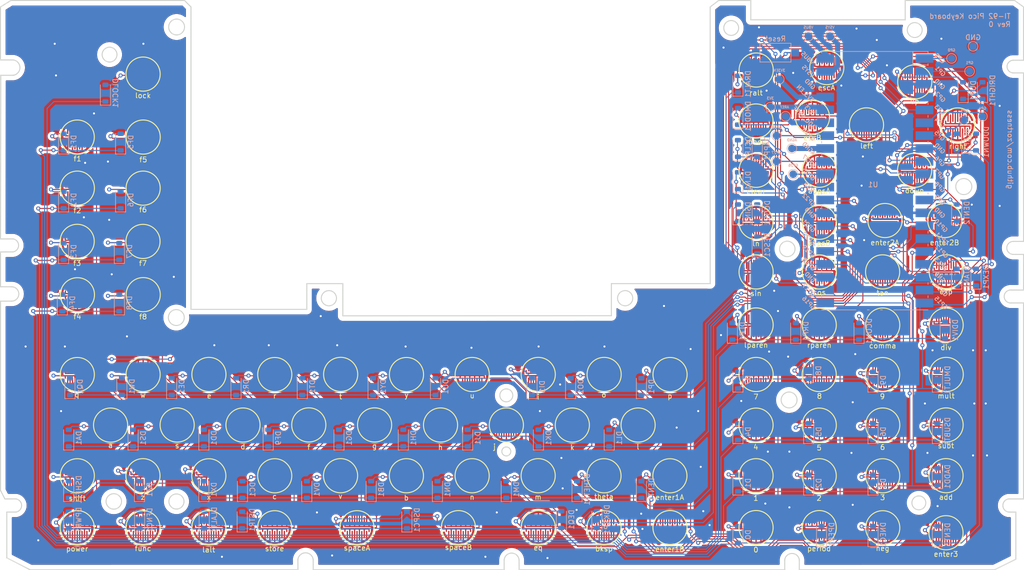
<source format=kicad_pcb>
(kicad_pcb (version 20221018) (generator pcbnew)
  (title_block (title "TI-92 Pi Pico Keyboard") (date "2023-04-13") (rev "0") (company "github.com/zortness"))
  (layers (0 "F.Cu" signal) (31 "B.Cu" signal) (34 "B.Paste" user) (35 "F.Paste" user) (36 "B.SilkS" user "B.Silkscreen") (37 "F.SilkS" user "F.Silkscreen") (38 "B.Mask" user) (39 "F.Mask" user) (44 "Edge.Cuts" user))
  (net 0 "")
  (net 1 "ROW_1")
  (net 2 "ROW_2")
  (net 3 "Net-(D1-A)")
  (net 4 "Net-(D2-A)")
  (net 5 "Net-(D3-A)")
  (net 6 "ROW_3")
  (net 7 "Net-(D4-A)")
  (net 8 "Net-(D5-A)")
  (net 9 "ROW_4")
  (net 10 "Net-(D6-A)")
  (net 11 "Net-(D7-A)")
  (net 12 "ROW_5")
  (net 13 "Net-(D8-A)")
  (net 14 "Net-(D9-A)")
  (net 15 "ROW_6")
  (net 16 "ROW_7")
  (net 17 "ROW_8")
  (net 18 "ROW_9")
  (net 19 "COL_B")
  (net 20 "COL_A")
  (net 21 "COL_C")
  (net 22 "COL_D")
  (net 23 "COL_E")
  (net 24 "COL_F")
  (net 25 "COL_G")
  (net 26 "COL_H")
  (net 27 "COL_I")
  (net 28 "COL_J")
  (net 29 "Net-(U1-RUN)")
  (net 30 "GND")
  (net 31 "Net-(U1-GPIO0)")
  (net 32 "Net-(U1-GPIO1)")
  (net 33 "Net-(U1-GPIO4)")
  (net 34 "Net-(U1-GPIO5)")
  (net 35 "Net-(U1-GPIO26_ADC0)")
  (net 36 "Net-(U1-GPIO27_ADC1)")
  (net 37 "Net-(U1-AGND)")
  (net 38 "Net-(U1-GPIO28_ADC2)")
  (net 39 "Net-(U1-ADC_VREF)")
  (net 40 "Net-(U1-3V3)")
  (net 41 "Net-(U1-3V3_EN)")
  (net 42 "Net-(U1-VSYS)")
  (net 43 "Net-(U1-VBUS)")
  (net 44 "Net-(D0-A)")
  (net 45 "Net-(DA1-A)")
  (net 46 "Net-(DADD1-A)")
  (net 47 "Net-(DAPP1-A)")
  (net 48 "Net-(DB1-A)")
  (net 49 "Net-(DBKSP1-A)")
  (net 50 "Net-(DC1-A)")
  (net 51 "Net-(DCLR1-A)")
  (net 52 "Net-(DCOM1-A)")
  (net 53 "Net-(DCOS1-A)")
  (net 54 "Net-(DD1-A)")
  (net 55 "Net-(DDIV1-A)")
  (net 56 "Net-(DDOWN1-A)")
  (net 57 "Net-(DENT1-A)")
  (net 58 "Net-(DENT2-A)")
  (net 59 "Net-(DENT3-A)")
  (net 60 "Net-(DEQ1-A)")
  (net 61 "Net-(DESC1-A)")
  (net 62 "Net-(DEXP1-A)")
  (net 63 "Net-(DF1-A)")
  (net 64 "Net-(DF2-A)")
  (net 65 "Net-(DF3-A)")
  (net 66 "Net-(DF4-A)")
  (net 67 "Net-(DF5-A)")
  (net 68 "Net-(DF6-A)")
  (net 69 "Net-(DF7-A)")
  (net 70 "Net-(DF8-A)")
  (net 71 "Net-(DF9-A)")
  (net 72 "Net-(DFNC1-A)")
  (net 73 "Net-(DG1-A)")
  (net 74 "Net-(DH1-A)")
  (net 75 "Net-(DI1-A)")
  (net 76 "Net-(DJ1-A)")
  (net 77 "Net-(DK1-A)")
  (net 78 "Net-(DL1-A)")
  (net 79 "Net-(DLALT1-A)")
  (net 80 "Net-(DLEFT1-A)")
  (net 81 "Net-(DLN1-A)")
  (net 82 "Net-(DLOCK1-A)")
  (net 83 "Net-(DLP1-A)")
  (net 84 "Net-(DM1-A)")
  (net 85 "Net-(DMODE1-A)")
  (net 86 "Net-(DMULT1-A)")
  (net 87 "Net-(DN1-A)")
  (net 88 "Net-(DNEG1-A)")
  (net 89 "Net-(DO1-A)")
  (net 90 "Net-(DP1-A)")
  (net 91 "Net-(DPER1-A)")
  (net 92 "Net-(DPWR1-A)")
  (net 93 "Net-(DQ1-A)")
  (net 94 "Net-(DR1-A)")
  (net 95 "Net-(DRALT1-A)")
  (net 96 "Net-(DRIGHT1-A)")
  (net 97 "Net-(DRP1-A)")
  (net 98 "Net-(DS1-A)")
  (net 99 "Net-(DSHFT1-A)")
  (net 100 "Net-(DSIN1-A)")
  (net 101 "Net-(DSPC1-A)")
  (net 102 "Net-(DSTR1-A)")
  (net 103 "Net-(DSUBT1-A)")
  (net 104 "Net-(DT1-A)")
  (net 105 "Net-(DTAN1-A)")
  (net 106 "Net-(DTHETA1-A)")
  (net 107 "Net-(DU1-A)")
  (net 108 "Net-(DUP1-A)")
  (net 109 "Net-(DV1-A)")
  (net 110 "Net-(DW1-A)")
  (net 111 "Net-(DW2-A)")
  (net 112 "Net-(DX1-A)")
  (net 113 "Net-(DY1-A)")
  (net 114 "Net-(DZ1-A)")
  (footprint "ti92Library:tibuttonpad" (layer "F.Cu") (at 101.885002 122.942013)
    (fp_text reference "SW35")
    (fp_text value "v")
  )
  (footprint "ti92Library:tibuttonpad" (layer "F.Cu") (at 221.429795 82.706368)
    (fp_text reference "SW67")
    (fp_text value "exp")
  )
  (footprint "ti92Library:tibuttonpad" (layer "F.Cu") (at 62.881219 122.944383)
    (fp_text reference "SW15")
    (fp_text value "z")
  )
  (footprint "ti92Library:tibuttonpad" (layer "F.Cu") (at 196.360387 62.656841)
    (fp_text reference "SW54")
    (fp_text value "appsA")
  )
  (footprint "ti92Library:tibuttonpad" (layer "F.Cu") (at 114.893524 102.978207)
    (fp_text reference "SW21")
    (fp_text value "y")
  )
  (footprint "ti92Library:tibuttonpad" (layer "F.Cu") (at 62.911921 102.979944)
    (fp_text reference "SW11")
    (fp_text value "w")
  )
  (footprint "ti92Library:tibuttonpad" (layer "F.Cu") (at 208.870045 82.717264)
    (fp_text reference "SW65")
    (fp_text value "tan")
  )
  (footprint "ti92Library:tibuttonpad" (layer "F.Cu") (at 166.913011 102.978207)
    (fp_text reference "SW25")
    (fp_text value "p")
  )
  (footprint "ti92Library:tibuttonpad" (layer "F.Cu") (at 166.882309 122.964429)
    (fp_text reference "SW40")
    (fp_text value "enter1A")
  )
  (footprint "ti92Library:tibuttonpad" (layer "F.Cu") (at 221.379578 134.199373)
    (fp_text reference "SW84")
    (fp_text value "enter3")
  )
  (footprint "ti92Library:tibuttonpad" (layer "F.Cu") (at 183.898916 93.195427)
    (fp_text reference "SW52")
    (fp_text value "lparen")
  )
  (footprint "ti92Library:tibuttonpad" (layer "F.Cu") (at 160.609314 112.945812)
    (fp_text reference "SW32")
    (fp_text value "l")
  )
  (footprint "ti92Library:tibuttonpad" (layer "F.Cu") (at 105.122525 133.212826)
    (fp_text reference "SW43")
    (fp_text value "spaceA")
  )
  (footprint "ti92Library:tibuttonpad" (layer "F.Cu") (at 49.944992 87.23308)
    (fp_text reference "SW8")
    (fp_text value "f4")
  )
  (footprint "ti92Library:tibuttonpad" (layer "F.Cu") (at 183.888393 133.184765)
    (fp_text reference "SW81")
    (fp_text value "0")
  )
  (footprint "ti92Library:tibuttonpad" (layer "F.Cu") (at 183.88396 122.949271)
    (fp_text reference "SW77")
    (fp_text value "1")
  )
  (footprint "ti92Library:tibuttonpad" (layer "F.Cu") (at 183.888393 72.929704)
    (fp_text reference "SW50")
    (fp_text value "ln")
  )
  (footprint "ti92Library:tibuttonpad" (layer "F.Cu") (at 49.932129 66.191538)
    (fp_text reference "SW4")
    (fp_text value "f2")
  )
  (footprint "ti92Library:tibuttonpad" (layer "F.Cu") (at 215.183869 62.659842)
    (fp_text reference "SW62")
    (fp_text value "down")
  )
  (footprint "ti92Library:tibuttonpad" (layer "F.Cu") (at 49.902928 76.693367)
    (fp_text reference "SW6")
    (fp_text value "f3")
  )
  (footprint "ti92Library:tibuttonpad" (layer "F.Cu") (at 49.91145 56.109043)
    (fp_text reference "SW2")
    (fp_text value "f1")
  )
  (footprint "ti92Library:tibuttonpad" (layer "F.Cu") (at 223.683735 53.719292)
    (fp_text reference "SW61")
    (fp_text value "right")
  )
  (footprint "ti92Library:tibuttonpad" (layer "F.Cu") (at 62.910655 43.681418)
    (fp_text reference "SW1")
    (fp_text value "lock")
  )
  (footprint "ti92Library:tibuttonpad" (layer "F.Cu") (at 75.884796 133.188806)
    (fp_text reference "SW41")
    (fp_text value "lalt")
  )
  (footprint "ti92Library:tibuttonpad" (layer "F.Cu") (at 62.928258 56.107307)
    (fp_text reference "SW3" hide)
    (fp_text value "f5")
  )
  (footprint "ti92Library:tibuttonpad" (layer "F.Cu") (at 69.635321 112.937893)
    (fp_text reference "SW13")
    (fp_text value "s")
  )
  (footprint "ti92Library:tibuttonpad" (layer "F.Cu") (at 49.92321 122.958983)
    (fp_text reference "SW14")
    (fp_text value "shift")
  )
  (footprint "ti92Library:tibuttonpad" (layer "F.Cu") (at 183.877274 52.936255)
    (fp_text reference "SW48")
    (fp_text value "mode")
  )
  (footprint "ti92Library:tibuttonpad" (layer "F.Cu") (at 196.361008 93.203796)
    (fp_text reference "SW56")
    (fp_text value "rparen")
  )
  (footprint "ti92Library:tibuttonpad" (layer "F.Cu") (at 153.875524 122.955275)
    (fp_text reference "SW39")
    (fp_text value "theta")
  )
  (footprint "ti92Library:tibuttonpad" (layer "F.Cu") (at 208.880569 122.963653)
    (fp_text reference "SW79")
    (fp_text value "3")
  )
  (footprint "ti92Library:tibuttonpad" (layer "F.Cu") (at 62.917837 66.194143)
    (fp_text reference "SW5")
    (fp_text value "f6")
  )
  (footprint "ti92Library:tibuttonpad" (layer "F.Cu") (at 127.851533 122.950064)
    (fp_text reference "SW37")
    (fp_text value "n")
  )
  (footprint "ti92Library:tibuttonpad" (layer "F.Cu") (at 101.902207 102.950111)
    (fp_text reference "SW20")
    (fp_text value "t")
  )
  (footprint "ti92Library:tibuttonpad" (layer "F.Cu") (at 125.143658 133.200198)
    (fp_text reference "SW44")
    (fp_text value "spaceB")
  )
  (footprint "ti92Library:tibuttonpad" (layer "F.Cu") (at 221.404686 93.218381)
    (fp_text reference "SW68")
    (fp_text value "div")
  )
  (footprint "ti92Library:tibuttonpad" (layer "F.Cu") (at 196.37866 82.729818)
    (fp_text reference "SW55")
    (fp_text value "cos")
  )
  (footprint "ti92Library:tibuttonpad" (layer "F.Cu") (at 195.025602 52.182989)
    (fp_text reference "SW57")
    (fp_text value "escB")
  )
  (footprint "ti92Library:tibuttonpad" (layer "F.Cu") (at 196.367223 72.929704)
    (fp_text reference "SW58")
    (fp_text value "appsB")
  )
  (footprint "ti92Library:tibuttonpad" (layer "F.Cu") (at 49.907608 133.197225)
    (fp_text reference "SW16")
    (fp_text value "power")
  )
  (footprint "ti92Library:tibuttonpad" (layer "F.Cu") (at 88.881926 133.216535)
    (fp_text reference "SW42")
    (fp_text value "store")
  )
  (footprint "ti92Library:tibuttonpad" (layer "F.Cu") (at 75.902369 102.96187)
    (fp_text reference "SW18")
    (fp_text value "e")
  )
  (footprint "ti92Library:tibuttonpad" (layer "F.Cu") (at 183.88396 112.968718)
    (fp_text reference "SW73")
    (fp_text value "4")
  )
  (footprint "ti92Library:tibuttonpad" (layer "F.Cu") (at 208.889062 93.214196)
    (fp_text reference "SW66")
    (fp_text value "comma")
  )
  (footprint "ti92Library:tibuttonpad" (layer "F.Cu") (at 140.901413 102.960134)
    (fp_text reference "SW23")
    (fp_text value "i")
  )
  (footprint "ti92Library:tibuttonpad" (layer "F.Cu") (at 49.921473 102.979944)
    (fp_text reference "SW10")
    (fp_text value "q")
  )
  (footprint "ti92Library:tibuttonpad" (layer "F.Cu") (at 197.850347 42.390539)
    (fp_text reference "SW53")
    (fp_text value "escA")
  )
  (footprint "ti92Library:tibuttonpad" (layer "F.Cu") (at 209.331143 72.580467)
    (fp_text reference "SW63")
    (fp_text value "enter2A")
  )
  (footprint "ti92Library:tibuttonpad" (layer "F.Cu") (at 62.896452 133.217404)
    (fp_text reference "SW17")
    (fp_text value "func")
  )
  (footprint "ti92Library:tibuttonpad" (layer "F.Cu") (at 82.625769 112.945812)
    (fp_text reference "SW26")
    (fp_text value "d")
  )
  (footprint "ti92Library:tibuttonpad" (layer "F.Cu") (at 208.893123 112.945437)
    (fp_text reference "SW75")
    (fp_text value "6")
  )
  (footprint "ti92Library:tibuttonpad" (layer "F.Cu") (at 140.885812 122.944618)
    (fp_text reference "SW38")
    (fp_text value "m")
  )
  (footprint "ti92Library:tibuttonpad" (layer "F.Cu") (at 196.356203 122.953501)
    (fp_text reference "SW78")
    (fp_text value "2")
  )
  (footprint "ti92Library:tibuttonpad" (layer "F.Cu") (at 183.896514 102.963056)
    (fp_text reference "SW69")
    (fp_text value "7")
  )
  (footprint "ti92Library:tibuttonpad" (layer "F.Cu") (at 134.606901 112.941602)
    (fp_text reference "SW30")
    (fp_text value "j")
  )
  (footprint "ti92Library:tibuttonpad" (layer "F.Cu") (at 75.880586 122.962692)
    (fp_text reference "SW33")
    (fp_text value "x")
  )
  (footprint "ti92Library:tibuttonpad" (layer "F.Cu") (at 153.904489 102.960134)
    (fp_text reference "SW24")
    (fp_text value "o")
  )
  (footprint "ti92Library:tibuttonpad" (layer "F.Cu") (at 215.213495 45.217833)
    (fp_text reference "SW59")
    (fp_text value "up")
  )
  (footprint "ti92Library:tibuttonpad" (layer "F.Cu") (at 140.907359 133.188806)
    (fp_text reference "SW85")
    (fp_text value "eq")
  )
  (footprint "ti92Library:tibuttonpad" (layer "F.Cu") (at 88.887371 122.957247)
    (fp_text reference "SW34")
    (fp_text value "c")
  )
  (footprint "ti92Library:tibuttonpad" (layer "F.Cu") (at 205.688192 53.705336)
    (fp_text reference "SW60")
    (fp_text value "left")
  )
  (footprint "ti92Library:tibuttonpad" (layer "F.Cu") (at 62.929995 87.209561)
    (fp_text reference "SW9")
    (fp_text value "f8")
  )
  (footprint "ti92Library:tibuttonpad" (layer "F.Cu") (at 153.880469 133.20688)
    (fp_text reference "SW46")
    (fp_text value "bksp")
  )
  (footprint "ti92Library:tibuttonpad" (layer "F.Cu") (at 121.616055 112.937893)
    (fp_text reference "SW29")
    (fp_text value "h")
  )
  (footprint "ti92Library:tibuttonpad" (layer "F.Cu") (at 166.907565 133.193251)
    (fp_text reference "SW45")
    (fp_text value "enter1B")
  )
  (footprint "ti92Library:tibuttonpad" (layer "F.Cu") (at 108.599482 112.925265)
    (fp_text reference "SW28")
    (fp_text value "g")
  )
  (footprint "ti92Library:tibuttonpad" (layer "F.Cu") (at 196.366478 112.969631)
    (fp_text reference "SW74")
    (fp_text value "5")
  )
  (footprint "ti92Library:tibuttonpad" (layer "F.Cu") (at 221.142143 72.580467)
    (fp_text reference "SW64")
    (fp_text value "enter2B")
  )
  (footprint "ti92Library:tibuttonpad" (layer "F.Cu") (at 196.356203 133.19098)
    (fp_text reference "SW82")
    (fp_text value "period")
  )
  (footprint "ti92Library:tibuttonpad" (layer "F.Cu") (at 208.893123 133.220397)
    (fp_text reference "SW83")
    (fp_text value "neg")
  )
  (footprint "ti92Library:tibuttonpad" (layer "F.Cu") (at 183.89983 82.729818)
    (fp_text reference "SW51")
    (fp_text value "sin")
  )
  (footprint "ti92Library:tibuttonpad" (layer "F.Cu") (at 183.896886 62.671425)
    (fp_text reference "SW49")
    (fp_text value "clear")
  )
  (footprint "ti92Library:tibuttonpad" (layer "F.Cu") (at 147.626549 112.95423)
    (fp_text reference "SW31")
    (fp_text value "k")
  )
  (footprint "ti92Library:tibuttonpad" (layer "F.Cu") (at 127.864161 102.969053)
    (fp_text reference "SW22")
    (fp_text value "u")
  )
  (footprint "ti92Library:tibuttonpad" (layer "F.Cu") (at 114.880896 122.950064)
    (fp_text reference "SW36")
    (fp_text value "b")
  )
  (footprint "ti92Library:tibuttonpad" (layer "F.Cu") (at 196.353924 102.976524)
    (fp_text reference "SW70")
    (fp_text value "8")
  )
  (footprint "ti92Library:tibuttonpad" (layer "F.Cu") (at 221.421797 102.959909)
    (fp_text reference "SW72")
    (fp_text value "mult")
  )
  (footprint "ti92Library:tibuttonpad" (layer "F.Cu") (at 183.914937 42.880162)
    (fp_text reference "SW47")
    (fp_text value "ralt")
  )
  (footprint "ti92Library:tibuttonpad" (layer "F.Cu") (at 88.897527 102.979444)
    (fp_text reference "SW19")
    (fp_text value "r")
  )
  (footprint "ti92Library:tibuttonpad" (layer "F.Cu") (at 56.493334 112.959676)
    (fp_text reference "SW12")
    (fp_text value "a")
  )
  (footprint "ti92Library:tibuttonpad" (layer "F.Cu") (at 208.867642 102.985017)
    (fp_text reference "SW71")
    (fp_text value "9")
  )
  (footprint "ti92Library:tibuttonpad" (layer "F.Cu") (at 221.396317 112.929566)
    (fp_text reference "SW76")
    (fp_text value "subt")
  )
  (footprint "ti92Library:tibuttonpad" (layer "F.Cu") (at 95.613243 112.920555)
    (fp_text reference "SW27")
    (fp_text value "f")
  )
  (footprint "ti92Library:tibuttonpad" (layer "F.Cu") (at 62.890292 76.705443)
    (fp_text reference "SW7")
    (fp_text value "f7")
  )
  (footprint "ti92Library:tibuttonpad" (layer "F.Cu") (at 221.381732 122.938916)
    (fp_text reference "SW80")
    (fp_text value "add")
  )
  (footprint "Diode_SMD:D_SOD-123" (layer "B.Cu") (at 180.34 114.3 90)
    (fp_text reference "D4")
    (fp_text value "1N4148W" hide)
  )
  (footprint "Diode_SMD:D_SOD-123" (layer "B.Cu") (at 180.34 124.46 90)
    (fp_text reference "D1")
    (fp_text value "1N4148W" hide)
  )
  (footprint "Diode_SMD:D_SOD-123" (layer "B.Cu") (at 82.55 125.73 90)
    (fp_text reference "DC1")
    (fp_text value "1N4148W")
  )
  (footprint "Diode_SMD:D_SOD-123" (layer "B.Cu") (at 207.01 124.46 90)
    (fp_text reference "D3")
    (fp_text value "1N4148W" hide)
  )
  (footprint "Diode_SMD:D_SOD-123" (layer "B.Cu") (at 74.93 115.57 90)
    (fp_text reference "DD1")
    (fp_text value "1N4148W")
  )
  (footprint "Diode_SMD:D_SOD-123" (layer "B.Cu") (at 121.03 125.73 90)
    (fp_text reference "DN1")
    (fp_text value "1N4148W")
  )
  (footprint "Diode_SMD:D_SOD-123" (layer "B.Cu") (at 227.33 57.15 90)
    (fp_text reference "DDOWN1")
    (fp_text value "1N4148W")
  )
  (footprint "TestPoint:TestPoint_Pad_D1.5mm" (layer "B.Cu") (at 226.06 43.18 180)
    (fp_text reference "TP2" hide)
    (fp_text value "GP1")
  )
  (footprint "Diode_SMD:D_SOD-123" (layer "B.Cu") (at 161.29 125.73 90)
    (fp_text reference "DENT1")
    (fp_text value "1N4148W")
  )
  (footprint "Diode_SMD:D_SOD-123" (layer "B.Cu") (at 194.31 124.46 90)
    (fp_text reference "D2")
    (fp_text value "1N4148W" hide)
  )
  (footprint "Diode_SMD:D_SOD-123" (layer "B.Cu") (at 184.15 77.47 90)
    (fp_text reference "DESC1")
    (fp_text value "1N4148W")
  )
  (footprint "Diode_SMD:D_SOD-123" (layer "B.Cu") (at 48.25 131.75 90)
    (fp_text reference "DPWR1")
    (fp_text value "1N4148W")
  )
  (footprint "Diode_SMD:D_SOD-123" (layer "B.Cu") (at 207.01 114.3 90)
    (fp_text reference "D6")
    (fp_text value "1N4148W" hide)
  )
  (footprint "Diode_SMD:D_SOD-123" (layer "B.Cu") (at 107.95 125.73 90)
    (fp_text reference "DB1")
    (fp_text value "1N4148W")
  )
  (footprint "Diode_SMD:D_SOD-123" (layer "B.Cu") (at 180.34 52.07 90)
    (fp_text reference "DMODE1")
    (fp_text value "1N4148W")
  )
  (footprint "Diode_SMD:D_SOD-123" (layer "B.Cu") (at 127 115.57 90)
    (fp_text reference "DJ1")
    (fp_text value "1N4148W")
  )
  (footprint "Diode_SMD:D_SOD-123" (layer "B.Cu") (at 134.62 125.73 90)
    (fp_text reference "DM1")
    (fp_text value "1N4148W")
  )
  (footprint "Diode_SMD:D_SOD-123" (layer "B.Cu") (at 75 131.75 90)
    (fp_text reference "DLALT1")
    (fp_text value "1N4148W")
  )
  (footprint "Diode_SMD:D_SOD-123" (layer "B.Cu") (at 219.71 134.62 90)
    (fp_text reference "DENT3")
    (fp_text value "1N4148W")
  )
  (footprint "Diode_SMD:D_SOD-123" (layer "B.Cu") (at 223.52 57.15 90)
    (fp_text reference "DLEFT1")
    (fp_text value "1N4148W")
  )
  (footprint "Diode_SMD:D_SOD-123" (layer "B.Cu") (at 227.33 83.82 90)
    (fp_text reference "DEXP1")
    (fp_text value "1N4148W")
  )
  (footprint "Diode_SMD:D_SOD-123" (layer "B.Cu") (at 81.28 105.41 90)
    (fp_text reference "DR1")
    (fp_text value "1N4148W")
  )
  (footprint "Diode_SMD:D_SOD-123" (layer "B.Cu") (at 194.31 114.3 90)
    (fp_text reference "D5")
    (fp_text value "1N4148W" hide)
  )
  (footprint "Diode_SMD:D_SOD-123" (layer "B.Cu") (at 221.25 94.25 90)
    (fp_text reference "DDIV1")
    (fp_text value "1N4148W")
  )
  (footprint "Diode_SMD:D_SOD-123" (layer "B.Cu") (at 95.25 125.73 90)
    (fp_text reference "DV1")
    (fp_text value "1N4148W")
  )
  (footprint "Diode_SMD:D_SOD-123" (layer "B.Cu") (at 58.5 68.58 90)
    (fp_text reference "DF6")
    (fp_text value "1N4148W")
  )
  (footprint "Diode_SMD:D_SOD-123" (layer "B.Cu") (at 47.25 78.75 90)
    (fp_text reference "DF3")
    (fp_text value "1N4148W")
  )
  (footprint "Diode_SMD:D_SOD-123" (layer "B.Cu") (at 47.25 68.58 90)
    (fp_text reference "DF2")
    (fp_text value "1N4148W")
  )
  (footprint "Diode_SMD:D_SOD-123" (layer "B.Cu") (at 196.85 134.62 90)
    (fp_text reference "DPER1")
    (fp_text value "1N4148W")
  )
  (footprint "Diode_SMD:D_SOD-123" (layer "B.Cu") (at 191.75 94.5 90)
    (fp_text reference "DRP1")
    (fp_text value "1N4148W")
  )
  (footprint "Diode_SMD:D_SOD-123" (layer "B.Cu") (at 62.25 131.75 90)
    (fp_text reference "DFNC1")
    (fp_text value "1N4148W")
  )
  (footprint "Diode_SMD:D_SOD-123" (layer "B.Cu") (at 58.25 78.74 90)
    (fp_text reference "DF7")
    (fp_text value "1N4148W")
  )
  (footprint "Diode_SMD:D_SOD-123" (layer "B.Cu") (at 194.25 102.25 90)
    (fp_text reference "D8")
    (fp_text value "1N4148W" hide)
  )
  (footprint "TestPoint:TestPoint_Pad_D1.5mm" (layer "B.Cu") (at 191 58.42 180)
    (fp_text reference "TP8" hide)
    (fp_text value "AGND")
  )
  (footprint "Diode_SMD:D_SOD-123" (layer "B.Cu") (at 47 88.9 90)
    (fp_text reference "DF4")
    (fp_text value "1N4148W")
  )
  (footprint "Diode_SMD:D_SOD-123" (layer "B.Cu") (at 87.63 115.57 90)
    (fp_text reference "DF9")
    (fp_text value "1N4148W")
  )
  (footprint "Diode_SMD:D_SOD-123" (layer "B.Cu") (at 148.59 125.73 90)
    (fp_text reference "DTHETA1")
    (fp_text value "1N4148W")
  )
  (footprint "TestPoint:TestPoint_Pad_D1.5mm" (layer "B.Cu") (at 188.5 44.75 180)
    (fp_text reference "TP12" hide)
    (fp_text value "3V3EN")
  )
  (footprint "Diode_SMD:D_SOD-123" (layer "B.Cu") (at 47.25 57.15 90)
    (fp_text reference "DF1")
    (fp_text value "1N4148W")
  )
  (footprint "Diode_SMD:D_SOD-123" (layer "B.Cu") (at 58.5 57.15 90)
    (fp_text reference "DF5")
    (fp_text value "1N4148W")
  )
  (footprint "Diode_SMD:D_SOD-123" (layer "B.Cu") (at 204.25 94.5 90)
    (fp_text reference "DCOM1")
    (fp_text value "1N4148W")
  )
  (footprint "Diode_SMD:D_SOD-123" (layer "B.Cu") (at 207.01 104.14 90)
    (fp_text reference "D9")
    (fp_text value "1N4148W" hide)
  )
  (footprint "TestPoint:TestPoint_Pad_D1.5mm" (layer "B.Cu") (at 187.96 60.96 180)
    (fp_text reference "TP7" hide)
    (fp_text value "GP27")
  )
  (footprint "Diode_SMD:D_SOD-123" (layer "B.Cu") (at 180.34 134.62 90)
    (fp_text reference "D0")
    (fp_text value "1N4148W")
  )
  (footprint "TestPoint:TestPoint_Pad_D1.5mm" (layer "B.Cu") (at 186.75 50.25 180)
    (fp_text reference "TP11" hide)
    (fp_text value "3V3")
  )
  (footprint "Diode_SMD:D_SOD-123" (layer "B.Cu") (at 48.5 105.41 90)
    (fp_text reference "DQ1")
    (fp_text value "1N4148W")
  )
  (footprint "Diode_SMD:D_SOD-123" (layer "B.Cu") (at 223.52 71.12 90)
    (fp_text reference "DENT2")
    (fp_text value "1N4148W")
  )
  (footprint "Diode_SMD:D_SOD-123" (layer "B.Cu") (at 180.34 64.77 90)
    (fp_text reference "DLN1")
    (fp_text value "1N4148W")
  )
  (footprint "TestPoint:TestPoint_Pad_D1.5mm" (layer "B.Cu") (at 225 52.75 180)
    (fp_text reference "TP5" hide)
    (fp_text value "GP5")
  )
  (footprint "Diode_SMD:D_SOD-123" (layer "B.Cu") (at 207.01 134.62 90)
    (fp_text reference "DNEG1")
    (fp_text value "1N4148W")
  )
  (footprint "TestPoint:TestPoint_Pad_D1.5mm" (layer "B.Cu") (at 198.5 36.25 180)
    (fp_text reference "TP13" hide)
    (fp_text value "VSYS")
  )
  (footprint "Diode_SMD:D_SOD-123" (layer "B.Cu") (at 120.65 105.41 90)
    (fp_text reference "DU1")
    (fp_text value "1N4148W")
  )
  (footprint "Diode_SMD:D_SOD-123" (layer "B.Cu") (at 82.5 131.75 90)
    (fp_text reference "DSTR1")
    (fp_text value "1N4148W")
  )
  (footprint "TestPoint:TestPoint_Pad_D1.5mm" (layer "B.Cu") (at 222.5 40.64 180)
    (fp_text reference "TP1" hide)
    (fp_text value "GP0")
  )
  (footprint "Diode_SMD:D_SOD-123" (layer "B.Cu") (at 147.32 105.41 90)
    (fp_text reference "DO1")
    (fp_text value "1N4148W")
  )
  (footprint "Diode_SMD:D_SOD-123" (layer "B.Cu") (at 48.26 115.57 90)
    (fp_text reference "DA1")
    (fp_text value "1N4148W")
  )
  (footprint "Diode_SMD:D_SOD-123" (layer "B.Cu") (at 154.94 115.57 90)
    (fp_text reference "DL1")
    (fp_text value "1N4148W")
  )
  (footprint "Diode_SMD:D_SOD-123" (layer "B.Cu") (at 68.58 105.41 90)
    (fp_text reference "DE1")
    (fp_text value "1N4148W")
  )
  (footprint "Diode_SMD:D_SOD-123" (layer "B.Cu") (at 108.33 105.41 90)
    (fp_text reference "DY1")
    (fp_text value "1N4148W")
  )
  (footprint "Diode_SMD:D_SOD-123" (layer "B.Cu") (at 48.26 125.73 90)
    (fp_text reference "DSHFT1")
    (fp_text value "1N4148W")
  )
  (footprint "TestPoint:TestPoint_Pad_D1.5mm" (layer "B.Cu") (at 226.75 38.25 180)
    (fp_text reference "TP3" hide)
    (fp_text value "GND")
  )
  (footprint "Diode_SMD:D_SOD-123" (layer "B.Cu") (at 152.5 131.65 90)
    (fp_text reference "DBKSP1")
    (fp_text value "1N4148W")
  )
  (footprint "Diode_SMD:D_SOD-123" (layer "B.Cu") (at 115 131.75 90)
    (fp_text reference "DSPC1")
    (fp_text value "1N4148W")
  )
  (footprint "Diode_SMD:D_SOD-123" (layer "B.Cu") (at 140.97 115.57 90)
    (fp_text reference "DK1")
    (fp_text value "1N4148W")
  )
  (footprint "Diode_SMD:D_SOD-123" (layer "B.Cu") (at 114.3 115.57 90)
    (fp_text reference "DH1")
    (fp_text value "1N4148W")
  )
  (footprint "TestPoint:TestPoint_Pad_D1.5mm" (layer "B.Cu") (at 228.6 52.07 180)
    (fp_text reference "TP4" hide)
    (fp_text value "GP4")
  )
  (footprint "Diode_SMD:D_SOD-123" (layer "B.Cu") (at 219.71 123.19 90)
    (fp_text reference "DADD1")
    (fp_text value "1N4148W")
  )
  (footprint "Diode_SMD:D_SOD-123" (layer "B.Cu") (at 145.49454 131.650726 90)
    (fp_text reference "DEQ1")
    (fp_text value "1N4148W")
  )
  (footprint "Diode_SMD:D_SOD-123" (layer "B.Cu") (at 224.79 46.99 90)
    (fp_text reference "DUP1")
    (fp_text value "1N4148W")
  )
  (footprint "TestPoint:TestPoint_Pad_D1.5mm" (layer "B.Cu") (at 187.96 55.88 180)
    (fp_text reference "TP9" hide)
    (fp_text value "GP28")
  )
  (footprint "Diode_SMD:D_SOD-123" (layer "B.Cu") (at 62.23 125.73 90)
    (fp_text reference "DZ1")
    (fp_text value "1N4148W")
  )
  (footprint "Button_Switch_SMD:SW_SPST_CK_RS282G05A3" (layer "B.Cu") (at 187.75 39.5 180)
    (fp_text reference "SW86" hide)
    (fp_text value "Reset")
  )
  (footprint "Diode_SMD:D_SOD-123" (layer "B.Cu") (at 161.29 105.41 90)
    (fp_text reference "DP1")
    (fp_text value "1N4148W")
  )
  (footprint "TestPoint:TestPoint_Pad_D1.5mm" (layer "B.Cu") (at 189.75 52.07 180)
    (fp_text reference "TP10" hide)
    (fp_text value "AREF")
  )
  (footprint "Diode_SMD:D_SOD-123" (layer "B.Cu") (at 58.75 105.41 90)
    (fp_text reference "DW1")
    (fp_text value "1N4148W")
  )
  (footprint "Diode_SMD:D_SOD-123" (layer "B.Cu") (at 58.25 88.9 90)
    (fp_text reference "DF8")
    (fp_text value "1N4148W")
  )
  (footprint "Diode_SMD:D_SOD-123" (layer "B.Cu") (at 184.15 58.42 90)
    (fp_text reference "DAPP1")
    (fp_text value "1N4148W")
  )
  (footprint "Diode_SMD:D_SOD-123" (layer "B.Cu") (at 55.5 47.5 90)
    (fp_text reference "DLOCK1")
    (fp_text value "1N4148W")
  )
  (footprint "Diode_SMD:D_SOD-123" (layer "B.Cu") (at 219.71 114.3 90)
    (fp_text reference "DSUBT1")
    (fp_text value "1N4148W")
  )
  (footprint "Diode_SMD:D_SOD-123" (layer "B.Cu") (at 180.34 71.12 90)
    (fp_text reference "DSIN1")
    (fp_text value "1N4148W")
  )
  (footprint "Diode_SMD:D_SOD-123" (layer "B.Cu") (at 74.93 125.73 90)
    (fp_text reference "DX1")
    (fp_text value "1N4148W")
  )
  (footprint "Diode_SMD:D_SOD-123" (layer "B.Cu") (at 94.36 105.41 90)
    (fp_text reference "DT1")
    (fp_text value "1N4148W")
  )
  (footprint "Diode_SMD:D_SOD-123" (layer "B.Cu") (at 139.7 105.41 90)
    (fp_text reference "DI1")
    (fp_text value "1N4148W")
  )
  (footprint "TestPoint:TestPoint_Pad_D1.5mm" (layer "B.Cu") (at 191.25 63.5 180)
    (fp_text reference "TP6" hide)
    (fp_text value "GP26")
  )
  (footprint "Diode_SMD:D_SOD-123" (layer "B.Cu") (at 101.6 115.57 90)
    (fp_text reference "DG1")
    (fp_text value "1N4148W")
  )
  (footprint "Diode_SMD:D_SOD-123" (layer "B.Cu") (at 60.96 115.57 90)
    (fp_text reference "DS1")
    (fp_text value "1N4148W")
  )
  (footprint "Diode_SMD:D_SOD-123" (layer "B.Cu") (at 180.34 45.72 90)
    (fp_text reference "DRALT1")
    (fp_text value "1N4148W")
  )
  (footprint "Diode_SMD:D_SOD-123" (layer "B.Cu") (at 179.25 94.5 90)
    (fp_text reference "DLP1")
    (fp_text value "1N4148W")
  )
  (footprint "Diode_SMD:D_SOD-123" (layer "B.Cu") (at 180.34 104.14 90)
    (fp_text reference "D7")
    (fp_text value "1N4148W" hide)
  )
  (footprint "Diode_SMD:D_SOD-123" (layer "B.Cu") (at 180.34 58.42 90)
    (fp_text reference "DCLR1")
    (fp_text value "1N4148W")
  )
  (footprint "ti92Library:pi_pico_w" (layer "B.Cu") (at 207.01 66.04 180)
    (fp_text reference "U1")
    (fp_text value "pi_pico_w")
  )
  (footprint "Diode_SMD:D_SOD-123" (layer "B.Cu") (at 219.71 104.14 90)
    (fp_text reference "DMULT1")
    (fp_text value "1N4148W")
  )
  (footprint "Diode_SMD:D_SOD-123" (layer "B.Cu") (at 223.52 83.82 90)
    (fp_text reference "DTAN1")
    (fp_text value "1N4148W")
  )
  (footprint "TestPoint:TestPoint_Pad_D1.5mm" (layer "B.Cu") (at 194.25 36.25 180)
    (fp_text reference "TP14" hide)
    (fp_text value "VBUS")
  )
  (footprint "Diode_SMD:D_SOD-123" (layer "B.Cu") (at 228.6 46.99 90)
    (fp_text reference "DRIGHT1")
    (fp_text value "1N4148W")
  )
  (footprint "Diode_SMD:D_SOD-123" (layer "B.Cu") (at 184.15 71.12 90)
    (fp_text reference "DCOS1")
    (fp_text value "1N4148W")
  )
  (gr_line (start 71.12 29.21) (end 36.83 29.21) (stroke (width 0.2)) (layer "Edge.Cuts"))
  (gr_line (start 236.722846 79.321003) (end 234.640167 79.321003) (stroke (width 0.2)) (layer "Edge.Cuts"))
  (gr_line (start 36.83 29.21) (end 34.796669 30.48) (stroke (width 0.2)) (layer "Edge.Cuts"))
  (gr_arc (start 134.204299 139.639105) (mid 135.675825 138.277143) (end 137.147309 139.639104) (stroke (width 0.2)) (layer "Edge.Cuts"))
  (gr_line (start 134.202736 141.580374) (end 134.204299 139.639105) (stroke (width 0.2)) (layer "Edge.Cuts"))
  (gr_arc (start 37.267349 76.260228) (mid 38.36782 77.54317) (end 37.267349 78.826112) (stroke (width 0.2)) (layer "Edge.Cuts"))
  (gr_line (start 236.722601 76.751438) (end 236.714287 43.5) (stroke (width 0.2)) (layer "Edge.Cuts"))
  (gr_line (start 234.95 29.21) (end 213.36 29.21) (stroke (width 0.2)) (layer "Edge.Cuts"))
  (gr_line (start 234.640167 76.755119) (end 236.722601 76.751438) (stroke (width 0.2)) (layer "Edge.Cuts"))
  (gr_arc (start 37.84589 127.579387) (mid 38.960554 128.878991) (end 37.845513 130.178271) (stroke (width 0.2)) (layer "Edge.Cuts"))
  (gr_circle (center 158.082612 87.964784) (end 159.583407 87.964784) (stroke (width 0.2)) (fill none) (layer "Edge.Cuts"))
  (gr_line (start 34.80675 88.551565) (end 34.80675 125.922064) (stroke (width 0.2)) (layer "Edge.Cuts"))
  (gr_line (start 137.16 141.57641) (end 189.579342 141.578192) (stroke (width 0.2)) (layer "Edge.Cuts"))
  (gr_line (start 72.39 90.17) (end 72.39 30.48) (stroke (width 0.2)) (layer "Edge.Cuts"))
  (gr_line (start 96.52 141.570765) (end 134.202736 141.580374) (stroke (width 0.2)) (layer "Edge.Cuts"))
  (gr_line (start 234.629861 41) (end 236.714287 41) (stroke (width 0.2)) (layer "Edge.Cuts"))
  (gr_line (start 95.25 85.09) (end 102.359275 85.09) (stroke (width 0.2)) (layer "Edge.Cuts"))
  (gr_line (start 37.310958 43.969586) (end 34.846443 43.974079) (stroke (width 0.2)) (layer "Edge.Cuts"))
  (gr_line (start 236.714287 30.48) (end 234.95 29.21) (stroke (width 0.2)) (layer "Edge.Cuts"))
  (gr_line (start 34.800287 78.834123) (end 34.800287 85.70537) (stroke (width 0.2)) (layer "Edge.Cuts"))
  (gr_line (start 182.88 29.21) (end 176.53 29.21) (stroke (width 0.2)) (layer "Edge.Cuts"))
  (gr_line (start 235.191236 139.482806) (end 235.191236 130.188216) (stroke (width 0.2)) (layer "Edge.Cuts"))
  (gr_line (start 95.25 90.17) (end 95.25 85.09) (stroke (width 0.2)) (layer "Edge.Cuts"))
  (gr_line (start 236.714287 43.5) (end 234.635277 43.49601) (stroke (width 0.2)) (layer "Edge.Cuts"))
  (gr_arc (start 93.485653 139.588533) (mid 95.001093 138.218578) (end 96.516525 139.588531) (stroke (width 0.2)) (layer "Edge.Cuts"))
  (gr_circle (center 190.085182 78.238625) (end 191.610973 78.238625) (stroke (width 0.2)) (fill none) (layer "Edge.Cuts"))
  (gr_line (start 236.714287 88.9) (end 234.369284 88.898522) (stroke (width 0.2)) (layer "Edge.Cuts"))
  (gr_line (start 36.038053 130.177124) (end 36.038053 139.214282) (stroke (width 0.2)) (layer "Edge.Cuts"))
  (gr_line (start 34.796669 30.48) (end 34.798641 40.937599) (stroke (width 0.2)) (layer "Edge.Cuts"))
  (gr_circle (center 134.628369 118.210435) (end 135.515497 118.210435) (stroke (width 0.2)) (fill none) (layer "Edge.Cuts"))
  (gr_line (start 192.45291 141.578192) (end 230.969529 141.570259) (stroke (width 0.2)) (layer "Edge.Cuts"))
  (gr_line (start 182.88 33.02) (end 182.88 29.21) (stroke (width 0.2)) (layer "Edge.Cuts"))
  (gr_circle (center 57.158369 128.074926) (end 58.685255 128.074926) (stroke (width 0.2)) (fill none) (layer "Edge.Cuts"))
  (gr_line (start 155.364847 85.092003) (end 174.871106 85.09) (stroke (width 0.2)) (layer "Edge.Cuts"))
  (gr_circle (center 190.443506 108.048925) (end 192.010159 108.048925) (stroke (width 0.2)) (fill none) (layer "Edge.Cuts"))
  (gr_line (start 176.53 29.21) (end 174.871106 30.48) (stroke (width 0.2)) (layer "Edge.Cuts"))
  (gr_arc (start 234.635277 43.49601) (mid 233.461054 42.250547) (end 234.629861 41) (stroke (width 0.2)) (layer "Edge.Cuts"))
  (gr_circle (center 179.014251 34.628962) (end 180.480126 34.628962) (stroke (width 0.2)) (fill none) (layer "Edge.Cuts"))
  (gr_line (start 37.845513 130.178272) (end 36.038053 130.177124) (stroke (width 0.2)) (layer "Edge.Cuts"))
  (gr_line (start 36.038053 139.214282) (end 40.64 141.570259) (stroke (width 0.2)) (layer "Edge.Cuts"))
  (gr_line (start 96.516525 139.588531) (end 96.52 141.570765) (stroke (width 0.2)) (layer "Edge.Cuts"))
  (gr_line (start 37.267349 78.826112) (end 34.800287 78.834123) (stroke (width 0.2)) (layer "Edge.Cuts"))
  (gr_circle (center 99.608996 87.966966) (end 101.109522 87.966966) (stroke (width 0.2)) (fill none) (layer "Edge.Cuts"))
  (gr_arc (start 234.640167 79.321003) (mid 233.409074 78.038014) (end 234.640167 76.755119) (stroke (width 0.2)) (layer "Edge.Cuts"))
  (gr_line (start 235.191236 130.188216) (end 233.753648 130.177124) (stroke (width 0.2)) (layer "Edge.Cuts"))
  (gr_line (start 93.502932 141.566424) (end 93.485653 139.588533) (stroke (width 0.2)) (layer "Edge.Cuts"))
  (gr_line (start 236.714287 127.583152) (end 236.714287 88.9) (stroke (width 0.2)) (layer "Edge.Cuts"))
  (gr_line (start 233.753648 127.583152) (end 236.714287 127.583152) (stroke (width 0.2)) (layer "Edge.Cuts"))
  (gr_line (start 234.354693 86.356435) (end 236.714287 86.36) (stroke (width 0.2)) (layer "Edge.Cuts"))
  (gr_line (start 155.364847 91.420166) (end 155.364847 85.092003) (stroke (width 0.2)) (layer "Edge.Cuts"))
  (gr_arc (start 37.043186 85.712962) (mid 38.413853 87.128205) (end 37.043184 88.543452) (stroke (width 0.2)) (layer "Edge.Cuts"))
  (gr_circle (center 56.321408 39.888151) (end 57.787151 39.888151) (stroke (width 0.2)) (fill none) (layer "Edge.Cuts"))
  (gr_line (start 102.359275 91.44) (end 155.364847 91.420166) (stroke (width 0.2)) (layer "Edge.Cuts"))
  (gr_line (start 230.969529 141.570259) (end 235.191236 139.482806) (stroke (width 0.2)) (layer "Edge.Cuts"))
  (gr_line (start 192.461638 139.642052) (end 192.45291 141.578192) (stroke (width 0.2)) (layer "Edge.Cuts"))
  (gr_circle (center 69.55326 34.440191) (end 71.12 34.440191) (stroke (width 0.2)) (fill none) (layer "Edge.Cuts"))
  (gr_line (start 34.803473 76.273766) (end 37.267349 76.260227) (stroke (width 0.2)) (layer "Edge.Cuts"))
  (gr_line (start 34.846443 43.974079) (end 34.803473 76.273766) (stroke (width 0.2)) (layer "Edge.Cuts"))
  (gr_line (start 95.25 90.17) (end 72.39 90.17) (stroke (width 0.2)) (layer "Edge.Cuts"))
  (gr_circle (center 224.918515 65.931194) (end 226.503589 65.931194) (stroke (width 0.2)) (fill none) (layer "Edge.Cuts"))
  (gr_line (start 236.714287 86.36) (end 236.722846 79.321003) (stroke (width 0.2)) (layer "Edge.Cuts"))
  (gr_arc (start 189.5762 139.642053) (mid 191.01896 138.347461) (end 192.461638 139.642052) (stroke (width 0.2)) (layer "Edge.Cuts"))
  (gr_line (start 35.661419 127.583152) (end 37.84589 127.579387) (stroke (width 0.2)) (layer "Edge.Cuts"))
  (gr_line (start 72.39 30.48) (end 71.12 29.21) (stroke (width 0.2)) (layer "Edge.Cuts"))
  (gr_line (start 34.800287 85.70537) (end 37.043186 85.712962) (stroke (width 0.2)) (layer "Edge.Cuts"))
  (gr_circle (center 69.494267 91.784249) (end 71.064175 91.784249) (stroke (width 0.2)) (fill none) (layer "Edge.Cuts"))
  (gr_circle (center 215.240892 35.043737) (end 216.712502 35.043737) (stroke (width 0.2)) (fill none) (layer "Edge.Cuts"))
  (gr_line (start 236.714287 41) (end 236.714287 30.48) (stroke (width 0.2)) (layer "Edge.Cuts"))
  (gr_arc (start 234.369284 88.898522) (mid 232.896649 87.635889) (end 234.354693 86.356435) (stroke (width 0.2)) (layer "Edge.Cuts"))
  (gr_line (start 174.871106 85.09) (end 174.871106 30.48) (stroke (width 0.2)) (layer "Edge.Cuts"))
  (gr_circle (center 134.630891 107.140727) (end 135.909477 107.140727) (stroke (width 0.2)) (fill none) (layer "Edge.Cuts"))
  (gr_line (start 102.359275 85.09) (end 102.359275 91.44) (stroke (width 0.2)) (layer "Edge.Cuts"))
  (gr_line (start 37.043184 88.543452) (end 34.80675 88.551565) (stroke (width 0.2)) (layer "Edge.Cuts"))
  (gr_circle (center 216.050653 128.36074) (end 217.424215 128.36074) (stroke (width 0.2)) (fill none) (layer "Edge.Cuts"))
  (gr_line (start 34.80675 125.922064) (end 35.661419 127.583152) (stroke (width 0.2)) (layer "Edge.Cuts"))
  (gr_line (start 34.798641 40.937599) (end 37.310954 40.938186) (stroke (width 0.2)) (layer "Edge.Cuts"))
  (gr_line (start 213.36 33.02) (end 182.88 33.02) (stroke (width 0.2)) (layer "Edge.Cuts"))
  (gr_arc (start 233.753648 130.177124) (mid 232.635274 128.88014) (end 233.753648 127.583152) (stroke (width 0.2)) (layer "Edge.Cuts"))
  (gr_circle (center 69.524064 128.091452) (end 71.014932 128.091452) (stroke (width 0.2)) (fill none) (layer "Edge.Cuts"))
  (gr_arc (start 37.310954 40.938186) (mid 38.629302 42.453886) (end 37.310954 43.969586) (stroke (width 0.2)) (layer "Edge.Cuts"))
  (gr_line (start 213.36 29.21) (end 213.36 33.02) (stroke (width 0.2)) (layer "Edge.Cuts"))
  (gr_line (start 40.64 141.570259) (end 93.502932 141.566424) (stroke (width 0.2)) (layer "Edge.Cuts"))
  (gr_line (start 189.579342 141.578192) (end 189.5762 139.642053) (stroke (width 0.2)) (layer "Edge.Cuts"))
  (gr_line (start 137.147309 139.639104) (end 137.16 141.57641) (stroke (width 0.2)) (layer "Edge.Cuts"))
  (gr_text "TI-92 Pico Keyboard\nRev 0" (at 234.25 34.5) (layer "B.SilkS") (effects (font (size 1 1)) (justify left bottom mirror)))
  (gr_text "github.com/zortness" (at 233.5 66.5 -90) (layer "B.SilkS") (effects (font (size 1 1)) (justify left bottom mirror)))
  (segment (start 226.1995 84.3005) (end 226.1995 86.75) (width 0.2) (layer "F.Cu") (net 1))
  (segment (start 230.4495 81.25) (end 229.25 81.25) (width 0.2) (layer "F.Cu") (net 1))
  (segment (start 229.25 81.25) (end 226.1995 84.3005) (width 0.2) (layer "F.Cu") (net 1))
  (via (at 230.4495 81.25) (size 0.8) (drill 0.4) (layers "F.Cu" "B.Cu") (net 1))
  (via (at 226.1995 86.75) (size 0.8) (drill 0.4) (layers "F.Cu" "B.Cu") (net 1))
  (segment (start 44 50.5) (end 44 132.75) (width 0.2) (layer "B.Cu") (net 1))
  (segment (start 214.75 87.864) (end 214.75 95.9) (width 0.2) (layer "B.Cu") (net 1))
  (segment (start 176 99.4) (end 179.25 96.15) (width 0.2) (layer "B.Cu") (net 1))
  (segment (start 182.25 84) (end 182.25 81) (width 0.2) (layer "B.Cu") (net 1))
  (segment (start 55.5 49.15) (end 45.35 49.15) (width 0.2) (layer "B.Cu") (net 1))
  (segment (start 230.25 81.0505) (end 230.25 50.29) (width 0.2) (layer "B.Cu") (net 1))
  (segment (start 216.254 86.36) (end 214.75 87.864) (width 0.2) (layer "B.Cu") (net 1))
  (segment (start 176 135) (end 176 99.4) (width 0.2) (layer "B.Cu") (net 1))
  (segment (start 182.25 81) (end 178 76.75) (width 0.2) (layer "B.Cu") (net 1))
  (segment (start 214.5 95.9) (end 204.5 95.9) (width 0.2) (layer "B.Cu") (net 1))
  (segment (start 184.15 79.12) (end 182.25 81.02) (width 0.2) (layer "B.Cu") (net 1))
  (segment (start 180.21 47.5) (end 180.34 47.37) (width 0.2) (layer "B.Cu") (net 1))
  (segment (start 191.75 96.15) (end 204.25 96.15) (width 0.2) (layer "B.Cu") (net 1))
  (segment (start 224.79 48.64) (end 228.6 48.64) (width 0.2) (layer "B.Cu") (net 1))
  (segment (start 179.25 96.15) (end 182.25 96.15) (width 0.2) (layer "B.Cu") (net 1))
  (segment (start 45.35 49.15) (end 44 50.5) (width 0.2) (layer "B.Cu") (net 1))
  (segment (start 216.644 86.75) (end 216.254 86.36) (width 0.2) (layer "B.Cu") (net 1))
  (segment (start 182.25 96.15) (end 182.25 84) (width 0.2) (layer "B.Cu") (net 1))
  (segment (start 230.25 50.29) (end 228.6 48.64) (width 0.2) (layer "B.Cu") (net 1))
  (segment (start 44 132.75) (end 46 134.75) (width 0.2) (layer "B.Cu") (net 1))
  (segment (start 179 47.5) (end 180.21 47.5) (width 0.2) (layer "B.Cu") (net 1))
  (segment (start 230.4495 81.25) (end 230.25 81.0505) (width 0.2) (layer "B.Cu") (net 1))
  (segment (start 204.5 95.9) (end 204.25 96.15) (width 0.2) (layer "B.Cu") (net 1))
  (segment (start 182.25 81.02) (end 182.25 84) (width 0.2) (layer "B.Cu") (net 1))
  (segment (start 174 137) (end 176 135) (width 0.2) (layer "B.Cu") (net 1))
  (segment (start 178 48.5) (end 179 47.5) (width 0.2) (layer "B.Cu") (net 1))
  (segment (start 226.1995 86.75) (end 216.644 86.75) (width 0.2) (layer "B.Cu") (net 1))
  (segment (start 178 76.75) (end 178 48.5) (width 0.2) (layer "B.Cu") (net 1))
  (segment (start 46 134.75) (end 156.25 134.75) (width 0.2) (layer "B.Cu") (net 1))
  (segment (start 182.25 96.15) (end 191.75 96.15) (width 0.2) (layer "B.Cu") (net 1))
  (segment (start 158.5 137) (end 174 137) (width 0.2) (layer "B.Cu") (net 1))
  (segment (start 221.25 95.9) (end 214.5 95.9) (width 0.2) (layer "B.Cu") (net 1))
  (segment (start 156.25 134.75) (end 158.5 137) (width 0.2) (layer "B.Cu") (net 1))
  (segment (start 211.5 59) (end 217.5 59) (width 0.2) (layer "F.Cu") (net 2))
  (segment (start 211.5 56.5) (end 211.5 59) (width 0.2) (layer "F.Cu") (net 2))
  (segment (start 229 87.75) (end 226.5 87.75) (width 0.2) (layer "F.Cu") (net 2))
  (segment (start 191.5 56.25) (end 200.5 56.25) (width 0.2) (layer "F.Cu") (net 2))
  (segment (start 190 54.75) (end 191.5 56.25) (width 0.2) (layer "F.Cu") (net 2))
  (segment (start 217.5 59) (end 220 61.5) (width 0.2) (layer "F.Cu") (net 2))
  (segment (start 216.75 97.25) (end 216.75 94.5) (width 0.2) (layer "F.Cu") (net 2))
  (segment (start 220 61.5) (end 223.75 61.5) (width 0.2) (layer "F.Cu") (net 2))
  (segment (start 45.25 58.75) (end 42.75 58.75) (width 0.2) (layer "F.Cu") (net 2))
  (segment (start 211.25 56.25) (end 211.5 56.5) (width 0.2) (layer "F.Cu") (net 2))
  (via (at 226.5 87.75) (size 0.8) (drill 0.4) (layers "F.Cu" "B.Cu") (net 2))
  (via (at 216.75 97.25) (size 0.8) (drill 0.4) (layers "F.Cu" "B.Cu") (net 2))
  (via (at 223.75 61.5) (size 0.8) (drill 0.4) (layers "F.Cu" "B.Cu") (net 2))
  (via (at 211.25 56.25) (size 0.8) (drill 0.4) (layers "F.Cu" "B.Cu") (net 2))
  (via (at 190 54.75) (size 0.8) (drill 0.4) (layers "F.Cu" "B.Cu") (net 2))
  (via (at 45.25 58.75) (size 0.8) (drill 0.4) (layers "F.Cu" "B.Cu") (net 2))
  (via (at 42.75 58.75) (size 0.8) (drill 0.4) (layers "F.Cu" "B.Cu") (net 2))
  (via (at 216.75 94.5) (size 0.8) (drill 0.4) (layers "F.Cu" "B.Cu") (net 2))
  (via (at 200.5 56.25) (size 0.8) (drill 0.4) (layers "F.Cu" "B.Cu") (net 2))
  (via (at 229 87.75) (size 0.8) (drill 0.4) (layers "F.Cu" "B.Cu") (net 2))
  (segment (start 226.5 87.75) (end 225 89.25) (width 0.2) (layer "B.Cu") (net 2))
  (segment (start 225 89.25) (end 216.604 89.25) (width 0.2) (layer "B.Cu") (net 2))
  (segment (start 47.25 58.8) (end 58.5 58.8) (width 0.2) (layer "B.Cu") (net 2))
  (segment (start 229.75 87) (end 229 87.75) (width 0.2) (layer "B.Cu") (net 2))
  (segment (start 180.34 105.79) (end 182.23 103.9) (width 0.2) (layer "B.Cu") (net 2))
  (segment (start 194.25 103.9) (end 205.12 103.9) (width 0.2) (layer "B.Cu") (net 2))
  (segment (start 45.3 58.8) (end 45.25 58.75) (width 0.2) (layer "B.Cu") (net 2))
  (segment (start 223.75 59.03) (end 223.52 58.8) (width 0.2) (layer "B.Cu") (net 2))
  (segment (start 174.065686 137.5) (end 176.5 135.065686) (width 0.2) (layer "B.Cu") (net 2))
  (segment (start 229.75 61.22) (end 229.75 87) (width 0.2) (layer "B.Cu") (net 2))
  (segment (start 207.01 105.79) (end 216.75 105.79) (width 0.2) (layer "B.Cu") (net 2))
  (segment (start 158.434314 137.5) (end 174.065686 137.5) (width 0.2) (layer "B.Cu") (net 2))
  (segment (start 188.97 53.72) (end 190 54.75) (width 0.2) (layer "B.Cu") (net 2))
  (segment (start 216.75 101.742462) (end 216.75 97.25) (width 0.2) (layer "B.Cu") (net 2))
  (segment (start 42.75 59.25) (end 43.5 60) (width 0.2) (layer "B.Cu") (net 2))
  (segment (start 200.5 56.25) (end 211.25 56.25) (width 0.2) (layer "B.Cu") (net 2))
  (segment (start 47.25 58.8) (end 45.3 58.8) (width 0.2) (layer "B.Cu") (net 2))
  (segment (start 176.5 135.065686) (end 176.5 109.63) (width 0.2) (layer "B.Cu") (net 2))
  (segment (start 216.254 94.004) (end 216.254 88.9) (width 0.2) (layer "B.Cu") (net 2))
  (segment (start 227.33 58.8) (end 223.52 58.8) (width 0.2) (layer "B.Cu") (net 2))
  (segment (start 216.75 105.79) (end 219.71 105.79) (width 0.2) (layer "B.Cu") (net 2))
  (segment (start 42.75 58.75) (end 42.75 59.25) (width 0.2) (layer "B.Cu") (net 2))
  (segment (start 43.5 60) (end 43.5 132.815686) (width 0.2) (layer "B.Cu") (net 2))
  (segment (start 43.5 132.815686) (end 45.934314 135.25) (width 0.2) (layer "B.Cu") (net 2))
  (segment (start 216.75 105.79) (end 216.75 101.742462) (width 0.2) (layer "B.Cu") (net 2))
  (segment (start 180.34 53.72) (end 188.97 53.72) (width 0.2) (layer "B.Cu") (net 2))
  (segment (start 216.604 89.25) (end 216.254 88.9) (width 0.2) (layer "B.Cu") (net 2))
  (segment (start 227.33 58.8) (end 229.75 61.22) (width 0.2) (layer "B.Cu") (net 2))
  (segment (start 176.5 109.63) (end 180.34 105.79) (width 0.2) (layer "B.Cu") (net 2))
  (segment (start 205.12 103.9) (end 207.01 105.79) (width 0.2) (layer "B.Cu") (net 2))
  (segment (start 182.23 103.9) (end 194.25 103.9) (width 0.2) (layer "B.Cu") (net 2))
  (segment (start 156.184314 135.25) (end 158.434314 137.5) (width 0.2) (layer "B.Cu") (net 2))
  (segment (start 216.75 94.5) (end 216.254 94.004) (width 0.2) (layer "B.Cu") (net 2))
  (segment (start 223.75 61.5) (end 223.75 59.03) (width 0.2) (layer "B.Cu") (net 2))
  (segment (start 45.934314 135.25) (end 156.184314 135.25) (width 0.2) (layer "B.Cu") (net 2))
  (segment (start 178.5 122.75) (end 178.99381 123.24381) (width 0.2) (layer "F.Cu") (net 3))
  (segment (start 178.99381 123.24381) (end 180.98396 123.24381) (width 0.2) (layer "F.Cu") (net 3))
  (via (at 178.5 122.75) (size 0.8) (drill 0.4) (layers "F.Cu" "B.Cu") (net 3))
  (segment (start 180.28 122.75) (end 180.34 122.81) (width 0.2) (layer "B.Cu") (net 3))
  (segment (start 178.5 122.75) (end 180.28 122.75) (width 0.2) (layer "B.Cu") (net 3))
  (segment (start 192.43804 123.24804) (end 193.456203 123.24804) (width 0.2) (layer "F.Cu") (net 4))
  (segment (start 192 122.81) (end 192.43804 123.24804) (width 0.2) (layer "F.Cu") (net 4))
  (via (at 192 122.81) (size 0.8) (drill 0.4) (layers "F.Cu" "B.Cu") (net 4))
  (segment (start 192 122.81) (end 194.31 122.81) (width 0.2) (layer "B.Cu") (net 4))
  (segment (start 204.75 123.258192) (end 205.980569 123.258192) (width 0.2) (layer "F.Cu") (net 5))
  (via (at 204.75 123.258192) (size 0.8) (drill 0.4) (layers "F.Cu" "B.Cu") (net 5))
  (segment (start 205.198192 122.81) (end 207.01 122.81) (width 0.2) (layer "B.Cu") (net 5))
  (segment (start 204.75 123.258192) (end 205.198192 122.81) (width 0.2) (layer "B.Cu") (net 5))
  (segment (start 219.75 78.75) (end 226.75 78.75) (width 0.2) (layer "F.Cu") (net 6))
  (segment (start 191.75 84.125) (end 191.75 82) (width 0.2) (layer "F.Cu") (net 6))
  (segment (start 192.5 69.75) (end 189.25 66.5) (width 0.2) (layer "F.Cu") (net 6))
  (segment (start 193.75 76.5) (end 192.5 75.25) (width 0.2) (layer "F.Cu") (net 6))
  (segment (start 214 89) (end 214.25 89.25) (width 0.2) (layer "F.Cu") (net 6))
  (segment (start 192.5 75.25) (end 192.5 69.75) (width 0.2) (layer "F.Cu") (net 6))
  (segment (start 45 70.25) (end 42.25 70.25) (width 0.2) (layer "F.Cu") (net 6))
  (segment (start 213.25 88.25) (end 213.25 85.25) (width 0.2) (layer "F.Cu") (net 6))
  (segment (start 213.25 85.25) (end 219.75 78.75) (width 0.2) (layer "F.Cu") (net 6))
  (segment (start 194.625 86.8005) (end 194.625 87) (width 0.2) (layer "F.Cu") (net 6))
  (segment (start 193.75 80) (end 193.75 76.5) (width 0.2) (layer "F.Cu") (net 6))
  (segment (start 191.75 82) (end 193.75 80) (width 0.2) (layer "F.Cu") (net 6))
  (segment (start 194.625 87) (end 191.75 84.125) (width 0.2) (layer "F.Cu") (net 6))
  (segment (start 214.25 89.25) (end 214.25 106.75) (width 0.2) (layer "F.Cu") (net 6))
  (segment (start 214 89) (end 213.25 88.25) (width 0.2) (layer "F.Cu") (net 6))
  (via (at 194.625 86.8005) (size 0.8) (drill 0.4) (layers "F.Cu" "B.Cu") (net 6))
  (via (at 214.25 106.75) (size 0.8) (drill 0.4) (layers "F.Cu" "B.Cu") (net 6))
  (via (at 214 89) (size 0.8) (drill 0.4) (layers "F.Cu" "B.Cu") (net 6))
  (via (at 226.75 78.75) (size 0.8) (drill 0.4) (layers "F.Cu" "B.Cu") (net 6))
  (via (at 42.25 70.25) (size 0.8) (drill 0.4) (layers "F.Cu" "B.Cu") (net 6))
  (via (at 189.25 66.5) (size 0.8) (drill 0.4) (layers "F.Cu" "B.Cu") (net 6))
  (via (at 45 70.25) (size 0.8) (drill 0.4) (layers "F.Cu" "B.Cu") (net 6))
  (segment (start 45.868628 135.75) (end 156.118628 135.75) (width 0.2) (layer "B.Cu") (net 6))
  (segment (start 198.374 89) (end 198.474 88.9) (width 0.2) (layer "B.Cu") (net 6))
  (segment (start 188.5 66.5) (end 189.25 66.5) (width 0.2) (layer "B.Cu") (net 6))
  (segment (start 213.9 88.9) (end 198.474 88.9) (width 0.2) (layer "B.Cu") (net 6))
  (segment (start 180.34 60.07) (end 184.15 60.07) (width 0.2) (layer "B.Cu") (net 6))
  (segment (start 184.15 60.07) (end 187 62.92) (width 0.2) (layer "B.Cu") (net 6))
  (segment (start 214.25 106.75) (end 214.25 115.95) (width 0.2) (layer "B.Cu") (net 6))
  (segment (start 177 119.29) (end 180.34 115.95) (width 0.2) (layer "B.Cu") (net 6))
  (segment (start 47.25 70.23) (end 45.02 70.23) (width 0.2) (layer "B.Cu") (net 6))
  (segment (start 158.368628 138) (end 174.131372 138) (width 0.2) (layer "B.Cu") (net 6))
  (segment (start 47.25 70.23) (end 58.5 70.23) (width 0.2) (layer "B.Cu") (net 6))
  (segment (start 196.8245 89) (end 198.374 89) (width 0.2) (layer "B.Cu") (net 6))
  (segment (start 207.01 115.95) (end 214.5 115.95) (width 0.2) (layer "B.Cu") (net 6))
  (segment (start 177 135.131372) (end 177 119.29) (width 0.2) (layer "B.Cu") (net 6))
  (segment (start 42.25 70.25) (end 42.25 70.5) (width 0.2) (layer "B.Cu") (net 6))
  (segment (start 43 71.25) (end 43 132.881372) (width 0.2) (layer "B.Cu") (net 6))
  (segment (start 156.118628 135.75) (end 158.368628 138) (width 0.2) (layer "B.Cu") (net 6))
  (segment (start 187 65) (end 188.5 66.5) (width 0.2) (layer "B.Cu") (net 6))
  (segment (start 223.54 72.75) (end 223.52 72.77) (width 0.2) (layer "B.Cu") (net 6))
  (segment (start 226.75 73.75) (end 225.75 72.75) (width 0.2) (layer "B.Cu") (net 6))
  (segment (start 187 62.92) (end 187 65) (width 0.2) (layer "B.Cu") (net 6))
  (segment (start 42.25 70.5) (end 43 71.25) (width 0.2) (layer "B.Cu") (net 6))
  (segment (start 226.75 78.75) (end 226.75 73.75) (width 0.2) (layer "B.Cu") (net 6))
  (segment (start 214 89) (end 213.9 88.9) (width 0.2) (layer "B.Cu") (net 6))
  (segment (start 194.625 86.8005) (end 196.8245 89) (width 0.2) (layer "B.Cu") (net 6))
  (segment (start 214.5 115.95) (end 219.71 115.95) (width 0.2) (layer "B.Cu") (net 6))
  (segment (start 43 132.881372) (end 45.868628 135.75) (width 0.2) (layer "B.Cu") (net 6))
  (segment (start 180.34 115.95) (end 194.31 115.95) (width 0.2) (layer "B.Cu") (net 6))
  (segment (start 45.02 70.23) (end 45 70.25) (width 0.2) (layer "B.Cu") (net 6))
  (segment (start 174.131372 138) (end 177 135.131372) (width 0.2) (layer "B.Cu") (net 6))
  (segment (start 225.75 72.75) (end 223.54 72.75) (width 0.2) (layer "B.Cu") (net 6))
  (segment (start 194.31 115.95) (end 207.01 115.95) (width 0.2) (layer "B.Cu") (net 6))
  (segment (start 179.736743 113.263257) (end 178.5 114.5) (width 0.2) (layer "F.Cu") (net 7))
  (segment (start 180.98396 113.263257) (end 179.736743 113.263257) (width 0.2) (layer "F.Cu") (net 7))
  (via (at 178.5 114.5) (size 0.8) (drill 0.4) (layers "F.Cu" "B.Cu") (net 7))
  (segment (start 180.34 112.66) (end 180.34 112.65) (width 0.2) (layer "B.Cu") (net 7))
  (segment (start 178.5 114.5) (end 180.34 112.66) (width 0.2) (layer "B.Cu") (net 7))
  (segment (start 193.230648 113.5) (end 193.466478 113.26417) (width 0.2) (layer "F.Cu") (net 8))
  (segment (start 191.75 113.5) (end 193.230648 113.5) (width 0.2) (layer "F.Cu") (net 8))
  (via (at 191.75 113.5) (size 0.8) (drill 0.4) (layers "F.Cu" "B.Cu") (net 8))
  (segment (start 194.31 112.65) (end 192.6 112.65) (width 0.2) (layer "B.Cu") (net 8))
  (segment (start 192.6 112.65) (end 191.75 113.5) (width 0.2) (layer "B.Cu") (net 8))
  (segment (start 187.25 79.5) (end 187.25 77.065686) (width 0.2) (layer "F.Cu") (net 9))
  (segment (start 214 87.5) (end 214.95 88.45) (width 0.2) (layer "F.Cu") (net 9))
  (segment (start 189.45 67.7505) (end 189.1995 67.5) (width 0.2) (layer "F.Cu") (net 9))
  (segment (start 187.25 77.065686) (end 189.45 74.865686) (width 0.2) (layer "F.Cu") (net 9))
  (segment (start 187.9 84.1) (end 187.9 80.15) (width 0.2) (layer "F.Cu") (net 9))
  (segment (start 214.95 116.8) (end 214.75 117) (width 0.2) (layer "F.Cu") (net 9))
  (segment (start 214.95 88.45) (end 214.95 116.8) (width 0.2) (layer "F.Cu") (net 9))
  (segment (start 45 80.5) (end 41.75 80.5) (width 0.2) (layer "F.Cu") (net 9))
  (segment (start 187.9 80.15) (end 187.25 79.5) (width 0.2) (layer "F.Cu") (net 9))
  (segment (start 189.45 74.865686) (end 189.45 67.7505) (width 0.2) (layer "F.Cu") (net 9))
  (via (at 45 80.5) (size 0.8) (drill 0.4) (layers "F.Cu" "B.Cu") (net 9))
  (via (at 189.1995 67.5) (size 0.8) (drill 0.4) (layers "F.Cu" "B.Cu") (net 9))
  (via (at 41.75 80.5) (size 0.8) (drill 0.4) (layers "F.Cu" "B.Cu") (net 9))
  (via (at 214.75 117) (size 0.8) (drill 0.4) (layers "F.Cu" "B.Cu") (net 9))
  (via (at 214 87.5) (size 0.8) (drill 0.4) (layers "F.Cu" "B.Cu") (net 9))
  (via (at 187.9 84.1) (size 0.8) (drill 0.4) (layers "F.Cu" "B.Cu") (net 9))
  (segment (start 180.34 66.42) (end 181.12 67.2) (width 0.2) (layer "B.Cu") (net 9))
  (segment (start 214.75 125) (end 219.55 125) (width 0.2) (layer "B.Cu") (net 9))
  (segment (start 42.5 132.947058) (end 45.802942 136.25) (width 0.2) (layer "B.Cu") (net 9))
  (segment (start 187.9 84.1) (end 188.77 84.97) (width 0.2) (layer "B.Cu") (net 9))
  (segment (start 58.25 80.39) (end 47.26 80.39) (width 0.2) (layer "B.Cu") (net 9))
  (segment (start 47.25 80.4) (end 45.1 80.4) (width 0.2) (layer "B.Cu") (net 9))
  (segment (start 181.12 67.2) (end 188.8995 67.2) (width 0.2) (layer "B.Cu") (net 9))
  (segment (start 214.75 125) (end 214.75 117) (width 0.2) (layer "B.Cu") (net 9))
  (segment (start 174.197058 138.5) (end 177.5 135.197058) (width 0.2) (layer "B.Cu") (net 9))
  (segment (start 177.5 128.95) (end 180.34 126.11) (width 0.2) (layer "B.Cu") (net 9))
  (segment (start 188.77 84.97) (end 194.22 84.97) (width 0.2) (layer "B.Cu") (net 9))
  (segment (start 45.1 80.4) (end 45 80.5) (width 0.2) (layer "B.Cu") (net 9))
  (segment (start 45.802942 136.25) (end 156 136.25) (width 0.2) (layer "B.Cu") (net 9))
  (segment (start 158.25 138.5) (end 174.197058 138.5) (width 0.2) (layer "B.Cu") (net 9))
  (segment (start 188.8995 67.2) (end 189.1995 67.5) (width 0.2) (layer "B.Cu") (net 9))
  (segment (start 214 87.5) (end 199.614 87.5) (width 0.2) (layer "B.Cu") (net 9))
  (segment (start 194.31 126.11) (end 207.01 126.11) (width 0.2) (layer "B.Cu") (net 9))
  (segment (start 42.5 81.25) (end 42.5 132.947058) (width 0.2) (layer "B.Cu") (net 9))
  (segment (start 156 136.25) (end 158.25 138.5) (width 0.2) (layer "B.Cu") (net 9))
  (segment (start 219.55 125) (end 219.71 124.84) (width 0.2) (layer "B.Cu") (net 9))
  (segment (start 199.614 87.5) (end 198.474 86.36) (width 0.2) (layer "B.Cu") (net 9))
  (segment (start 180.34 126.11) (end 194.31 126.11) (width 0.2) (layer "B.Cu") (net 9))
  (segment (start 207.01 126.11) (end 208.12 125) (width 0.2) (layer "B.Cu") (net 9))
  (segment (start 194.22 84.97) (end 195.61 86.36) (width 0.2) (layer "B.Cu") (net 9))
  (segment (start 208.12 125) (end 214.75 125) (width 0.2) (layer "B.Cu") (net 9))
  (segment (start 195.61 86.36) (end 198.474 86.36) (width 0.2) (layer "B.Cu") (net 9))
  (segment (start 177.5 135.197058) (end 177.5 128.95) (width 0.2) (layer "B.Cu") (net 9))
  (segment (start 47.26 80.39) (end 47.25 80.4) (width 0.2) (layer "B.Cu") (net 9))
  (segment (start 41.75 80.5) (end 42.5 81.25) (width 0.2) (layer "B.Cu") (net 9))
  (segment (start 204.510024 113.239976) (end 204.5 113.25) (width 0.2) (layer "F.Cu") (net 10))
  (segment (start 205.993123 113.239976) (end 204.510024 113.239976) (width 0.2) (layer "F.Cu") (net 10))
  (via (at 204.5 113.25) (size 0.8) (drill 0.4) (layers "F.Cu" "B.Cu") (net 10))
  (segment (start 205.1 112.65) (end 207.01 112.65) (width 0.2) (layer "B.Cu") (net 10))
  (segment (start 204.5 113.25) (end 205.1 112.65) (width 0.2) (layer "B.Cu") (net 10))
  (segment (start 180.996514 103.257595) (end 179.492405 103.257595) (width 0.2) (layer "F.Cu") (net 11))
  (segment (start 179.492405 103.257595) (end 178.5 104.25) (width 0.2) (layer "F.Cu") (net 11))
  (via (at 178.5 104.25) (size 0.8) (drill 0.4) (layers "F.Cu" "B.Cu") (net 11))
  (segment (start 180.26 102.49) (end 180.34 102.49) (width 0.2) (layer "B.Cu") (net 11))
  (segment (start 178.5 104.25) (end 180.26 102.49) (width 0.2) (layer "B.Cu") (net 11))
  (segment (start 45 90.5) (end 41.25 90.5) (width 0.2) (layer "F.Cu") (net 12))
  (via (at 41.25 90.5) (size 0.8) (drill 0.4) (layers "F.Cu" "B.Cu") (net 12))
  (via (at 45 90.5) (size 0.8) (drill 0.4) (layers "F.Cu" "B.Cu") (net 12))
  (segment (start 177 136.5) (end 180.11 136.5) (width 0.2) (layer "B.Cu") (net 12))
  (segment (start 201.78 81.28) (end 198.474 81.28) (width 0.2) (layer "B.Cu") (net 12))
  (segment (start 223.52 85.47) (end 223.02 84.97) (width 0.2) (layer "B.Cu") (net 12))
  (segment (start 194 74) (end 194 80.5) (width 0.2) (layer "B.Cu") (net 12))
  (segment (start 184.15 72.77) (end 192.77 72.77) (width 0.2) (layer "B.Cu") (net 12))
  (segment (start 45.05 90.55) (end 45 90.5) (width 0.2) (layer "B.Cu") (net 12))
  (segment (start 194 80.5) (end 194.78 81.28) (width 0.2) (layer "B.Cu") (net 12))
  (segment (start 158.184314 139) (end 174.5 139) (width 0.2) (layer "B.Cu") (net 12))
  (segment (start 155.934314 136.75) (end 158.184314 139) (width 0.2) (layer "B.Cu") (net 12))
  (segment (start 228 132.75) (end 228 86.14) (width 0.2) (layer "B.Cu") (net 12))
  (segment (start 180.11 136.5) (end 180.34 136.27) (width 0.2) (layer "B.Cu") (net 12))
  (segment (start 219.71 136.27) (end 224.48 136.27) (width 0.2) (layer "B.Cu") (net 12))
  (segment (start 42 91.5) (end 42 133.012744) (width 0.2) (layer "B.Cu") (net 12))
  (segment (start 41.25 90.5) (end 41.25 90.75) (width 0.2) (layer "B.Cu") (net 12))
  (segment (start 207.01 136.27) (end 196.85 136.27) (width 0.2) (layer "B.Cu") (net 12))
  (segment (start 224.48 136.27) (end 228 132.75) (width 0.2) (layer "B.Cu") (net 12))
  (segment (start 45.737256 136.75) (end 155.934314 136.75) (width 0.2) (layer "B.Cu") (net 12))
  (segment (start 228 86.14) (end 227.33 85.47) (width 0.2) (layer "B.Cu") (net 12))
  (segment (start 192.77 72.77) (end 194 74) (width 0.2) (layer "B.Cu") (net 12))
  (segment (start 180.34 136.27) (end 196.85 136.27) (width 0.2) (layer "B.Cu") (net 12))
  (segment (start 219.71 136.27) (end 207.01 136.27) (width 0.2) (layer "B.Cu") (net 12))
  (segment (start 41.25 90.75) (end 42 91.5) (width 0.2) (layer "B.Cu") (net 12))
  (segment (start 180.34 72.77) (end 184.15 72.77) (width 0.2) (layer "B.Cu") (net 12))
  (segment (start 223.02 84.97) (end 205.47 84.97) (width 0.2) (layer "B.Cu") (net 12))
  (segment (start 205.47 84.97) (end 201.78 81.28) (width 0.2) (layer "B.Cu") (net 12))
  (segment (start 47 90.55) (end 45.05 90.55) (width 0.2) (layer "B.Cu") (net 12))
  (segment (start 227.33 85.47) (end 223.52 85.47) (width 0.2) (layer "B.Cu") (net 12))
  (segment (start 42 133.012744) (end 45.737256 136.75) (width 0.2) (layer "B.Cu") (net 12))
  (segment (start 174.5 139) (end 177 136.5) (width 0.2) (layer "B.Cu") (net 12))
  (segment (start 194.78 81.28) (end 198.474 81.28) (width 0.2) (layer "B.Cu") (net 12))
  (segment (start 47 90.55) (end 58.25 90.55) (width 0.2) (layer "B.Cu") (net 12))
  (segment (start 192.521063 103.271063) (end 191.5 102.25) (width 0.2) (layer "F.Cu") (net 13))
  (segment (start 193.453924 103.271063) (end 192.521063 103.271063) (width 0.2) (layer "F.Cu") (net 13))
  (via (at 191.5 102.25) (size 0.8) (drill 0.4) (layers "F.Cu" "B.Cu") (net 13))
  (segment (start 191.5 102.25) (end 193.15 100.6) (width 0.2) (layer "B.Cu") (net 13))
  (segment (start 193.15 100.6) (end 194.25 100.6) (width 0.2) (layer "B.Cu") (net 13))
  (segment (start 205.967642 103.279556) (end 205.029556 103.279556) (width 0.2) (layer "F.Cu") (net 14))
  (segment (start 205.029556 103.279556) (end 204.5 102.75) (width 0.2) (layer "F.Cu") (net 14))
  (via (at 204.5 102.75) (size 0.8) (drill 0.4) (layers "F.Cu" "B.Cu") (net 14))
  (segment (start 204.76 102.49) (end 207.01 102.49) (width 0.2) (layer "B.Cu") (net 14))
  (segment (start 204.5 102.75) (end 204.76 102.49) (width 0.2) (layer "B.Cu") (net 14))
  (segment (start 202.467157 85.967157) (end 202.467157 79.217157) (width 0.2) (layer "F.Cu") (net 15))
  (segment (start 200.934314 87.5) (end 202.467157 85.967157) (width 0.2) (layer "F.Cu") (net 15))
  (segment (start 181 87) (end 182 87) (width 0.2) (layer "F.Cu") (net 15))
  (segment (start 182.5 87.5) (end 200.934314 87.5) (width 0.2) (layer "F.Cu") (net 15))
  (segment (start 202.467157 79.217157) (end 202 78.75) (width 0.2) (layer "F.Cu") (net 15))
  (segment (start 182 87) (end 182.5 87.5) (width 0.2) (layer "F.Cu") (net 15))
  (via (at 181 87) (size 0.8) (drill 0.4) (layers "F.Cu" "B.Cu") (net 15))
  (via (at 202 78.75) (size 0.8) (drill 0.4) (layers "F.Cu" "B.Cu") (net 15))
  (segment (start 81.28 107.06) (end 94.36 107.06) (width 0.2) (layer "B.Cu") (net 15))
  (segment (start 108.33 107.06) (end 120.65 107.06) (width 0.2) (layer "B.Cu") (net 15))
  (segment (start 123.950426 103.759574) (end 136.399574 103.759574) (width 0.2) (layer "B.Cu") (net 15))
  (segment (start 202 78.75) (end 198.484 78.75) (width 0.2) (layer "B.Cu") (net 15))
  (segment (start 58.75 107.06) (end 68.58 107.06) (width 0.2) (layer "B.Cu") (net 15))
  (segment (start 174 104.25) (end 174 93) (width 0.2) (layer "B.Cu") (net 15))
  (segment (start 147.32 107.06) (end 161.29 107.06) (width 0.2) (layer "B.Cu") (net 15))
  (segment (start 136.399574 103.759574) (end 139.7 107.06) (width 0.2) (layer "B.Cu") (net 15))
  (segment (start 180 87) (end 181 87) (width 0.2) (layer "B.Cu") (net 15))
  (segment (start 48.5 107.06) (end 58.75 107.06) (width 0.2) (layer "B.Cu") (net 15))
  (segment (start 120.65 107.06) (end 123.950426 103.759574) (width 0.2) (layer "B.Cu") (net 15))
  (segment (start 198.484 78.75) (end 198.474 78.74) (width 0.2) (layer "B.Cu") (net 15))
  (segment (start 171.19 107.06) (end 174 104.25) (width 0.2) (layer "B.Cu") (net 15))
  (segment (start 174 93) (end 180 87) (width 0.2) (layer "B.Cu") (net 15))
  (segment (start 68.58 107.06) (end 81.28 107.06) (width 0.2) (layer "B.Cu") (net 15))
  (segment (start 94.36 107.06) (end 108.33 107.06) (width 0.2) (layer "B.Cu") (net 15))
  (segment (start 161.29 107.06) (end 171.19 107.06) (width 0.2) (layer "B.Cu") (net 15))
  (segment (start 139.7 107.06) (end 147.32 107.06) (width 0.2) (layer "B.Cu") (net 15))
  (segment (start 182 88) (end 201 88) (width 0.2) (layer "F.Cu") (net 16))
  (segment (start 201 88) (end 203 86) (width 0.2) (layer "F.Cu") (net 16))
  (segment (start 203 86) (end 203 77) (width 0.2) (layer "F.Cu") (net 16))
  (segment (start 180.25 87.75) (end 181.75 87.75) (width 0.2) (layer "F.Cu") (net 16))
  (segment (start 181.75 87.75) (end 182 88) (width 0.2) (layer "F.Cu") (net 16))
  (segment (start 203 77) (end 202.5 76.5) (width 0.2) (layer "F.Cu") (net 16))
  (via (at 202.5 76.5) (size 0.8) (drill 0.4) (layers "F.Cu" "B.Cu") (net 16))
  (via (at 180.25 87.75) (size 0.8) (drill 0.4) (layers "F.Cu" "B.Cu") (net 16))
  (segment (start 174.5 93.25) (end 180 87.75) (width 0.2) (layer "B.Cu") (net 16))
  (segment (start 202.5 76.5) (end 198.774 76.5) (width 0.2) (layer "B.Cu") (net 16))
  (segment (start 138.954269 115.204269) (end 140.97 117.22) (width 0.2) (layer "B.Cu") (net 16))
  (segment (start 48.26 117.22) (end 60.96 117.22) (width 0.2) (layer "B.Cu") (net 16))
  (segment (start 140.97 117.22) (end 154.94 117.22) (width 0.2) (layer "B.Cu") (net 16))
  (segment (start 154.94 117.22) (end 171.53 117.22) (width 0.2) (layer "B.Cu") (net 16))
  (segment (start 101.6 117.22) (end 114.3 117.22) (width 0.2) (layer "B.Cu") (net 16))
  (segment (start 171.53 117.22) (end 174.5 114.25) (width 0.2) (layer "B.Cu") (net 16))
  (segment (start 60.96 117.22) (end 74.93 117.22) (width 0.2) (layer "B.Cu") (net 16))
  (segment (start 127 117.22) (end 129.015731 115.204269) (width 0.2) (layer "B.Cu") (net 16))
  (segment (start 198.774 76.5) (end 198.474 76.2) (width 0.2) (layer "B.Cu") (net 16))
  (segment (start 174.5 114.25) (end 174.5 93.25) (width 0.2) (layer "B.Cu") (net 16))
  (segment (start 129.015731 115.204269) (end 138.954269 115.204269) (width 0.2) (layer "B.Cu") (net 16))
  (segment (start 74.93 117.22) (end 87.63 117.22) (width 0.2) (layer "B.Cu") (net 16))
  (segment (start 114.3 117.22) (end 127 117.22) (width 0.2) (layer "B.Cu") (net 16))
  (segment (start 87.63 117.22) (end 101.6 117.22) (width 0.2) (layer "B.Cu") (net 16))
  (segment (start 180 87.75) (end 180.25 87.75) (width 0.2) (layer "B.Cu") (net 16))
  (segment (start 203.5 86.118628) (end 203.5 86) (width 0.2) (layer "F.Cu") (net 17))
  (segment (start 201.184314 88.434314) (end 203.5 86.118628) (width 0.2) (layer "F.Cu") (net 17))
  (segment (start 201.118628 88.5) (end 201.184314 88.434314) (width 0.2) (layer "F.Cu") (net 17))
  (segment (start 203.5 74.25) (end 203 73.75) (width 0.2) (layer "F.Cu") (net 17))
  (segment (start 181 88.5) (end 201.118628 88.5) (width 0.2) (layer "F.Cu") (net 17))
  (segment (start 203.5 86) (end 203.5 74.25) (width 0.2) (layer "F.Cu") (net 17))
  (via (at 181 88.5) (size 0.8) (drill 0.4) (layers "F.Cu" "B.Cu") (net 17))
  (via (at 203 73.75) (size 0.8) (drill 0.4) (layers "F.Cu" "B.Cu") (net 17))
  (segment (start 51.12 127.38) (end 54.063338 124.436662) (width 0.2) (layer "B.Cu") (net 17))
  (segment (start 59.286662 124.436662) (end 62.23 127.38) (width 0.2) (layer "B.Cu") (net 17))
  (segment (start 198.564 73.75) (end 198.474 73.66) (width 0.2) (layer "B.Cu") (net 17))
  (segment (start 62.23 127.38) (end 65.124185 124.485815) (width 0.2) (layer "B.Cu") (net 17))
  (segment (start 203 73.75) (end 198.564 73.75) (width 0.2) (layer "B.Cu") (net 17))
  (segment (start 82.55 127.38) (end 95.25 127.38) (width 0.2) (layer "B.Cu") (net 17))
  (segment (start 72.035815 124.485815) (end 74.93 127.38) (width 0.2) (layer "B.Cu") (net 17))
  (segment (start 179.934314 88.5) (end 181 88.5) (width 0.2) (layer "B.Cu") (net 17))
  (segment (start 175 93.434314) (end 179.934314 88.5) (width 0.2) (layer "B.Cu") (net 17))
  (segment (start 95.25 127.38) (end 107.95 127.38) (width 0.2) (layer "B.Cu") (net 17))
  (segment (start 54.063338 124.436662) (end 59.286662 124.436662) (width 0.2) (layer "B.Cu") (net 17))
  (segment (start 74.93 127.38) (end 82.55 127.38) (width 0.2) (layer "B.Cu") (net 17))
  (segment (start 107.95 127.38) (end 121.03 127.38) (width 0.2) (layer "B.Cu") (net 17))
  (segment (start 134.62 127.38) (end 148.59 127.38) (width 0.2) (layer "B.Cu") (net 17))
  (segment (start 148.59 127.38) (end 161.29 127.38) (width 0.2) (layer "B.Cu") (net 17))
  (segment (start 121.03 127.38) (end 134.62 127.38) (width 0.2) (layer "B.Cu") (net 17))
  (segment (start 175 125.5) (end 175 93.5) (width 0.2) (layer "B.Cu") (net 17))
  (segment (start 161.29 127.38) (end 162.91 129) (width 0.2) (layer "B.Cu") (net 17))
  (segment (start 171.5 129) (end 175 125.5) (width 0.2) (layer "B.Cu") (net 17))
  (segment (start 175 93.5) (end 175 93.434314) (width 0.2) (layer "B.Cu") (net 17))
  (segment (start 162.91 129) (end 171.5 129) (width 0.2) (layer "B.Cu") (net 17))
  (segment (start 65.124185 124.485815) (end 72.035815 124.485815) (width 0.2) (layer "B.Cu") (net 17))
  (segment (start 48.26 127.38) (end 51.12 127.38) (width 0.2) (layer "B.Cu") (net 17))
  (segment (start 201.184314 89) (end 203.967157 86.217157) (width 0.2) (layer "F.Cu") (net 18))
  (segment (start 180.25 89.25) (end 181.5 89.25) (width 0.2) (layer "F.Cu") (net 18))
  (segment (start 203.967157 69.467157) (end 203.25 68.75) (width 0.2) (layer "F.Cu") (net 18))
  (segment (start 181.75 89) (end 201.184314 89) (width 0.2) (layer "F.Cu") (net 18))
  (segment (start 181.5 89.25) (end 181.75 89) (width 0.2) (layer "F.Cu") (net 18))
  (segment (start 203.967157 86.217157) (end 203.967157 69.467157) (width 0.2) (layer "F.Cu") (net 18))
  (via (at 203.25 68.75) (size 0.8) (drill 0.4) (layers "F.Cu" "B.Cu") (net 18))
  (via (at 180.25 89.25) (size 0.8) (drill 0.4) (layers "F.Cu" "B.Cu") (net 18))
  (segment (start 115 133.4) (end 82.5 133.4) (width 0.2) (layer "B.Cu") (net 18))
  (segment (start 145.395266 133.4) (end 145.49454 133.300726) (width 0.2) (layer "B.Cu") (net 18))
  (segment (start 145.49454 133.300726) (end 152.499274 133.300726) (width 0.2) (layer "B.Cu") (net 18))
  (segment (start 62.25 133.4) (end 75 133.4) (width 0.2) (layer "B.Cu") (net 18))
  (segment (start 152.499274 133.300726) (end 152.5 133.3) (width 0.2) (layer "B.Cu") (net 18))
  (segment (start 175.5 130.25) (end 173.5 132.25) (width 0.2) (layer "B.Cu") (net 18))
  (segment (start 115 133.4) (end 145.395266 133.4) (width 0.2) (layer "B.Cu") (net 18))
  (segment (start 75 133.4) (end 82.5 133.4) (width 0.2) (layer "B.Cu") (net 18))
  (segment (start 203.25 68.75) (end 198.644 68.75) (width 0.2) (layer "B.Cu") (net 18))
  (segment (start 179.75 89.25) (end 175.5 93.5) (width 0.2) (layer "B.Cu") (net 18))
  (segment (start 153.55 132.25) (end 152.5 133.3) (width 0.2) (layer "B.Cu") (net 18))
  (segment (start 173.5 132.25) (end 153.55 132.25) (width 0.2) (layer "B.Cu") (net 18))
  (segment (start 198.644 68.75) (end 198.474 68.58) (width 0.2) (layer "B.Cu") (net 18))
  (segment (start 180.25 89.25) (end 179.75 89.25) (width 0.2) (layer "B.Cu") (net 18))
  (segment (start 175.5 93.5) (end 175.5 130.25) (width 0.2) (layer "B.Cu") (net 18))
  (segment (start 62.25 133.4) (end 48.25 133.4) (width 0.2) (layer "B.Cu") (net 18))
  (segment (start 66.046765 87.25) (end 65.824615 87.02785) (width 0.2) (layer "F.Cu") (net 19))
  (segment (start 66.75 43.5) (end 66.75 56) (width 0.2) (layer "F.Cu") (net 19))
  (segment (start 66.050025 66.25) (end 65.812457 66.012432) (width 0.2) (layer "F.Cu") (net 19))
  (segment (start 201.012744 36.25) (end 208.5 43.737256) (width 0.2) (layer "F.Cu") (net 19))
  (segment (start 66.75 87.25) (end 66.75 89.343904) (width 0.2) (layer "F.Cu") (net 19))
  (segment (start 66.714307 133.035693) (end 65.791072 133.035693) (width 0.2) (layer "F.Cu") (net 19))
  (segment (start 66.01118 76.75) (end 65.784912 76.523732) (width 0.2) (layer "F.Cu") (net 19))
  (segment (start 176.5 42.737257) (end 182.987257 36.25) (width 0.2) (layer "F.Cu") (net 19))
  (segment (start 65.809958 96.809958) (end 66.75 97.75) (width 0.2) (layer "F.Cu") (net 19))
  (segment (start 66.013167 123) (end 65.775839 122.762672) (width 0.2) (layer "F.Cu") (net 19))
  (segment (start 66.008308 103) (end 65.806541 102.798233) (width 0.2) (layer "F.Cu") (net 19))
  (segment (start 73.75 115) (end 66.75 122) (width 0.2) (layer "F.Cu") (net 19))
  (segment (start 66.75 100.75) (end 66.75 103) (width 0.2) (layer "F.Cu") (net 19))
  (segment (start 66.75 76.75) (end 66.01118 76.75) (width 0.2) (layer "F.Cu") (net 19))
  (segment (start 65.822878 55.925596) (end 65.897282 56) (width 0.2) (layer "F.Cu") (net 19))
  (segment (start 68.75 100.75) (end 75.75 93.75) (width 0.2) (layer "F.Cu") (net 19))
  (segment (start 73.75 112.75) (end 73.75 115) (width 0.2) (layer "F.Cu") (net 19))
  (segment (start 66.75 76.75) (end 66.75 87.25) (width 0.2) (layer "F.Cu") (net 19))
  (segment (start 66.75 97.75) (end 66.75 100.75) (width 0.2) (layer "F.Cu") (net 19))
  (segment (start 66.75 123) (end 66.013167 123) (width 0.2) (layer "F.Cu") (net 19))
  (segment (start 182.987257 36.25) (end 201.012744 36.25) (width 0.2) (layer "F.Cu") (net 19))
  (segment (start 66.75 89.343904) (end 66.672521 89.431359) (width 0.2) (layer "F.Cu") (net 19))
  (segment (start 66.75 125.75) (end 65.930742 126.569258) (width 0.2) (layer "F.Cu") (net 19))
  (segment (start 66.75 66.25) (end 66.75 76.75) (width 0.2) (layer "F.Cu") (net 19))
  (segment (start 66.749707 43.499707) (end 66.75 43.5) (width 0.2) (layer "F.Cu") (net 19))
  (segment (start 66.75 133) (end 66.714307 133.035693) (width 0.2) (layer "F.Cu") (net 19))
  (segment (start 66.75 87.25) (end 66.046765 87.25) (width 0.2) (layer "F.Cu") (net 19))
  (segment (start 65.930742 129.558367) (end 66.75 130.377625) (width 0.2) (layer "F.Cu") (net 19))
  (segment (start 66.75 122) (end 66.75 123) (width 0.2) (layer "F.Cu") (net 19))
  (segment (start 75.75 93.75) (end 168.332427 93.75) (width 0.2) (layer "F.Cu") (net 19))
  (segment (start 208.5 43.737256) (end 208.5 45.25) (width 0.2) (layer "F.Cu") (net 19))
  (segment (start 73.743818 112.756182) (end 72.529941 112.756182) (width 0.2) (layer "F.Cu") (net 19))
  (segment (start 66.75 103) (end 73.75 110) (width 0.2) (layer "F.Cu") (net 19))
  (segment (start 73.75 110) (end 73.75 112.75) (width 0.2) (layer "F.Cu") (net 19))
  (segment (start 176.5 85.582426) (end 176.5 42.737257) (width 0.2) (layer "F.Cu") (net 19))
  (segment (start 65.930742 126.569258) (end 65.930742 129.558367) (width 0.2) (layer "F.Cu") (net 19))
  (segment (start 66.75 123) (end 66.75 125.75) (width 0.2) (layer "F.Cu") (net 19))
  (segment (start 65.805275 43.499707) (end 66.749707 43.499707) (width 0.2) (layer "F.Cu") (net 19))
  (segment (start 66.75 56) (end 66.75 66.25) (width 0.2) (layer "F.Cu") (net 19))
  (segment (start 66.672521 89.431359) (end 65.809958 90.293922) (width 0.2) (layer "F.Cu") (net 19))
  (segment (start 168.332427 93.75) (end 176.5 85.582426) (width 0.2) (layer "F.Cu") (net 19))
  (segment (start 66.75 130.377625) (end 66.75 133) (width 0.2) (layer "F.Cu") (net 19))
  (segment (start 66.75 100.75) (end 68.75 100.75) (width 0.2) (layer "F.Cu") (net 19))
  (segment (start 66.75 103) (end 66.008308 103) (width 0.2) (layer "F.Cu") (net 19))
  (segment (start 66.75 66.25) (end 66.050025 66.25) (width 0.2) (layer "F.Cu") (net 19))
  (segment (start 65.897282 56) (end 66.75 56) (width 0.2) (layer "F.Cu") (net 19))
  (segment (start 73.75 112.75) (end 73.743818 112.756182) (width 0.2) (layer "F.Cu") (net 19))
  (segment (start 65.809958 90.293922) (end 65.809958 96.809958) (width 0.2) (layer "F.Cu") (net 19))
  (via (at 208.5 45.25) (size 0.8) (drill 0.4) (layers "F.Cu" "B.Cu") (net 19))
  (segment (start 208.5 45.25) (end 214.05 50.8) (width 0.2) (layer "B.Cu") (net 19))
  (segment (start 214.05 50.8) (end 216.254 50.8) (width 0.2) (layer "B.Cu") (net 19))
  (segment (start 53.517152 129.267152) (end 53.75 129.5) (width 0.2) (layer "F.Cu") (net 20))
  (segment (start 53.75 100) (end 56.75 100) (width 0.2) (layer "F.Cu") (net 20))
  (segment (start 52.878738 56) (end 53.75 56) (width 0.2) (layer "F.Cu") (net 20))
  (segment (start 53.01786 103) (end 52.816093 102.798233) (width 0.2) (layer "F.Cu") (net 20))
  (segment (start 53.75 129.5) (end 53.75 133.25) (width 0.2) (layer "F.Cu") (net 20))
  (segment (start 60.5 115.5) (end 53.75 122.25) (width 0.2) (layer "F.Cu") (net 20))
  (segment (start 53.75 122.25) (end 53.75 123) (width 0.2) (layer "F.Cu") (net 20))
  (segment (start 53.038243 87.25) (end 52.839612 87.051369) (width 0.2) (layer "F.Cu") (net 20))
  (segment (start 53.75 76.75) (end 53.75 87.25) (width 0.2) (layer "F.Cu") (net 20))
  (segment (start 53.75 76.75) (end 53.035892 76.75) (width 0.2) (layer "F.Cu") (net 20))
  (segment (start 53.036714 133.25) (end 52.802228 133.015514) (width 0.2) (layer "F.Cu") (net 20))
  (segment (start 168.266741 93.25) (end 176 85.516741) (width 0.2) (layer "F.Cu") (net 20))
  (segment (start 59.609989 113) (end 59.387954 112.777965) (width 0.2) (layer "F.Cu") (net 20))
  (segment (start 52.80607 55.927332) (end 52.878738 56) (width 0.2) (layer "F.Cu") (net 20))
  (segment (start 53.75 66.25) (end 53.066922 66.25) (width 0.2) (layer "F.Cu") (net 20))
  (segment (start 60.5 113) (end 60.5 115.5) (width 0.2) (layer "F.Cu") (net 20))
  (segment (start 53.75 87.25) (end 53.038243 87.25) (width 0.2) (layer "F.Cu") (net 20))
  (segment (start 53.75 56) (end 53.75 66.25) (width 0.2) (layer "F.Cu") (net 20))
  (segment (start 53.75 123) (end 53.75 126.75) (width 0.2) (layer "F.Cu") (net 20))
  (segment (start 60.5 109.75) (end 60.5 113) (width 0.2) (layer "F.Cu") (net 20))
  (segment (start 53.066922 66.25) (end 52.826749 66.009827) (width 0.2) (layer "F.Cu") (net 20))
  (segment (start 53.75 100) (end 53.75 103) (width 0.2) (layer "F.Cu") (net 20))
  (segment (start 53.75 103) (end 53.01786 103) (width 0.2) (layer "F.Cu") (net 20))
  (segment (start 53.75 87.25) (end 53.75 98.5) (width 0.2) (layer "F.Cu") (net 20))
  (segment (start 53.75 133.25) (end 53.036714 133.25) (width 0.2) (layer "F.Cu") (net 20))
  (segment (start 68.25 100) (end 75 93.25) (width 0.2) (layer "F.Cu") (net 20))
  (segment (start 53.75 126.75) (end 53.517152 126.982848) (width 0.2) (layer "F.Cu") (net 20))
  (segment (start 53.517152 126.982848) (end 53.517152 129.267152) (width 0.2) (layer "F.Cu") (net 20))
  (segment (start 176 85.516741) (end 176 42.671571) (width 0.2) (layer "F.Cu") (net 20))
  (segment (start 53.75 123) (end 53.040558 123) (width 0.2) (layer "F.Cu") (net 20))
  (segment (start 75 93.25) (end 168.266741 93.25) (width 0.2) (layer "F.Cu") (net 20))
  (segment (start 53.75 98.5) (end 53.75 100) (width 0.2) (layer "F.Cu") (net 20))
  (segment (start 53.040558 123) (end 52.81783 122.777272) (width 0.2) (layer "F.Cu") (net 20))
  (segment (start 209.25 43.92157) (end 209.25 44.5) (width 0.2) (layer "F.Cu") (net 20))
  (segment (start 53.75 66.25) (end 53.75 76.75) (width 0.2) (layer "F.Cu") (net 20))
  (segment (start 182.921571 35.75) (end 201.07843 35.75) (width 0.2) (layer "F.Cu") (net 20))
  (segment (start 53.035892 76.75) (end 52.797548 76.511656) (width 0.2) (layer "F.Cu") (net 20))
  (segment (start 53.75 103) (end 60.5 109.75) (width 0.2) (layer "F.Cu") (net 20))
  (segment (start 201.07843 35.75) (end 209.25 43.92157) (width 0.2) (layer "F.Cu") (net 20))
  (segment (start 176 42.671571) (end 182.921571 35.75) (width 0.2) (layer "F.Cu") (net 20))
  (segment (start 60.5 113) (end 59.609989 113) (width 0.2) (layer "F.Cu") (net 20))
  (via (at 68.25 100) (size 0.8) (drill 0.4) (layers "F.Cu" "B.Cu") (net 20))
  (via (at 56.75 100) (size 0.8) (drill 0.4) (layers "F.Cu" "B.Cu") (net 20))
  (via (at 209.25 44.5) (size 0.8) (drill 0.4) (layers "F.Cu" "B.Cu") (net 20))
  (segment (start 209.25 44.5) (end 213.01 48.26) (width 0.2) (layer "B.Cu") (net 20))
  (segment (start 56.75 100) (end 68.25 100) (width 0.2) (layer "B.Cu") (net 20))
  (segment (start 213.01 48.26) (end 216.254 48.26) (width 0.2) (layer "B.Cu") (net 20))
  (segment (start 80 122.75) (end 80 133.25) (width 0.2) (layer "F.Cu") (net 21))
  (segment (start 187.745456 52.754544) (end 187.75 52.75) (width 0.2) (layer "F.Cu") (net 21))
  (segment (start 79.75 98.25) (end 83.75 94.25) (width 0.2) (layer "F.Cu") (net 21))
  (segment (start 185 37) (end 201.197058 37) (width 0.2) (layer "F.Cu") (net 21))
  (segment (start 187.75 62.75) (end 187.75 52.759088) (width 0.2) (layer "F.Cu") (net 21))
  (segment (start 80 133.25) (end 79.022321 133.25) (width 0.2) (layer "F.Cu") (net 21))
  (segment (start 187.75 39.75) (end 187.75 43.638894) (width 0.2) (layer "F.Cu") (net 21))
  (segment (start 210.25 53.75) (end 210.25 60.75) (width 0.2) (layer "F.Cu") (net 21))
  (segment (start 207.75 45.5) (end 208.5 46.25) (width 0.2) (layer "F.Cu") (net 21))
  (segment (start 213 51) (end 210.25 53.75) (width 0.2) (layer "F.Cu") (net 21))
  (segment (start 186.83725 82.548107) (end 187.5 81.885357) (width 0.2) (layer "F.Cu") (net 21))
  (segment (start 80 122.75) (end 78.806187 122.75) (width 0.2) (layer "F.Cu") (net 21))
  (segment (start 187.75 62.75) (end 187.051792 62.75) (width 0.2) (layer "F.Cu") (net 21))
  (segment (start 187.051792 62.75) (end 186.791506 62.489714) (width 0.2) (layer "F.Cu") (net 21))
  (segment (start 187.75 72.75) (end 187.75 62.75) (width 0.2) (layer "F.Cu") (net 21))
  (segment (start 186.79445 82.548107) (end 186.83725 82.548107) (width 0.2) (layer "F.Cu") (net 21))
  (segment (start 187.75 43.638894) (end 186.809557 42.698451) (width 0.2) (layer "F.Cu") (net 21))
  (segment (start 80 121.75) (end 80 122.75) (width 0.2) (layer "F.Cu") (net 21))
  (segment (start 186.78502 72.75) (end 186.783013 72.747993) (width 0.2) (layer "F.Cu") (net 21))
  (segment (start 208.5 46.25) (end 208.5 46.5) (width 0.2) (layer "F.Cu") (net 21))
  (segment (start 83.75 94.25) (end 168.5 94.25) (width 0.2) (layer "F.Cu") (net 21))
  (segment (start 207.75 43.552942) (end 207.75 45.5) (width 0.2) (layer "F.Cu") (net 21))
  (segment (start 187.75 52.75) (end 187.75 43.638894) (width 0.2) (layer "F.Cu") (net 21))
  (segment (start 201.197058 37) (end 207.75 43.552942) (width 0.2) (layer "F.Cu") (net 21))
  (segment (start 78.806187 122.75) (end 78.775206 122.780981) (width 0.2) (layer "F.Cu") (net 21))
  (segment (start 186.75 77) (end 187.75 76) (width 0.2) (layer "F.Cu") (net 21))
  (segment (start 182.802942 37) (end 185 37) (width 0.2) (layer "F.Cu") (net 21))
  (segment (start 85.53449 112.75) (end 85.520389 112.764101) (width 0.2) (layer "F.Cu") (net 21))
  (segment (start 86.75 112.75) (end 85.53449 112.75) (width 0.2) (layer "F.Cu") (net 21))
  (segment (start 78.796989 102.780159) (end 79.01683 103) (width 0.2) (layer "F.Cu") (net 21))
  (segment (start 86.75 110) (end 86.75 112.75) (width 0.2) (layer "F.Cu") (net 21))
  (segment (start 187.5 80.5) (end 186.75 79.75) (width 0.2) (layer "F.Cu") (net 21))
  (segment (start 79.022321 133.25) (end 78.779416 133.007095) (width 0.2) (layer "F.Cu") (net 21))
  (segment (start 186.771894 52.754544) (end 187.745456 52.754544) (width 0.2) (layer "F.Cu") (net 21))
  (segment (start 86.75 112.75) (end 86.75 115) (width 0.2) (layer "F.Cu") (net 21))
  (segment (start 187.75 52.759088) (end 187.745456 52.754544) (width 0.2) (layer "F.Cu") (net 21))
  (segment (start 187.5 81.885357) (end 187.5 80.5) (width 0.2) (layer "F.Cu") (net 21))
  (segment (start 79.75 103) (end 86.75 110) (width 0.2) (layer "F.Cu") (net 21))
  (segment (start 187.75 76) (end 187.75 72.75) (width 0.2) (layer "F.Cu") (net 21))
  (segment (start 86.75 115) (end 80 121.75) (width 0.2) (layer "F.Cu") (net 21))
  (segment (start 187.75 72.75) (end 186.78502 72.75) (width 0.2) (layer "F.Cu") (net 21))
  (segment (start 177 85.75) (end 177 42.802942) (width 0.2) (layer "F.Cu") (net 21))
  (segment (start 168.5 94.25) (end 177 85.75) (width 0.2) (layer "F.Cu") (net 21))
  (segment (start 79.75 103) (end 79.75 98.25) (width 0.2) (layer "F.Cu") (net 21))
  (segment (start 79.01683 103) (end 79.75 103) (width 0.2) (layer "F.Cu") (net 21))
  (segment (start 186.75 79.75) (end 186.75 77) (width 0.2) (layer "F.Cu") (net 21))
  (segment (start 177 42.802942) (end 182.802942 37) (width 0.2) (layer "F.Cu") (net 21))
  (via (at 185 37) (size 0.8) (drill 0.4) (layers "F.Cu" "B.Cu") (net 21))
  (via (at 210.25 60.75) (size 0.8) (drill 0.4) (layers "F.Cu" "B.Cu") (net 21))
  (via (at 213 51) (size 0.8) (drill 0.4) (layers "F.Cu" "B.Cu") (net 21))
  (via (at 187.75 39.75) (size 0.8) (drill 0.4) (layers "F.Cu" "B.Cu") (net 21))
  (via (at 208.5 46.5) (size 0.8) (drill 0.4) (layers "F.Cu" "B.Cu") (net 21))
  (segment (start 216.044 60.75) (end 216.254 60.96) (width 0.2) (layer "B.Cu") (net 21))
  (segment (start 210.25 60.75) (end 216.044 60.75) (width 0.2) (layer "B.Cu") (net 21))
  (segment (start 208.5 46.5) (end 213 51) (width 0.2) (layer "B.Cu") (net 21))
  (segment (start 185 37) (end 187.75 39.75) (width 0.2) (layer "B.Cu") (net 21))
  (segment (start 201.75 42.5) (end 201.75 44) (width 0.2) (layer "F.Cu") (net 22))
  (segment (start 199.997993 82.747993) (end 200 82.75) (width 0.2) (layer "F.Cu") (net 22))
  (segment (start 95.5 94.75) (end 168.565686 94.75) (width 0.2) (layer "F.Cu") (net 22))
  (segment (start 201.381372 37.75) (end 207 43.368628) (width 0.2) (layer "F.Cu") (net 22))
  (segment (start 182.618628 37.75) (end 201.381372 37.75) (width 0.2) (layer "F.Cu") (net 22))
  (segment (start 168.565686 94.75) (end 177.5 85.815686) (width 0.2) (layer "F.Cu") (net 22))
  (segment (start 99.5 115.5) (end 92.75 122.25) (width 0.2) (layer "F.Cu") (net 22))
  (segment (start 177.5 42.868628) (end 182.618628 37.75) (width 0.2) (layer "F.Cu") (net 22))
  (segment (start 92.75 133.25) (end 91.991722 133.25) (width 0.2) (layer "F.Cu") (net 22))
  (segment (start 200 82.75) (end 199.475173 82.75) (width 0.2) (layer "F.Cu") (net 22))
  (segment (start 200 62.5) (end 200 72.75) (width 0.2) (layer "F.Cu") (net 22))
  (segment (start 91.807527 122.75) (end 91.781991 122.775536) (width 0.2) (layer "F.Cu") (net 22))
  (segment (start 201.458828 42.208828) (end 201.75 42.5) (width 0.2) (layer "F.Cu") (net 22))
  (segment (start 98.769019 113) (end 98.507863 112.738844) (width 0.2) (layer "F.Cu") (net 22))
  (segment (start 201.75 44) (end 201.75 51.5) (width 0.2) (layer "F.Cu") (net 22))
  (segment (start 201.25 61.25) (end 200 62.5) (width 0.2) (layer "F.Cu") (net 22))
  (segment (start 200 62.5) (end 199.279877 62.5) (width 0.2) (layer "F.Cu") (net 22))
  (segment (start 197.9215 52) (end 201.25 52) (width 0.2) (layer "F.Cu") (net 22))
  (segment (start 205.5 44) (end 201.75 44) (width 0.2) (layer "F.Cu") (net 22))
  (segment (start 92.797733 102.797733) (end 99.5 109.5) (width 0.2) (layer "F.Cu") (net 22))
  (segment (start 201.25 52) (end 201.25 61.25) (width 0.2) (layer "F.Cu") (net 22))
  (segment (start 92.75 122.75) (end 91.807527 122.75) (width 0.2) (layer "F.Cu") (net 22))
  (segment (start 200.744967 42.208828) (end 201.458828 42.208828) (width 0.2) (layer "F.Cu") (net 22))
  (segment (start 200 62.5) (end 208.5 62.5) (width 0.2) (layer "F.Cu") (net 22))
  (segment (start 199.475173 82.75) (end 199.27328 82.548107) (width 0.2) (layer "F.Cu") (net 22))
  (segment (start 197.920222 52.001278) (end 197.9215 52) (width 0.2) (layer "F.Cu") (net 22))
  (segment (start 201.75 51.5) (end 201.25 52) (width 0.2) (layer "F.Cu") (net 22))
  (segment (start 99.5 109.5) (end 99.5 113) (width 0.2) (layer "F.Cu") (net 22))
  (segment (start 199.997993 72.747993) (end 199.997993 82.747993) (width 0.2) (layer "F.Cu") (net 22))
  (segment (start 207 43.368628) (end 207 44) (width 0.2) (layer "F.Cu") (net 22))
  (segment (start 200 72.75) (end 199.997993 72.747993) (width 0.2) (layer "F.Cu") (net 22))
  (segment (start 92.797733 97.452267) (end 95.5 94.75) (width 0.2) (layer "F.Cu") (net 22))
  (segment (start 91.991722 133.25) (end 91.776546 133.034824) (width 0.2) (layer "F.Cu") (net 22))
  (segment (start 177.5 85.815686) (end 177.5 42.868628) (width 0.2) (layer "F.Cu") (net 22))
  (segment (start 99.5 113) (end 99.5 115.5) (width 0.2) (layer "F.Cu") (net 22))
  (segment (start 91.792147 102.797733) (end 92.797733 102.797733) (width 0.2) (layer "F.Cu") (net 22))
  (segment (start 92.797733 102.797733) (end 92.797733 97.452267) (width 0.2) (layer "F.Cu") (net 22))
  (segment (start 199.997993 72.747993) (end 199.261843 72.747993) (width 0.2) (layer "F.Cu") (net 22))
  (segment (start 92.75 122.25) (end 92.75 122.75) (width 0.2) (layer "F.Cu") (net 22))
  (segment (start 199.279877 62.5) (end 199.255007 62.47513) (width 0.2) (layer "F.Cu") (net 22))
  (segment (start 92.75 122.75) (end 92.75 133.25) (width 0.2) (layer "F.Cu") (net 22))
  (segment (start 99.5 113) (end 98.769019 113) (width 0.2) (layer "F.Cu") (net 22))
  (via (at 207 44) (size 0.8) (drill 0.4) (layers "F.Cu" "B.Cu") (net 22))
  (via (at 208.5 62.5) (size 0.8) (drill 0.4) (layers "F.Cu" "B.Cu") (net 22))
  (via (at 205.5 44) (size 0.8) (drill 0.4) (layers "F.Cu" "B.Cu") (net 22))
  (segment (start 207 44) (end 205.5 44) (width 0.2) (layer "B.Cu") (net 22))
  (segment (start 216.004 63.25) (end 216.254 63.5) (width 0.2) (layer "B.Cu") (net 22))
  (segment (start 208.5 62.5) (end 209.75 62.5) (width 0.2) (layer "B.Cu") (net 22))
  (segment (start 210.5 63.25) (end 216.004 63.25) (width 0.2) (layer "B.Cu") (net 22))
  (segment (start 209.75 62.5) (end 210.5 63.25) (width 0.2) (layer "B.Cu") (net 22))
  (segment (start 106 128) (end 109 131) (width 0.2) (layer "F.Cu") (net 23))
  (segment (start 168.631372 95.25) (end 178 85.881372) (width 0.2) (layer "F.Cu") (net 23))
  (segment (start 209.5 53.75) (end 209.5 52.5) (width 0.2) (layer "F.Cu") (net 23))
  (segment (start 219 47.25) (end 219 45.928007) (width 0.2) (layer "F.Cu") (net 23))
  (segment (start 106 123) (end 105.01932 123) (width 0.2) (layer "F.Cu") (net 23))
  (segment (start 209.5 53.75) (end 208.809187 53.75) (width 0.2) (layer "F.Cu") (net 23))
  (segment (start 213 82.75) (end 211.979112 82.75) (width 0.2) (layer "F.Cu") (net 23))
  (segment (start 213 72.5) (end 213 82.75) (width 0.2) (layer "F.Cu") (net 23))
  (segment (start 206.25 45.75) (end 211.25 50.75) (width 0.2) (layer "F.Cu") (net 23))
  (segment (start 209.5 52.5) (end 211.25 50.75) (width 0.2) (layer "F.Cu") (net 23))
  (segment (start 109 131) (end 109 133.25) (width 0.2) (layer "F.Cu") (net 23))
  (segment (start 217.25 49) (end 219 47.25) (width 0.2) (layer "F.Cu") (net 23))
  (segment (start 109 131) (end 111 129) (width 0.2) (layer "F.Cu") (net 23))
  (segment (start 105.7684 102.7684) (end 112.5 109.5) (width 0.2) (layer "F.Cu") (net 23))
  (segment (start 178 85.881372) (end 178 42.934314) (width 0.2) (layer "F.Cu") (net 23))
  (segment (start 224.572168 69.822168) (end 221.25 66.5) (width 0.2) (layer "F.Cu") (net 23))
  (segment (start 224.572168 71.863351) (end 224.572168 69.822168) (width 0.2) (layer "F.Cu") (net 23))
  (segment (start 105.7684 102.7684) (end 105.7684 97.9816) (width 0.2) (layer "F.Cu") (net 23))
  (segment (start 208.809187 53.75) (end 208.582812 53.523625) (width 0.2) (layer "F.Cu") (net 23))
  (segment (start 112.5 113) (end 111.750548 113) (width 0.2) (layer "F.Cu") (net 23))
  (segment (start 108.23603 133.25) (end 108.017145 133.031115) (width 0.2) (layer "F.Cu") (net 23))
  (segment (start 104.796827 102.7684) (end 105.7684 102.7684) (width 0.2) (layer "F.Cu") (net 23))
  (segment (start 224.036763 72.398756) (end 224.572168 71.863351) (width 0.2) (layer "F.Cu") (net 23))
  (segment (start 213 49) (end 217.25 49) (width 0.2) (layer "F.Cu") (net 23))
  (segment (start 209.5 63.75) (end 209.5 53.75) (width 0.2) (layer "F.Cu") (net 23))
  (segment (start 178 42.934314) (end 182.684314 38.25) (width 0.2) (layer "F.Cu") (net 23))
  (segment (start 213 72.5) (end 213 67.25) (width 0.2) (layer "F.Cu") (net 23))
  (segment (start 219 45.928007) (end 218.108115 45.036122) (width 0.2) (layer "F.Cu") (net 23))
  (segment (start 126.75 129) (end 129.25 131.5) (width 0.2) (layer "F.Cu") (net 23))
  (segment (start 212.25 66.5) (end 209.5 63.75) (width 0.2) (layer "F.Cu") (net 23))
  (segment (start 111 129) (end 126.75 129) (width 0.2) (layer "F.Cu") (net 23))
  (segment (start 112.5 115.5) (end 106 122) (width 0.2) (layer "F.Cu") (net 23))
  (segment (start 129.25 131.5) (end 129.25 133.25) (width 0.2) (layer "F.Cu") (net 23))
  (segment (start 182.684314 38.25) (end 201.315686 38.25) (width 0.2) (layer "F.Cu") (net 23))
  (segment (start 109 133.25) (end 108.23603 133.25) (width 0.2) (layer "F.Cu") (net 23))
  (segment (start 221.25 66.5) (end 212.25 66.5) (width 0.2) (layer "F.Cu") (net 23))
  (segment (start 211.979112 82.75) (end 211.764665 82.535553) (width 0.2) (layer "F.Cu") (net 23))
  (segment (start 212.225763 72.398756) (end 212.327007 72.5) (width 0.2) (layer "F.Cu") (net 23))
  (segment (start 106 123) (end 106 128) (width 0.2) (layer "F.Cu") (net 23))
  (segment (start 106 122) (end 106 123) (width 0.2) (layer "F.Cu") (net 23))
  (segment (start 212.327007 72.5) (end 213 72.5) (width 0.2) (layer "F.Cu") (net 23))
  (segment (start 201.315686 38.25) (end 206.25 43.184314) (width 0.2) (layer "F.Cu") (net 23))
  (segment (start 128.269791 133.25) (end 128.038278 133.018487) (width 0.2) (layer "F.Cu") (net 23))
  (segment (start 111.750548 113) (end 111.494102 112.743554) (width 0.2) (layer "F.Cu") (net 23))
  (segment (start 211.25 50.75) (end 213 49) (width 0.2) (layer "F.Cu") (net 23))
  (segment (start 108.5 95.25) (end 168.631372 95.25) (width 0.2) (layer "F.Cu") (net 23))
  (segment (start 105.01932 123) (end 104.779622 122.760302) (width 0.2) (layer "F.Cu") (net 23))
  (segment (start 112.5 113) (end 112.5 115.5) (width 0.2) (layer "F.Cu") (net 23))
  (segment (start 206.25 43.184314) (end 206.25 45.75) (width 0.2) (layer "F.Cu") (net 23))
  (segment (start 213 67.25) (end 212.25 66.5) (width 0.2) (layer "F.Cu") (net 23))
  (segment (start 112.5 109.5) (end 112.5 113) (width 0.2) (layer "F.Cu") (net 23))
  (segment (start 129.25 133.25) (end 128.269791 133.25) (width 0.2) (layer "F.Cu") (net 23))
  (segment (start 105.7684 97.9816) (end 108.5 95.25) (width 0.2) (layer "F.Cu") (net 23))
  (via (at 212.25 66.5) (size 0.8) (drill 0.4) (layers "F.Cu" "B.Cu") (net 23))
  (segment (start 212.25 66.5) (end 212.71 66.04) (width 0.2) (layer "B.Cu") (net 23))
  (segment (start 212.71 66.04) (end 216.254 66.04) (width 0.2) (layer "B.Cu") (net 23))
  (segment (start 178.5 85.947058) (end 178.5 43) (width 0.2) (layer "F.Cu") (net 24))
  (segment (start 125.5 113.25) (end 125.5 116) (width 0.2) (layer "F.Cu") (net 24))
  (segment (start 225.975343 82.524657) (end 224.324415 82.524657) (width 0.2) (layer "F.Cu") (net 24))
  (segment (start 178.5 43) (end 182.75 38.75) (width 0.2) (layer "F.Cu") (net 24))
  (segment (start 203.75 41.25) (end 204 41.5) (width 0.2) (layer "F.Cu") (net 24))
  (segment (start 219.5 40.25) (end 228.25 49) (width 0.2) (layer "F.Cu") (net 24))
  (segment (start 125.5 116) (end 118.731647 122.768353) (width 0.2) (layer "F.Cu") (net 24))
  (segment (start 125.5 109.5) (end 125.5 113.25) (width 0.2) (layer "F.Cu") (net 24))
  (segment (start 118.796496 102.796496) (end 118.796496 97.953504) (width 0.2) (layer "F.Cu") (net 24))
  (segment (start 218.078489 62.478131) (end 221.75 62.478131) (width 0.2) (layer "F.Cu") (net 24))
  (segment (start 118.731647 122.768353) (end 117.775516 122.768353) (width 0.2) (layer "F.Cu") (net 24))
  (segment (start 121 95.75) (end 168.697058 95.75) (width 0.2) (layer "F.Cu") (net 24))
  (segment (start 204 41.5) (end 204 42.5) (width 0.2) (layer "F.Cu") (net 24))
  (segment (start 168.697058 95.75) (end 178.5 85.947058) (width 0.2) (layer "F.Cu") (net 24))
  (segment (start 117.788144 102.796496) (end 118.796496 102.796496) (width 0.2) (layer "F.Cu") (net 24))
  (segment (start 226.578355 53.537581) (end 228.25 55.209226) (width 0.2) (layer "F.Cu") (net 24))
  (segment (start 207 40.25) (end 219.5 40.25) (width 0.2) (layer "F.Cu") (net 24))
  (segment (start 201.25 38.75) (end 203.75 41.25) (width 0.2) (layer "F.Cu") (net 24))
  (segment (start 228.25 55.25) (end 228.25 62.5) (width 0.2) (layer "F.Cu") (net 24))
  (segment (start 228.228131 62.478131) (end 228.25 62.5) (width 0.2) (layer "F.Cu") (net 24))
  (segment (start 228.25 62.5) (end 228.25 80.25) (width 0.2) (layer "F.Cu") (net 24))
  (segment (start 125.004493 113.25) (end 124.510675 112.756182) (width 0.2) (layer "F.Cu") (net 24))
  (segment (start 182.75 38.75) (end 188 38.75) (width 0.2) (layer "F.Cu") (net 24))
  (segment (start 118.796496 102.796496) (end 125.5 109.5) (width 0.2) (layer "F.Cu") (net 24))
  (segment (start 125.5 113.25) (end 125.004493 113.25) (width 0.2) (layer "F.Cu") (net 24))
  (segment (start 228.25 55.209226) (end 228.25 55.25) (width 0.2) (layer "F.Cu") (net 24))
  (segment (start 188 38.75) (end 201.25 38.75) (width 0.2) (layer "F.Cu") (net 24))
  (segment (start 118.796496 97.953504) (end 121 95.75) (width 0.2) (layer "F.Cu") (net 24))
  (segment (start 221.75 62.478131) (end 228.228131 62.478131) (width 0.2) (layer "F.Cu") (net 24))
  (segment (start 228.25 80.25) (end 225.975343 82.524657) (width 0.2) (layer "F.Cu") (net 24))
  (segment (start 221.75 62.478131) (end 221.75 63.5) (width 0.2) (layer "F.Cu") (net 24))
  (segment (start 228.25 49) (end 228.25 55.25) (width 0.2) (layer "F.Cu") (net 24))
  (via (at 221.75 63.5) (size 0.8) (drill 0.4) (layers "F.Cu" "B.Cu") (net 24))
  (via (at 204 42.5) (size 0.8) (drill 0.4) (layers "F.Cu" "B.Cu") (net 24))
  (via (at 207 40.25) (size 0.8) (drill 0.4) (layers "F.Cu" "B.Cu") (net 24))
  (segment (start 220.42 68.58) (end 216.254 68.58) (width 0.2) (layer "B.Cu") (net 24))
  (segment (start 221.75 67.25) (end 220.42 68.58) (width 0.2) (layer "B.Cu") (net 24))
  (segment (start 221.75 63.5) (end 221.75 67.25) (width 0.2) (layer "B.Cu") (net 24))
  (segment (start 204.75 42.5) (end 207 40.25) (width 0.2) (layer "B.Cu") (net 24))
  (segment (start 204 42.5) (end 204.75 42.5) (width 0.2) (layer "B.Cu") (net 24))
  (segment (start 134.315987 122.768353) (end 130.746153 122.768353) (width 0.2) (layer "F.Cu") (net 25))
  (segment (start 161.75 134.75) (end 164.25 137.25) (width 0.2) (layer "F.Cu") (net 25))
  (segment (start 188.25 112.75) (end 186.815587 112.75) (width 0.2) (layer "F.Cu") (net 25))
  (segment (start 188.25 103) (end 188.25 93) (width 0.2) (layer "F.Cu") (net 25))
  (segment (start 143.809074 133) (end 143.801979 133.007095) (width 0.2) (layer "F.Cu") (net 25))
  (segment (start 158.75 134.75) (end 161.75 134.75) (width 0.2) (layer "F.Cu") (net 25))
  (segment (start 188.25 133) (end 188.246946 133.003054) (width 0.2) (layer "F.Cu") (net 25))
  (segment (start 187.25 106.75) (end 188.25 105.75) (width 0.2) (layer "F.Cu") (net 25))
  (segment (start 188.25 133) (end 188.25 122.75) (width 0.2) (layer "F.Cu") (net 25))
  (segment (start 148.75 137) (end 156.5 137) (width 0.2) (layer "F.Cu") (net 25))
  (segment (start 130.787342 102.787342) (end 131 103) (width 0.2) (layer "F.Cu") (net 25))
  (segment (start 186.807252 93) (end 186.793536 93.013716) (width 0.2) (layer "F.Cu") (net 25))
  (segment (start 144.75 130.25) (end 144.75 133) (width 0.2) (layer "F.Cu") (net 25))
  (segment (start 171.75 134.5) (end 179 134.5) (width 0.2) (layer "F.Cu") (net 25))
  (segment (start 207.184314 78) (end 204.5 80.684314) (width 0.2) (layer "F.Cu") (net 25))
  (segment (start 135.290104 103) (end 138.5 106.209896) (width 0.2) (layer "F.Cu") (net 25))
  (segment (start 137.511412 112.75) (end 137.501521 112.759891) (width 0.2) (layer "F.Cu") (net 25))
  (segment (start 164.25 137.25) (end 169 137.25) (width 0.2) (layer "F.Cu") (net 25))
  (segment (start 188.25 135) (end 188.25 133) (width 0.2) (layer "F.Cu") (net 25))
  (segment (start 186.815587 112.75) (end 186.77858 112.787007) (width 0.2) (layer "F.Cu") (net 25))
  (segment (start 144.75 133) (end 143.809074 133) (width 0.2) (layer "F.Cu") (net 25))
  (segment (start 169 137.25) (end 171.75 134.5) (width 0.2) (layer "F.Cu") (net 25))
  (segment (start 201.25 89.5) (end 191.75 89.5) (width 0.2) (layer "F.Cu") (net 25))
  (segment (start 134.315987 123.065987) (end 139.75 128.5) (width 0.2) (layer "F.Cu") (net 25))
  (segment (start 187.25 109.5) (end 187.25 106.75) (width 0.2) (layer "F.Cu") (net 25))
  (segment (start 188.25 112.75) (end 188.25 110.5) (width 0.2) (layer "F.Cu") (net 25))
  (segment (start 131 103) (end 131.75 103) (width 0.2) (layer "F.Cu") (net 25))
  (segment (start 186.79614 122.75) (end 186.77858 122.76756) (width 0.2) (layer "F.Cu") (net 25))
  (segment (start 187.009789 103) (end 186.791134 102.781345) (width 0.2) (layer "F.Cu") (net 25))
  (segment (start 188.246946 133.003054) (end 186.783013 133.003054) (width 0.2) (layer "F.Cu") (net 25))
  (segment (start 143 128.5) (end 144.75 130.25) (width 0.2) (layer "F.Cu") (net 25))
  (segment (start 138.5 118.58434) (end 134.315987 122.768353) (width 0.2) (layer "F.Cu") (net 25))
  (segment (start 188.25 105.75) (end 188.25 103) (width 0.2) (layer "F.Cu") (net 25))
  (segment (start 191.75 89.5) (end 188.25 93) (width 0.2) (layer "F.Cu") (net 25))
  (segment (start 138.5 112.75) (end 138.5 118.58434) (width 0.2) (layer "F.Cu") (net 25))
  (segment (start 156.5 137) (end 158.75 134.75) (width 0.2) (layer "F.Cu") (net 25))
  (segment (start 188.25 93) (end 186.807252 93) (width 0.2) (layer "F.Cu") (net 25))
  (segment (start 144.75 133) (end 148.75 137) (width 0.2) (layer "F.Cu") (net 25))
  (segment (start 188.25 122.75) (end 186.79614 122.75) (width 0.2) (layer "F.Cu") (net 25))
  (segment (start 204.5 80.684314) (end 204.5 86.25) (width 0.2) (layer "F.Cu") (net 25))
  (segment (start 186 137.25) (end 188.25 135) (width 0.2) (layer "F.Cu") (net 25))
  (segment (start 179 134.5) (end 181.75 137.25) (width 0.2) (layer "F.Cu") (net 25))
  (segment (start 139.75 128.5) (end 143 128.5) (width 0.2) (layer "F.Cu") (net 25))
  (segment (start 188.25 103) (end 187.009789 103) (width 0.2) (layer "F.Cu") (net 25))
  (segment (start 134.315987 122.768353) (end 134.315987 123.065987) (width 0.2) (layer "F.Cu") (net 25))
  (segment (start 138.5 112.75) (end 137.511412 112.75) (width 0.2) (layer "F.Cu") (net 25))
  (segment (start 211 78) (end 207.184314 78) (width 0.2) (layer "F.Cu") (net 25))
  (segment (start 188.25 110.5) (end 187.25 109.5) (width 0.2) (layer "F.Cu") (net 25))
  (segment (start 204.5 86.25) (end 201.25 89.5) (width 0.2) (layer "F.Cu") (net 25))
  (segment (start 138.5 106.209896) (end 138.5 112.75) (width 0.2) (layer "F.Cu") (net 25))
  (segment (start 188.25 122.75) (end 188.25 112.75) (width 0.2) (layer "F.Cu") (net 25))
  (segment (start 130.758781 102.787342) (end 130.787342 102.787342) (width 0.2) (layer "F.Cu") (net 25))
  (segment (start 181.75 137.25) (end 186 137.25) (width 0.2) (layer "F.Cu") (net 25))
  (segment (start 131.75 103) (end 135.290104 103) (width 0.2) (layer "F.Cu") (net 25))
  (via (at 211 78) (size 0.8) (drill 0.4) (layers "F.Cu" "B.Cu") (net 25))
  (segment (start 214.75 73.75) (end 216.164 73.75) (width 0.2) (layer "B.Cu") (net 25))
  (segment (start 216.164 73.75) (end 216.254 73.66) (width 0.2) (layer "B.Cu") (net 25))
  (segment (start 214.5 76.25) (end 214.5 74) (width 0.2) (layer "B.Cu") (net 25))
  (segment (start 214.5 74) (end 214.75 73.75) (width 0.2) (layer "B.Cu") (net 25))
  (segment (start 212.75 78) (end 214.5 76.25) (width 0.2) (layer "B.Cu") (net 25))
  (segment (start 211 78) (end 212.75 78) (width 0.2) (layer "B.Cu") (net 25))
  (segment (start 161.5 135.25) (end 164 137.75) (width 0.2) (layer "F.Cu") (net 26))
  (segment (start 200.5 123) (end 200.5 113) (width 0.2) (layer "F.Cu") (net 26))
  (segment (start 207 78.75) (end 212 78.75) (width 0.2) (layer "F.Cu") (net 26))
  (segment (start 172 135) (end 178.75 135) (width 0.2) (layer "F.Cu") (net 26))
  (segment (start 194.75 137.25) (end 198.5 137.25) (width 0.2) (layer "F.Cu") (net 26))
  (segment (start 200.5 113) (end 200.5 103) (width 0.2) (layer "F.Cu") (net 26))
  (segment (start 151.5 117) (end 145.75 122.75) (width 0.2) (layer "F.Cu") (net 26))
  (segment (start 200.5 93) (end 199.277713 93) (width 0.2) (layer "F.Cu") (net 26))
  (segment (start 200.5 103) (end 200.5 93) (width 0.2) (layer "F.Cu") (net 26))
  (segment (start 145.75 122.75) (end 143.793339 122.75) (width 0.2) (layer "F.Cu") (net 26))
  (segment (start 186.25 137.75) (end 188.25 135.75) (width 0.2) (layer "F.Cu") (net 26))
  (segment (start 151.25 128.25) (end 155.25 128.25) (width 0.2) (layer "F.Cu") (net 26))
  (segment (start 200.5 133.25) (end 200.5 123) (width 0.2) (layer "F.Cu") (net 26))
  (segment (start 164 137.75) (end 169.25 137.75) (width 0.2) (layer "F.Cu") (net 26))
  (segment (start 143.793339 122.75) (end 143.780432 122.762907) (width 0.2) (layer "F.Cu") (net 26))
  (segment (start 155.25 128.25) (end 158 131) (width 0.2) (layer "F.Cu") (net 26))
  (segment (start 199.479033 123) (end 199.250823 122.77179) (width 0.2) (layer "F.Cu") (net 26))
  (segment (start 198.5 137.25) (end 200.5 135.25) (width 0.2) (layer "F.Cu") (net 26))
  (segment (start 159.25 135.25) (end 161.5 135.25) (width 0.2) (layer "F.Cu") (net 26))
  (segment (start 200.5 93) (end 205 88.5) (width 0.2) (layer "F.Cu") (net 26))
  (segment (start 151.5 113) (end 150.74865 113) (width 0.2) (layer "F.Cu") (net 26))
  (segment (start 199.473178 113) (end 199.261098 112.78792) (width 0.2) (layer "F.Cu") (net 26))
  (segment (start 158 131) (end 158 133.25) (width 0.2) (layer "F.Cu") (net 26))
  (segment (start 199.453731 103) (end 199.248544 102.794813) (width 0.2) (layer "F.Cu") (net 26))
  (segment (start 200.5 135.25) (end 200.5 133.25) (width 0.2) (layer "F.Cu") (net 26))
  (segment (start 205 88.5) (end 205 80.75) (width 0.2) (layer "F.Cu") (net 26))
  (segment (start 200.5 133.25) (end 199.491554 133.25) (width 0.2) (layer "F.Cu") (net 26))
  (segment (start 158 134) (end 158 133.25) (width 0.2) (layer "F.Cu") (net 26))
  (segment (start 144.778423 102.778423) (end 151.5 109.5) (width 0.2) (layer "F.Cu") (net 26))
  (segment (start 200.5 113) (end 199.473178 113) (width 0.2) (layer "F.Cu") (net 26))
  (segment (start 200.5 103) (end 199.453731 103) (width 0.2) (layer "F.Cu") (net 26))
  (segment (start 188.25 135.75) (end 193.25 135.75) (width 0.2) (layer "F.Cu") (net 26))
  (segment (start 151.5 113) (end 151.5 117) (width 0.2) (layer "F.Cu") (net 26))
  (segment (start 158 133.25) (end 156.99992 133.25) (width 0.2) (layer "F.Cu") (net 26))
  (segment (start 150.74865 113) (end 150.521169 112.772519) (width 0.2) (layer "F.Cu") (net 26))
  (segment (start 199.491554 133.25) (end 199.250823 133.009269) (width 0.2) (layer "F.Cu") (net 26))
  (segment (start 143.796033 102.778423) (end 144.778423 102.778423) (width 0.2) (layer "F.Cu") (net 26))
  (segment (start 178.75 135) (end 181.5 137.75) (width 0.2) (layer "F.Cu") (net 26))
  (segment (start 145.75 122.75) (end 151.25 128.25) (width 0.2) (layer "F.Cu") (net 26))
  (segment (start 200.5 123) (end 199.479033 123) (width 0.2) (layer "F.Cu") (net 26))
  (segment (start 156.99992 133.25) (end 156.775089 133.025169) (width 0.2) (layer "F.Cu") (net 26))
  (segment (start 205 80.75) (end 207 78.75) (width 0.2) (layer "F.Cu") (net 26))
  (segment (start 151.5 109.5) (end 151.5 113) (width 0.2) (layer "F.Cu") (net 26))
  (segment (start 193.25 135.75) (end 194.75 137.25) (width 0.2) (layer "F.Cu") (net 26))
  (segment (start 199.277713 93) (end 199.255628 93.022085) (width 0.2) (layer "F.Cu") (net 26))
  (segment (start 158.875 135.625) (end 159.25 135.25) (width 0.2) (layer "F.Cu") (net 26))
  (segment (start 169.25 137.75) (end 172 135) (width 0.2) (layer "F.Cu") (net 26))
  (segment (start 181.5 137.75) (end 186.25 137.75) (width 0.2) (layer "F.Cu") (net 26))
  (via (at 212 78.75) (size 0.8) (drill 0.4) (layers "F.Cu" "B.Cu") (net 26))
  (via (at 158 134) (size 0.8) (drill 0.4) (layers "F.Cu" "B.Cu") (net 26))
  (via (at 158.875 135.625) (size 0.8) (drill 0.4) (layers "F.Cu" "B.Cu") (net 26))
  (segment (start 213.704 78.75) (end 216.254 76.2) (width 0.2) (layer "B.Cu") (net 26))
  (segment (start 212 78.75) (end 213.704 78.75) (width 0.2) (layer "B.Cu") (net 26))
  (segment (start 158.875 135.625) (end 158 134.75) (width 0.2) (layer "B.Cu") (net 26))
  (segment (start 158 134.75) (end 158 134) (width 0.2) (layer "B.Cu") (net 26))
  (segment (start 159.75 121.75) (end 159.75 123) (width 0.2) (layer "F.Cu") (net 27))
  (segment (start 213 93.25) (end 213 88.565686) (width 0.2) (layer "F.Cu") (net 27))
  (segment (start 186.5 138.25) (end 188.5 136.25) (width 0.2) (layer "F.Cu") (net 27))
  (segment (start 212.85 88.415685) (end 212.85 84.9) (width 0.2) (layer "F.Cu") (net 27))
  (segment (start 163.5 118) (end 159.75 121.75) (width 0.2) (layer "F.Cu") (net 27))
  (segment (start 211.993247 123) (end 211.775189 122.781942) (width 0.2) (layer "F.Cu") (net 27))
  (segment (start 213 103) (end 213 93.25) (width 0.2) (layer "F.Cu") (net 27))
  (segment (start 213 133.25) (end 211.999057 133.25) (width 0.2) (layer "F.Cu") (net 27))
  (segment (start 169.5 138.25) (end 172.25 135.5) (width 0.2) (layer "F.Cu") (net 27))
  (segment (start 214.75 83) (end 214.75 79) (width 0.2) (layer "F.Cu") (net 27))
  (segment (start 188.5 136.25) (end 193.184314 136.25) (width 0.2) (layer "F.Cu") (net 27))
  (segment (start 212.001197 93.25) (end 211.783682 93.032485) (width 0.2) (layer "F.Cu") (net 27))
  (segment (start 212.85 84.9) (end 214.75 83) (width 0.2) (layer "F.Cu") (net 27))
  (segment (start 213 113) (end 213 103) (width 0.2) (layer "F.Cu") (net 27))
  (segment (start 213 133.25) (end 213 123) (width 0.2) (layer "F.Cu") (net 27))
  (segment (start 213 123) (end 211.993247 123) (width 0.2) (layer "F.Cu") (net 27))
  (segment (start 213 103) (end 211.958956 103) (width 0.2) (layer "F.Cu") (net 27))
  (segment (start 164.75 109.75) (end 164.75 113) (width 0.2) (layer "F.Cu") (net 27))
  (segment (start 172.25 135.5) (end 178.5 135.5) (width 0.2) (layer "F.Cu") (net 27))
  (segment (start 210.5 137.75) (end 213 135.25) (width 0.2) (layer "F.Cu") (net 27))
  (segment (start 159.75 123) (end 156.99658 123) (width 0.2) (layer "F.Cu") (net 27))
  (segment (start 213 88.565686) (end 212.85 88.415685) (width 0.2) (layer "F.Cu") (net 27))
  (segment (start 194.684314 137.75) (end 210.5 137.75) (width 0.2) (layer "F.Cu") (net 27))
  (segment (start 163.739833 113) (end 163.503934 112.764101) (width 0.2) (layer "F.Cu") (net 27))
  (segment (start 161.4495 135.9495) (end 163.75 138.25) (width 0.2) (layer "F.Cu") (net 27))
  (segment (start 181.25 138.25) (end 186.5 138.25) (width 0.2) (layer "F.Cu") (net 27))
  (segment (start 157.778423 102.778423) (end 164.75 109.75) (width 0.2) (layer "F.Cu") (net 27))
  (segment (start 213 123) (end 213 113) (width 0.2) (layer "F.Cu") (net 27))
  (segment (start 213 113) (end 212.024017 113) (width 0.2) (layer "F.Cu") (net 27))
  (segment (start 193.184314 136.25) (end 194.684314 137.75) (width 0.2) (layer "F.Cu") (net 27))
  (segment (start 211.958956 103) (end 211.762262 102.803306) (width 0.2) (layer "F.Cu") (net 27))
  (segment (start 213 135.25) (end 213 133.25) (width 0.2) (layer "F.Cu") (net 27))
  (segment (start 164.75 113) (end 164.75 116.75) (width 0.2) (layer "F.Cu") (net 27))
  (segment (start 163.75 138.25) (end 169.5 138.25) (width 0.2) (layer "F.Cu") (net 27))
  (segment (start 164.75 116.75) (end 163.5 118) (width 0.2) (layer "F.Cu") (net 27))
  (segment (start 178.5 135.5) (end 181.25 138.25) (width 0.2) (layer "F.Cu") (net 27))
  (segment (start 156.799109 102.778423) (end 157.778423 102.778423) (width 0.2) (layer "F.Cu") (net 27))
  (segment (start 160.25 135.9495) (end 161.4495 135.9495) (width 0.2) (layer "F.Cu") (net 27))
  (segment (start 211.999057 133.25) (end 211.787743 133.038686) (width 0.2) (layer "F.Cu") (net 27))
  (segment (start 212.024017 113) (end 211.787743 112.763726) (width 0.2) (layer "F.Cu") (net 27))
  (segment (start 213 93.25) (end 212.001197 93.25) (width 0.2) (layer "F.Cu") (net 27))
  (segment (start 159.75 133.9995) (end 159.75 123) (width 0.2) (layer "F.Cu") (net 27))
  (segment (start 164.75 113) (end 163.739833 113) (width 0.2) (layer "F.Cu") (net 27))
  (segment (start 156.99658 123) (end 156.770144 122.773564) (width 0.2) (layer "F.Cu") (net 27))
  (via (at 160.25 135.9495) (size 0.8) (drill 0.4) (layers "F.Cu" "B.Cu") (net 27))
  (via (at 159.75 133.9995) (size 0.8) (drill 0.4) (layers "F.Cu" "B.Cu") (net 27))
  (via (at 214.75 79) (size 0.8) (drill 0.4) (layers "F.Cu" "B.Cu") (net 27))
  (segment (start 160.25 134.4995) (end 159.75 133.9995) (width 0.2) (layer "B.Cu") (net 27))
  (segment (start 160.25 135.9495) (end 160.25 134.4995) (width 0.2) (layer "B.Cu") (net 27))
  (segment (start 215.994 79) (end 216.254 78.74) (width 0.2) (layer "B.Cu") (net 27))
  (segment (start 214.75 79) (end 215.994 79) (width 0.2) (layer "B.Cu") (net 27))
  (segment (start 171 123) (end 171 133.25) (width 0.2) (layer "F.Cu") (net 28))
  (segment (start 225.5 136.5) (end 225.5 134.25) (width 0.2) (layer "F.Cu") (net 28))
  (segment (start 194.5 138.25) (end 223.75 138.25) (width 0.2) (layer "F.Cu") (net 28))
  (segment (start 225.5 103) (end 225.5 93.25) (width 0.2) (layer "F.Cu") (net 28))
  (segment (start 228.875653 80.562826) (end 228.875653 80.874347) (width 0.2) (layer "F.Cu") (net 28))
  (segment (start 171 133.25) (end 170.040645 133.25) (width 0.2) (layer "F.Cu") (net 28))
  (segment (start 224.512636 93.25) (end 224.299306 93.03667) (width 0.2) (layer "F.Cu") (net 28))
  (segment (start 172.75 136) (end 178.25 136) (width 0.2) (layer "F.Cu") (net 28))
  (segment (start 225.5 134.25) (end 225.5 123) (width 0.2) (layer "F.Cu") (net 28))
  (segment (start 172.5 136.25) (end 172.75 136) (width 0.2) (layer "F.Cu") (net 28))
  (segment (start 171 123) (end 169.994211 123) (width 0.2) (layer "F.Cu") (net 28))
  (segment (start 225.5 84.25) (end 225.5 93.25) (width 0.2) (layer "F.Cu") (net 28))
  (segment (start 225.5 93.25) (end 224.512636 93.25) (width 0.2) (layer "F.Cu") (net 28))
  (segment (start 169.807631 102.796496) (end 171 102.796496) (width 0.2) (layer "F.Cu") (net 28))
  (segment (start 224.519147 123) (end 224.276352 122.757205) (width 0.2) (layer "F.Cu") (net 28))
  (segment (start 225.5 103) (end 224.538219 103) (width 0.2) (layer "F.Cu") (net 28))
  (segment (start 224.506536 134.25) (end 224.274198 134.017662) (width 0.2) (layer "F.Cu") (net 28))
  (segment (start 225.5 134.25) (end 224.506536 134.25) (width 0.2) (layer "F.Cu") (net 28))
  (segment (start 223.75 138.25) (end 225.5 136.5) (width 0.2) (layer "F.Cu") (net 28))
  (segment (start 186.75 138.75) (end 188.75 136.75) (width 0.2) (layer "F.Cu") (net 28))
  (segment (start 178.25 136) (end 181 138.75) (width 0.2) (layer "F.Cu") (net 28))
  (segment (start 169.994211 123) (end 169.776929 122.782718) (width 0.2) (layer "F.Cu") (net 28))
  (segment (start 228.875653 80.874347) (end 225.5 84.25) (width 0.2) (layer "F.Cu") (net 28))
  (segment (start 225.5 113) (end 225.5 103) (width 0.2) (layer "F.Cu") (net 28))
  (segment (start 224.538219 103) (end 224.316417 102.778198) (width 0.2) (layer "F.Cu") (net 28))
  (segment (start 225.5 113) (end 224.543082 113) (width 0.2) (layer "F.Cu") (net 28))
  (segment (start 181 138.75) (end 186.75 138.75) (width 0.2) (layer "F.Cu") (net 28))
  (segment (start 188.75 136.75) (end 193 136.75) (width 0.2) (layer "F.Cu") (net 28))
  (segment (start 225.5 123) (end 224.519147 123) (width 0.2) (layer "F.Cu") (net 28))
  (segment (start 171 102.796496) (end 171 123) (width 0.2) (layer "F.Cu") (net 28))
  (segment (start 224.543082 113) (end 224.290937 112.747855) (width 0.2) (layer "F.Cu") (net 28))
  (segment (start 170.040645 133.25) (end 169.802185 133.01154) (width 0.2) (layer "F.Cu") (net 28))
  (segment (start 193 136.75) (end 194.5 138.25) (width 0.2) (layer "F.Cu") (net 28))
  (segment (start 171 133.25) (end 171 134) (width 0.2) (layer "F.Cu") (net 28))
  (segment (start 225.5 123) (end 225.5 113) (width 0.2) (layer "F.Cu") (net 28))
  (via (at 228.875653 80.562826) (size 0.8) (drill 0.4) (layers "F.Cu" "B.Cu") (net 28))
  (via (at 171 134) (size 0.8) (drill 0.4) (layers "F.Cu" "B.Cu") (net 28))
  (via (at 172.5 136.25) (size 0.8) (drill 0.4) (layers "F.Cu" "B.Cu") (net 28))
  (segment (start 221.5 81.5) (end 216.474 81.5) (width 0.2) (layer "B.Cu") (net 28))
  (segment (start 172.5 136.25) (end 171 134.75) (width 0.2) (layer "B.Cu") (net 28))
  (segment (start 228.875653 80.562826) (end 228.812827 80.5) (width 0.2) (layer "B.Cu") (net 28))
  (segment (start 171 134.75) (end 171 134) (width 0.2) (layer "B.Cu") (net 28))
  (segment (start 216.474 81.5) (end 216.254 81.28) (width 0.2) (layer "B.Cu") (net 28))
  (segment (start 222.5 80.5) (end 221.5 81.5) (width 0.2) (layer "B.Cu") (net 28))
  (segment (start 228.812827 80.5) (end 222.5 80.5) (width 0.2) (layer "B.Cu") (net 28))
  (segment (start 188.175 41.325) (end 188.175 64) (width 0.25) (layer "F.Cu") (net 29))
  (segment (start 188.175 64) (end 190.675 66.5) (width 0.25) (layer "F.Cu") (net 29))
  (segment (start 190.675 66.5) (end 190.75 66.5) (width 0.25) (layer "F.Cu") (net 29))
  (segment (start 190.75 66.5) (end 193 66.5) (width 0.25) (layer "F.Cu") (net 29))
  (segment (start 189.75 39.75) (end 188.175 41.325) (width 0.25) (layer "F.Cu") (net 29))
  (via (at 189.75 39.75) (size 0.8) (drill 0.4) (layers "F.Cu" "B.Cu") (net 29))
  (via (at 193 66.5) (size 0.8) (drill 0.4) (layers "F.Cu" "B.Cu") (net 29))
  (segment (start 193.46 66.04) (end 198.474 66.04) (width 0.25) (layer "B.Cu") (net 29))
  (segment (start 190 39.5) (end 189.75 39.75) (width 0.25) (layer "B.Cu") (net 29))
  (segment (start 191.65 39.5) (end 190 39.5) (width 0.25) (layer "B.Cu") (net 29))
  (segment (start 193 66.5) (end 193.46 66.04) (width 0.25) (layer "B.Cu") (net 29))
  (via (at 165.75 89.5) (size 0.8) (drill 0.4) (layers "F.Cu" "B.Cu") (net 30))
  (via (at 202.75 118.5) (size 0.8) (drill 0.4) (layers "F.Cu" "B.Cu") (net 30))
  (via (at 172.5 110.25) (size 0.8) (drill 0.4) (layers "F.Cu" "B.Cu") (net 30))
  (via (at 69 83.75) (size 0.8) (drill 0.4) (layers "F.Cu" "B.Cu") (net 30))
  (via (at 195 45.25) (size 0.8) (drill 0.4) (layers "F.Cu" "B.Cu") (net 30))
  (via (at 203 128.75) (size 0.8) (drill 0.4) (layers "F.Cu" "B.Cu") (net 30))
  (via (at 187.5 86.5) (size 0.8) (drill 0.4) (layers "F.Cu" "B.Cu") (net 30))
  (via (at 229.5 119) (size 0.8) (drill 0.4) (layers "F.Cu" "B.Cu") (net 30))
  (via (at 205.25 76.5) (size 0.8) (drill 0.4) (layers "F.Cu" "B.Cu") (net 30))
  (via (at 177 95.25) (size 0.8) (drill 0.4) (layers "F.Cu" "B.Cu") (net 30))
  (via (at 145.75 125.5) (size 0.8) (drill 0.4) (layers "F.Cu" "B.Cu") (net 30))
  (via (at 53.25 51.5) (size 0.8) (drill 0.4) (layers "F.Cu" "B.Cu") (net 30))
  (via (at 229.25 108.75) (size 0.8) (drill 0.4) (layers "F.Cu" "B.Cu") (net 30))
  (via (at 142.75 139.25) (size 0.8) (drill 0.4) (layers "F.Cu" "B.Cu") (net 30))
  (via (at 191.25 43.5) (size 0.8) (drill 0.4) (layers "F.Cu" "B.Cu") (net 30))
  (via (at 161.5 133.5) (size 0.8) (drill 0.4) (layers "F.Cu" "B.Cu") (net 30))
  (via (at 181 108.25) (size 0.8) (drill 0.4) (layers "F.Cu" "B.Cu") (net 30))
  (via (at 45.75 44) (size 0.8) (drill 0.4) (layers "F.Cu" "B.Cu") (net 30))
  (via (at 141 97.5) (size 0.8) (drill 0.4) (layers "F.Cu" "B.Cu") (net 30))
  (via (at 217.75 118.5) (size 0.8) (drill 0.4) (layers "F.Cu" "B.Cu") (net 30))
  (via (at 46.75 110.25) (size 0.8) (drill 0.4) (layers "F.Cu" "B.Cu") (net 30))
  (via (at 97.25 130.25) (size 0.8) (drill 0.4) (layers "F.Cu" "B.Cu") (net 30))
  (via (at 177.5 38.5) (size 0.8) (drill 0.4) (layers "F.Cu" "B.Cu") (net 30))
  (via (at 204.75 65.75) (size 0.8) (drill 0.4) (layers "F.Cu" "B.Cu") (net 30))
  (via (at 207.75 37) (size 0.8) (drill 0.4) (layers "F.Cu" "B.Cu") (net 30))
  (via (at 203.75 34.75) (size 0.8) (drill 0.4) (layers "F.Cu" "B.Cu") (net 30))
  (via (at 77 97.25) (size 0.8) (drill 0.4) (layers "F.Cu" "B.Cu") (net 30))
  (via (at 186 47) (size 0.8) (drill 0.4) (layers "F.Cu" "B.Cu") (net 30))
  (via (at 42.25 135.75) (size 0.8) (drill 0.4) (layers "F.Cu" "B.Cu") (net 30))
  (via (at 78.5 139) (size 0.8) (drill 0.4) (layers "F.Cu" "B.Cu") (net 30))
  (via (at 173.5 130) (size 0.8) (drill 0.4) (layers "F.Cu" "B.Cu") (net 30))
  (via (at 49.5 82.25) (size 0.8) (drill 0.4) (layers "F.Cu" "B.Cu") (net 30))
  (via (at 218.75 98.25) (size 0.8) (drill 0.4) (layers "F.Cu" "B.Cu") (net 30))
  (via (at 56 61) (size 0.8) (drill 0.4) (layers "F.Cu" "B.Cu") (net 30))
  (via (at 51.25 72) (size 0.8) (drill 0.4) (layers "F.Cu" "B.Cu") (net 30))
  (via (at 232 69.75) (size 0.8) (drill 0.4) (layers "F.Cu" "B.Cu") (net 30))
  (via (at 114.75 97.5) (size 0.8) (drill 0.4) (layers "F.Cu" "B.Cu") (net 30))
  (via (at 56.25 72.5) (size 0.8) (drill 0.4) (layers "F.Cu" "B.Cu") (net 30))
  (via (at 154 97.5) (size 0.8) (drill 0.4) (layers "F.Cu" "B.Cu") (net 30))
  (via (at 173 121.25) (size 0.8) (drill 0.4) (layers "F.Cu" "B.Cu") (net 30))
  (via (at 148.5 129.75) (size 0.8) (drill 0.4) (layers "F.Cu" "B.Cu") (net 30))
  (via (at 200.75 46) (size 0.8) (drill 0.4) (layers "F.Cu" "B.Cu") (net 30))
  (via (at 229.25 98.25) (size 0.8) (drill 0.4) (layers "F.Cu" "B.Cu") (net 30))
  (via (at 190.5 129.25) (size 0.8) (drill 0.4) (layers "F.Cu" "B.Cu") (net 30))
  (via (at 168.25 113.5) (size 0.8) (drill 0.4) (layers "F.Cu" "B.Cu") (net 30))
  (via (at 220.5 45.75) (size 0.8) (drill 0.4) (layers "F.Cu" "B.Cu") (net 30))
  (via (at 98 91.5) (size 0.8) (drill 0.4) (layers "F.Cu" "B.Cu") (net 30))
  (via (at 127.75 97.75) (size 0.8) (drill 0.4) (layers "F.Cu" "B.Cu") (net 30))
  (via (at 226.75 98.25) (size 0.8) (drill 0.4) (layers "F.Cu" "B.Cu") (net 30))
  (via (at 226.75 119) (size 0.8) (drill 0.4) (layers "F.Cu" "B.Cu") (net 30))
  (via (at 226.5 69.5) (size 0.8) (drill 0.4) (layers "F.Cu" "B.Cu") (net 30))
  (via (at 203 108.5) (size 0.8) (drill 0.4) (layers "F.Cu" "B.Cu") (net 30))
  (via (at 232 50) (size 0.8) (drill 0.4) (layers "F.Cu" "B.Cu") (net 30))
  (via (at 190.5 118.25) (size 0.8) (drill 0.4) (layers "F.Cu" "B.Cu") (net 30))
  (via (at 186.25 118.25) (size 0.8) (drill 0.4) (layers "F.Cu" "B.Cu") (net 30))
  (via (at 171 98) (size 0.8) (drill 0.4) (layers "F.Cu" "B.Cu") (net 30))
  (via (at 184.5 34.5) (size 0.8) (drill 0.4) (layers "F.Cu" "B.Cu") (net 30))
  (via (at 101.25 97.25) (size 0.8) (drill 0.4) (layers "F.Cu" "B.Cu") (net 30))
  (via (at 186.5 98.5) (size 0.8) (drill 0.4) (layers "F.Cu" "B.Cu") (net 30))
  (via (at 141.25 110.25) (size 0.8) (drill 0.4) (layers "F.Cu" "B.Cu") (net 30))
  (via (at 188.25 90.5) (size 0.8) (drill 0.4) (layers "F.Cu" "B.Cu") (net 30))
  (via (at 87.75 97.25) (size 0.8) (drill 0.4) (layers "F.Cu" "B.Cu") (net 30))
  (via (at 174.75 132.75) (size 0.8) (drill 0.4) (layers "F.Cu" "B.Cu") (net 30))
  (via (at 47.5 97.5) (size 0.8) (drill 0.4) (layers "F.Cu" "B.Cu") (net 30))
  (via (at 227 108.75) (size 0.8) (drill 0.4) (layers "F.Cu" "B.Cu") (net 30))
  (via (at 45.5 37.75) (size 0.8) (drill 0.4) (layers "F.Cu" "B.Cu") (net 30))
  (via (at 145.5 119.5) (size 0.8) (drill 0.4) (layers "F.Cu" "B.Cu") (net 30))
  (via (at 59.75 95.5) (size 0.8) (drill 0.4) (layers "F.Cu" "B.Cu") (net 30))
  (via (at 185.75 128.5) (size 0.8) (drill 0.4) (layers "F.Cu" "B.Cu") (net 30))
  (via (at 39.75 97.5) (size 0.8) (drill 0.4) (layers "F.Cu" "B.Cu") (net 30))
  (via (at 100.25 138.75) (size 0.8) (drill 0.4) (layers "F.Cu" "B.Cu") (net 30))
  (via (at 161.25 130.5) (size 0.8) (drill 0.4) (layers "F.Cu" "B.Cu") (net 30))
  (via (at 209.75 42) (size 0.8) (drill 0.4) (layers "F.Cu" "B.Cu") (net 30))
  (via (at 203.5 99) (size 0.8) (drill 0.4) (layers "F.Cu" "B.Cu") (net 30))
  (via (at 130.5 139) (size 0.8) (drill 0.4) (layers "F.Cu" "B.Cu") (net 30))
  (via (at 56.75 83.25) (size 0.8) (drill 0.4) (layers "F.Cu" "B.Cu") (net 30))
  (via (at 217.25 108.75) (size 0.8) (drill 0.4) (layers "F.Cu" "B.Cu") (net 30))
  (via (at 205 60) (size 0.8) (drill 0.4) (layers "F.Cu" "B.Cu") (net 30))
  (via (at 132.75 130.25) (size 0.8) (drill 0.4) (layers "F.Cu" "B.Cu") (net 30))
  (via (at 219.75 129) (size 0.8) (drill 0.4) (layers "F.Cu" "B.Cu") (net 30))
  (via (at 220.5 36.75) (size 0.8) (drill 0.4) (layers "F.Cu" "B.Cu") (net 30))
  (via (at 145.25 105) (size 0.8) (drill 0.4) (layers "F.Cu" "B.Cu") (net 30))
  (via (at 51.5 61.25) (size 0.8) (drill 0.4) (layers "F.Cu" "B.Cu") (net 30))
  (via (at 63 37.75) (size 0.8) (drill 0.4) (layers "F.Cu" "B.Cu") (net 30))
  (via (at 190.25 99.5) (size 0.8) (drill 0.4) (layers "F.Cu" "B.Cu") (net 30))
  (segment (start 216.254 40.64) (end 222.5 40.64) (width 0.25) (layer "B.Cu") (net 31))
  (segment (start 226.06 43.18) (end 216.254 43.18) (width 0.25) (layer "B.Cu") (net 32))
  (segment (start 217.864 53.34) (end 216.254 53.34) (width 0.25) (layer "B.Cu") (net 33))
  (segment (start 219.884 51.32) (end 217.864 53.34) (width 0.25) (layer "B.Cu") (net 33))
  (segment (start 227.85 51.32) (end 219.884 51.32) (width 0.25) (layer "B.Cu") (net 33))
  (segment (start 228.6 52.07) (end 227.85 51.32) (width 0.25) (layer "B.Cu") (net 33))
  (segment (start 220.12 55.88) (end 216.254 55.88) (width 0.25) (layer "B.Cu") (net 34))
  (segment (start 223.235 54.515) (end 221.485 54.515) (width 0.25) (layer "B.Cu") (net 34))
  (segment (start 225 52.75) (end 223.235 54.515) (width 0.25) (layer "B.Cu") (net 34))
  (segment (start 221.485 54.515) (end 220.12 55.88) (width 0.25) (layer "B.Cu") (net 34))
  (segment (start 191.25 63.5) (end 198.474 63.5) (width 0.25) (layer "B.Cu") (net 35))
  (segment (start 187.96 60.96) (end 198.474 60.96) (width 0.25) (layer "B.Cu") (net 36))
  (segment (start 191 58.42) (end 198.474 58.42) (width 1) (layer "B.Cu") (net 37))
  (segment (start 187.96 55.88) (end 198.474 55.88) (width 0.25) (layer "B.Cu") (net 38))
  (segment (start 191.02 53.34) (end 198.474 53.34) (width 1) (layer "B.Cu") (net 39))
  (segment (start 189.75 52.07) (end 191.02 53.34) (width 1) (layer "B.Cu") (net 39))
  (segment (start 197.924 50.25) (end 198.474 50.8) (width 1) (layer "B.Cu") (net 40))
  (segment (start 186.75 50.25) (end 197.924 50.25) (width 1) (layer "B.Cu") (net 40))
  (segment (start 192.01 48.26) (end 188.5 44.75) (width 1) (layer "B.Cu") (net 41))
  (segment (start 198.474 48.26) (end 192.01 48.26) (width 1) (layer "B.Cu") (net 41))
  (segment (start 198.5 36.25) (end 200.024 37.774) (width 1) (layer "B.Cu") (net 42))
  (segment (start 200.024 37.774) (end 200.024 42.19) (width 1) (layer "B.Cu") (net 42))
  (segment (start 200.024 42.19) (end 199.034 43.18) (width 1) (layer "B.Cu") (net 42))
  (segment (start 199.034 43.18) (end 198.474 43.18) (width 1) (layer "B.Cu") (net 42))
  (segment (start 194.25 36.25) (end 194.25 36.416) (width 1) (layer "B.Cu") (net 43))
  (segment (start 194.25 36.416) (end 198.474 40.64) (width 1) (layer "B.Cu") (net 43))
  (segment (start 178.5 133) (end 178.979304 133.479304) (width 0.2) (layer "F.Cu") (net 44))
  (segment (start 178.979304 133.479304) (end 180.988393 133.479304) (width 0.2) (layer "F.Cu") (net 44))
  (via (at 178.5 133) (size 0.8) (drill 0.4) (layers "F.Cu" "B.Cu") (net 44))
  (segment (start 178.5 133) (end 180.31 133) (width 0.2) (layer "B.Cu") (net 44))
  (segment (start 180.31 133) (end 180.34 132.97) (width 0.2) (layer "B.Cu") (net 44))
  (segment (start 53.593334 113.254215) (end 51.254215 113.254215) (width 0.2) (layer "F.Cu") (net 45))
  (segment (start 51.254215 113.254215) (end 51.25 113.25) (width 0.2) (layer "F.Cu") (net 45))
  (via (at 51.25 113.25) (size 0.8) (drill 0.4) (layers "F.Cu" "B.Cu") (net 45))
  (segment (start 48.93 113.25) (end 48.26 113.92) (width 0.2) (layer "B.Cu") (net 45))
  (segment (start 51.25 113.25) (end 48.93 113.25) (width 0.2) (layer "B.Cu") (net 45))
  (segment (start 217.375 122.375) (end 218.233455 123.233455) (width 0.2) (layer "F.Cu") (net 46))
  (segment (start 218.233455 123.233455) (end 218.481732 123.233455) (width 0.2) (layer "F.Cu") (net 46))
  (via (at 217.375 122.375) (size 0.8) (drill 0.4) (layers "F.Cu" "B.Cu") (net 46))
  (segment (start 217.375 122.375) (end 218.21 121.54) (width 0.2) (layer "B.Cu") (net 46))
  (segment (start 218.21 121.54) (end 219.71 121.54) (width 0.2) (layer "B.Cu") (net 46))
  (segment (start 189.4495 59.6995) (end 189.4495 59.5) (width 0.2) (layer "F.Cu") (net 47))
  (segment (start 192.75 65) (end 194 66.25) (width 0.2) (layer "F.Cu") (net 47))
  (segment (start 192.75 63) (end 192.75 65) (width 0.2) (layer "F.Cu") (net 47))
  (segment (start 193.460387 62.95138) (end 192.79862 62.95138) (width 0.2) (layer "F.Cu") (net 47))
  (segment (start 193 72.75702) (end 193.467223 73.224243) (width 0.2) (layer "F.Cu") (net 47))
  (segment (start 192.79862 62.95138) (end 192.75 63) (width 0.2) (layer "F.Cu") (net 47))
  (segment (start 194 70) (end 193 71) (width 0.2) (layer "F.Cu") (net 47))
  (segment (start 194 66.25) (end 194 70) (width 0.2) (layer "F.Cu") (net 47))
  (segment (start 193 71) (end 193 72.75702) (width 0.2) (layer "F.Cu") (net 47))
  (segment (start 192.75 63) (end 189.4495 59.6995) (width 0.2) (layer "F.Cu") (net 47))
  (via (at 189.4495 59.5) (size 0.8) (drill 0.4) (layers "F.Cu" "B.Cu") (net 47))
  (segment (start 186.27 56.77) (end 184.15 56.77) (width 0.2) (layer "B.Cu") (net 47))
  (segment (start 189.4495 59.5) (end 188.4495 58.5) (width 0.2) (layer "B.Cu") (net 47))
  (segment (start 188 58.5) (end 186.27 56.77) (width 0.2) (layer "B.Cu") (net 47))
  (segment (start 188.4495 58.5) (end 188 58.5) (width 0.2) (layer "B.Cu") (net 47))
  (segment (start 110.255397 123.244603) (end 110.25 123.25) (width 0.2) (layer "F.Cu") (net 48))
  (segment (start 111.980896 123.244603) (end 110.255397 123.244603) (width 0.2) (layer "F.Cu") (net 48))
  (via (at 110.25 123.25) (size 0.8) (drill 0.4) (layers "F.Cu" "B.Cu") (net 48))
  (segment (start 108.78 123.25) (end 107.95 124.08) (width 0.2) (layer "B.Cu") (net 48))
  (segment (start 110.25 123.25) (end 108.78 123.25) (width 0.2) (layer "B.Cu") (net 48))
  (segment (start 150.980469 133.501419) (end 150.751419 133.501419) (width 0.2) (layer "F.Cu") (net 49))
  (segment (start 150.751419 133.501419) (end 149.25 132) (width 0.2) (layer "F.Cu") (net 49))
  (via (at 149.25 132) (size 0.8) (drill 0.4) (layers "F.Cu" "B.Cu") (net 49))
  (segment (start 149.25 132) (end 151.25 130) (width 0.2) (layer "B.Cu") (net 49))
  (segment (start 151.25 130) (end 152.5 130) (width 0.2) (layer "B.Cu") (net 49))
  (segment (start 84.251786 123.251786) (end 84.25 123.25) (width 0.2) (layer "F.Cu") (net 50))
  (segment (start 85.987371 123.251786) (end 84.251786 123.251786) (width 0.2) (layer "F.Cu") (net 50))
  (via (at 84.25 123.25) (size 0.8) (drill 0.4) (layers "F.Cu" "B.Cu") (net 50))
  (segment (start 84.25 123.25) (end 83.42 124.08) (width 0.2) (layer "B.Cu") (net 50))
  (segment (start 83.42 124.08) (end 82.55 124.08) (width 0.2) (layer "B.Cu") (net 50))
  (segment (start 180.965964 62.965964) (end 180.25 62.25) (width 0.2) (layer "F.Cu") (net 51))
  (segment (start 180.25 62.25) (end 180.25 58.5) (width 0.2) (layer "F.Cu") (net 51))
  (segment (start 180.996886 62.965964) (end 180.965964 62.965964) (width 0.2) (layer "F.Cu") (net 51))
  (via (at 180.25 58.5) (size 0.8) (drill 0.4) (layers "F.Cu" "B.Cu") (net 51))
  (segment (start 180.25 56.86) (end 180.34 56.77) (width 0.2) (layer "B.Cu") (net 51))
  (segment (start 180.25 58.5) (end 180.25 56.86) (width 0.2) (layer "B.Cu") (net 51))
  (segment (start 205.989062 93.508735) (end 205.989062 93.239062) (width 0.2) (layer "F.Cu") (net 52))
  (segment (start 205.989062 93.239062) (end 204.25 91.5) (width 0.2) (layer "F.Cu") (net 52))
  (via (at 204.25 91.5) (size 0.8) (drill 0.4) (layers "F.Cu" "B.Cu") (net 52))
  (segment (start 204.25 91.5) (end 204.25 92.85) (width 0.2) (layer "B.Cu") (net 52))
  (segment (start 192.524357 83.024357) (end 192.5 83) (width 0.2) (layer "F.Cu") (net 53))
  (segment (start 191.75 73.75) (end 191.75 71.75) (width 0.2) (layer "F.Cu") (net 53))
  (segment (start 193.47866 83.024357) (end 192.524357 83.024357) (width 0.2) (layer "F.Cu") (net 53))
  (via (at 191.75 71.75) (size 0.8) (drill 0.4) (layers "F.Cu" "B.Cu") (net 53))
  (via (at 192.5 83) (size 0.8) (drill 0.4) (layers "F.Cu" "B.Cu") (net 53))
  (via (at 191.75 73.75) (size 0.8) (drill 0.4) (layers "F.Cu" "B.Cu") (net 53))
  (segment (start 186.43 71.75) (end 184.15 69.47) (width 0.2) (layer "B.Cu") (net 53))
  (segment (start 193.5 75.5) (end 191.75 73.75) (width 0.2) (layer "B.Cu") (net 53))
  (segment (start 193.5 82) (end 193.5 77.75) (width 0.2) (layer "B.Cu") (net 53))
  (segment (start 191.75 71.75) (end 186.43 71.75) (width 0.2) (layer "B.Cu") (net 53))
  (segment (start 193.5 77.75) (end 193.5 75.5) (width 0.2) (layer "B.Cu") (net 53))
  (segment (start 192.5 83) (end 193.5 82) (width 0.2) (layer "B.Cu") (net 53))
  (segment (start 77.509649 113.240351) (end 77.5 113.25) (width 0.2) (layer "F.Cu") (net 54))
  (segment (start 79.725769 113.240351) (end 77.509649 113.240351) (width 0.2) (layer "F.Cu") (net 54))
  (via (at 77.5 113.25) (size 0.8) (drill 0.4) (layers "F.Cu" "B.Cu") (net 54))
  (segment (start 75.6 113.25) (end 74.93 113.92) (width 0.2) (layer "B.Cu") (net 54))
  (segment (start 77.5 113.25) (end 75.6 113.25) (width 0.2) (layer "B.Cu") (net 54))
  (segment (start 218.504686 93.51292) (end 217.76292 93.51292) (width 0.2) (layer "F.Cu") (net 55))
  (segment (start 217.76292 93.51292) (end 217.25 93) (width 0.2) (layer "F.Cu") (net 55))
  (via (at 217.25 93) (size 0.8) (drill 0.4) (layers "F.Cu" "B.Cu") (net 55))
  (segment (start 217.65 92.6) (end 217.25 93) (width 0.2) (layer "B.Cu") (net 55))
  (segment (start 221.25 92.6) (end 217.65 92.6) (width 0.2) (layer "B.Cu") (net 55))
  (segment (start 227.25 57.5) (end 227.25 57.25) (width 0.2) (layer "F.Cu") (net 56))
  (segment (start 211.75 62.420512) (end 211.75 59.75) (width 0.2) (layer "F.Cu") (net 56))
  (segment (start 220.4755 60.1005) (end 224.6495 60.1005) (width 0.2) (layer "F.Cu") (net 56))
  (segment (start 224.6495 60.1005) (end 227.25 57.5) (width 0.2) (layer "F.Cu") (net 56))
  (segment (start 212.283869 62.954381) (end 211.75 62.420512) (width 0.2) (layer "F.Cu") (net 56))
  (segment (start 218.125 57.75) (end 220.4755 60.1005) (width 0.2) (layer "F.Cu") (net 56))
  (segment (start 213.75 57.75) (end 218.125 57.75) (width 0.2) (layer "F.Cu") (net 56))
  (via (at 227.25 57.25) (size 0.8) (drill 0.4) (layers "F.Cu" "B.Cu") (net 56))
  (via (at 211.75 59.75) (size 0.8) (drill 0.4) (layers "F.Cu" "B.Cu") (net 56))
  (via (at 213.75 57.75) (size 0.8) (drill 0.4) (layers "F.Cu" "B.Cu") (net 56))
  (segment (start 227.25 57.25) (end 227.25 55.58) (width 0.2) (layer "B.Cu") (net 56))
  (segment (start 227.25 55.58) (end 227.33 55.5) (width 0.2) (layer "B.Cu") (net 56))
  (segment (start 211.75 59.75) (end 213.75 57.75) (width 0.2) (layer "B.Cu") (net 56))
  (segment (start 162.758968 123.258968) (end 163.982309 123.258968) (width 0.2) (layer "F.Cu") (net 57))
  (segment (start 163.25 127.75) (end 162.98779 128.01221) (width 0.2) (layer "F.Cu") (net 57))
  (segment (start 162.98779 133.48779) (end 164.007565 133.48779) (width 0.2) (layer "F.Cu") (net 57))
  (segment (start 162.98779 128.01221) (end 162.98779 133.48779) (width 0.2) (layer "F.Cu") (net 57))
  (segment (start 162.25 122.75) (end 162.758968 123.258968) (width 0.2) (layer "F.Cu") (net 57))
  (via (at 163.25 127.75) (size 0.8) (drill 0.4) (layers "F.Cu" "B.Cu") (net 57))
  (via (at 162.25 122.75) (size 0.8) (drill 0.4) (layers "F.Cu" "B.Cu") (net 57))
  (segment (start 163.46 127.54) (end 163.46 126.25) (width 0.2) (layer "B.Cu") (net 57))
  (segment (start 163.46 126.25) (end 161.29 124.08) (width 0.2) (layer "B.Cu") (net 57))
  (segment (start 162.25 122.75) (end 161.29 123.71) (width 0.2) (layer "B.Cu") (net 57))
  (segment (start 161.29 123.71) (end 161.29 124.08) (width 0.2) (layer "B.Cu") (net 57))
  (segment (start 163.25 127.75) (end 163.46 127.54) (width 0.2) (layer "B.Cu") (net 57))
  (segment (start 217.875006 72.875006) (end 218.242143 72.875006) (width 0.2) (layer "F.Cu") (net 58))
  (segment (start 217.5 70.5) (end 217.5 72.5) (width 0.2) (layer "F.Cu") (net 58))
  (segment (start 217.5 72.5) (end 217.875006 72.875006) (width 0.2) (layer "F.Cu") (net 58))
  (segment (start 206.431143 72.875006) (end 205.875006 72.875006) (width 0.2) (layer "F.Cu") (net 58))
  (segment (start 218.117149 73) (end 218.242143 72.875006) (width 0.2) (layer "F.Cu") (net 58))
  (segment (start 213.75 73) (end 218.117149 73) (width 0.2) (layer "F.Cu") (net 58))
  (segment (start 205.875006 72.875006) (end 205.25 72.25) (width 0.2) (layer "F.Cu") (net 58))
  (segment (start 219.5 68.5) (end 217.5 70.5) (width 0.2) (layer "F.Cu") (net 58))
  (segment (start 222.25 68.5) (end 219.5 68.5) (width 0.2) (layer "F.Cu") (net 58))
  (via (at 205.25 72.25) (size 0.8) (drill 0.4) (layers "F.Cu" "B.Cu") (net 58))
  (via (at 222.25 68.5) (size 0.8) (drill 0.4) (layers "F.Cu" "B.Cu") (net 58))
  (via (at 213.75 73) (size 0.8) (drill 0.4) (layers "F.Cu" "B.Cu") (net 58))
  (segment (start 223.22 69.47) (end 222.25 68.5) (width 0.2) (layer "B.Cu") (net 58))
  (segment (start 223.52 69.47) (end 223.22 69.47) (width 0.2) (layer "B.Cu") (net 58))
  (segment (start 213 72.25) (end 213.75 73) (width 0.2) (layer "B.Cu") (net 58))
  (segment (start 205.25 72.25) (end 213 72.25) (width 0.2) (layer "B.Cu") (net 58))
  (segment (start 217.993912 134.493912) (end 218.479578 134.493912) (width 0.2) (layer "F.Cu") (net 59))
  (segment (start 217.25 133.75) (end 217.993912 134.493912) (width 0.2) (layer "F.Cu") (net 59))
  (via (at 217.25 133.75) (size 0.8) (drill 0.4) (layers "F.Cu" "B.Cu") (net 59))
  (segment (start 217.25 133.75) (end 218.03 132.97) (width 0.2) (layer "B.Cu") (net 59))
  (segment (start 218.03 132.97) (end 219.71 132.97) (width 0.2) (layer "B.Cu") (net 59))
  (segment (start 137.983345 133.483345) (end 138.007359 133.483345) (width 0.2) (layer "F.Cu") (net 60))
  (segment (start 136.5 132) (end 137.983345 133.483345) (width 0.2) (layer "F.Cu") (net 60))
  (via (at 136.5 132) (size 0.8) (drill 0.4) (layers "F.Cu" "B.Cu") (net 60))
  (segment (start 138.499274 130.000726) (end 145.49454 130.000726) (width 0.2) (layer "B.Cu") (net 60))
  (segment (start 136.5 132) (end 138.499274 130.000726) (width 0.2) (layer "B.Cu") (net 60))
  (segment (start 192.10313 52.5) (end 192.125602 52.477528) (width 0.2) (layer "F.Cu") (net 61))
  (segment (start 190.25 53.75) (end 188.75 53.75) (width 0.2) (layer "F.Cu") (net 61))
  (segment (start 188.75 53.75) (end 188.75 63) (width 0.2) (layer "F.Cu") (net 61))
  (segment (start 191.5 52.5) (end 192.10313 52.5) (width 0.2) (layer "F.Cu") (net 61))
  (segment (start 188.5 73.5) (end 188.75 73.75) (width 0.2) (layer "F.Cu") (net 61))
  (segment (start 188.75 63) (end 189 63.25) (width 0.2) (layer "F.Cu") (net 61))
  (segment (start 191.5 52.5) (end 190.25 53.75) (width 0.2) (layer "F.Cu") (net 61))
  (segment (start 194.564922 42.685078) (end 194.25 43) (width 0.2) (layer "F.Cu") (net 61))
  (segment (start 191.5 50.5) (end 191.5 52.5) (width 0.2) (layer "F.Cu") (net 61))
  (segment (start 188.5 65.5) (end 188.5 73.5) (width 0.2) (layer "F.Cu") (net 61))
  (segment (start 194.25 47.75) (end 191.5 50.5) (width 0.2) (layer "F.Cu") (net 61))
  (segment (start 194.950347 42.685078) (end 194.564922 42.685078) (width 0.2) (layer "F.Cu") (net 61))
  (segment (start 194.25 43) (end 194.25 47.75) (width 0.2) (layer "F.Cu") (net 61))
  (via (at 189 63.25) (size 0.8) (drill 0.4) (layers "F.Cu" "B.Cu") (net 61))
  (via (at 188.5 65.5) (size 0.8) (drill 0.4) (layers "F.Cu" "B.Cu") (net 61))
  (via (at 188.75 73.75) (size 0.8) (drill 0.4) (layers "F.Cu" "B.Cu") (net 61))
  (segment (start 189 63.25) (end 189 64.75) (width 0.2) (layer "B.Cu") (net 61))
  (segment (start 189 64.75) (end 188.5 65.25) (width 0.2) (layer "B.Cu") (net 61))
  (segment (start 188.5 65.25) (end 188.5 65.5) (width 0.2) (layer "B.Cu") (net 61))
  (segment (start 186.68 75.82) (end 188.75 73.75) (width 0.2) (layer "B.Cu") (net 61))
  (segment (start 184.15 75.82) (end 186.68 75.82) (width 0.2) (layer "B.Cu") (net 61))
  (segment (start 219.782843 79.282843) (end 223.532843 79.282843) (width 0.2) (layer "F.Cu") (net 62))
  (segment (start 217.5 81.565686) (end 219.782843 79.282843) (width 0.2) (layer "F.Cu") (net 62))
  (segment (start 217.5 82) (end 217.5 81.565686) (width 0.2) (layer "F.Cu") (net 62))
  (segment (start 218.529795 83.000907) (end 218.500907 83.000907) (width 0.2) (layer "F.Cu") (net 62))
  (segment (start 218.500907 83.000907) (end 217.5 82) (width 0.2) (layer "F.Cu") (net 62))
  (segment (start 223.532843 79.282843) (end 225.5 81.25) (width 0.2) (layer "F.Cu") (net 62))
  (via (at 225.5 81.25) (size 0.8) (drill 0.4) (layers "F.Cu" "B.Cu") (net 62))
  (segment (start 226.42 82.17) (end 227.33 82.17) (width 0.2) (layer "B.Cu") (net 62))
  (segment (start 225.5 81.25) (end 226.42 82.17) (width 0.2) (layer "B.Cu") (net 62))
  (segment (start 45.403582 56.403582) (end 45 56) (width 0.2) (layer "F.Cu") (net 63))
  (segment (start 47.01145 56.403582) (end 45.403582 56.403582) (width 0.2) (layer "F.Cu") (net 63))
  (via (at 45 56) (size 0.8) (drill 0.4) (layers "F.Cu" "B.Cu") (net 63))
  (segment (start 45 56) (end 45.5 55.5) (width 0.2) (layer "B.Cu") (net 63))
  (segment (start 45.5 55.5) (end 47.25 55.5) (width 0.2) (layer "B.Cu") (net 63))
  (segment (start 47.018206 66.5) (end 44.75 66.5) (width 0.2) (layer "F.Cu") (net 64))
  (segment (start 47.032129 66.486077) (end 47.018206 66.5) (width 0.2) (layer "F.Cu") (net 64))
  (via (at 44.75 66.5) (size 0.8) (drill 0.4) (layers "F.Cu" "B.Cu") (net 64))
  (segment (start 45.18 66.93) (end 47.25 66.93) (width 0.2) (layer "B.Cu") (net 64))
  (segment (start 44.75 66.5) (end 45.18 66.93) (width 0.2) (layer "B.Cu") (net 64))
  (segment (start 47.002928 76.987906) (end 44.762094 76.987906) (width 0.2) (layer "F.Cu") (net 65))
  (segment (start 44.762094 76.987906) (end 44.75 77) (width 0.2) (layer "F.Cu") (net 65))
  (via (at 44.75 77) (size 0.8) (drill 0.4) (layers "F.Cu" "B.Cu") (net 65))
  (segment (start 44.75 77) (end 47.15 77) (width 0.2) (layer "B.Cu") (net 65))
  (segment (start 47.15 77) (end 47.25 77.1) (width 0.2) (layer "B.Cu") (net 65))
  (segment (start 44.777619 87.527619) (end 44.75 87.5) (width 0.2) (layer "F.Cu") (net 66))
  (segment (start 47.044992 87.527619) (end 44.777619 87.527619) (width 0.2) (layer "F.Cu") (net 66))
  (via (at 44.75 87.5) (size 0.8) (drill 0.4) (layers "F.Cu" "B.Cu") (net 66))
  (segment (start 44.75 87.5) (end 46.75 87.5) (width 0.2) (layer "B.Cu") (net 66))
  (segment (start 46.75 87.5) (end 47 87.25) (width 0.2) (layer "B.Cu") (net 66))
  (segment (start 60.028258 56.401846) (end 56.901846 56.401846) (width 0.2) (layer "F.Cu") (net 67))
  (segment (start 56.901846 56.401846) (end 56.5 56) (width 0.2) (layer "F.Cu") (net 67))
  (via (at 56.5 56) (size 0.8) (drill 0.4) (layers "F.Cu" "B.Cu") (net 67))
  (segment (start 56.5 56) (end 57 55.5) (width 0.2) (layer "B.Cu") (net 67))
  (segment (start 57 55.5) (end 58.5 55.5) (width 0.2) (layer "B.Cu") (net 67))
  (segment (start 60.006519 66.5) (end 56.25 66.5) (width 0.2) (layer "F.Cu") (net 68))
  (segment (start 60.017837 66.488682) (end 60.006519 66.5) (width 0.2) (layer "F.Cu") (net 68))
  (via (at 56.25 66.5) (size 0.8) (drill 0.4) (layers "F.Cu" "B.Cu") (net 68))
  (segment (start 58.07 66.5) (end 58.5 66.93) (width 0.2) (layer "B.Cu") (net 68))
  (segment (start 56.25 66.5) (end 58.07 66.5) (width 0.2) (layer "B.Cu") (net 68))
  (segment (start 56.000018 76.999982) (end 56 77) (width 0.2) (layer "F.Cu") (net 69))
  (segment (start 59.990292 76.999982) (end 56.000018 76.999982) (width 0.2) (layer "F.Cu") (net 69))
  (via (at 56 77) (size 0.8) (drill 0.4) (layers "F.Cu" "B.Cu") (net 69))
  (segment (start 58.16 77) (end 58.25 77.09) (width 0.2) (layer "B.Cu") (net 69))
  (segment (start 56 77) (end 58.16 77) (width 0.2) (layer "B.Cu") (net 69))
  (segment (start 56.0041 87.5041) (end 56 87.5) (width 0.2) (layer "F.Cu") (net 70))
  (segment (start 60.029995 87.5041) (end 56.0041 87.5041) (width 0.2) (layer "F.Cu") (net 70))
  (via (at 56 87.5) (size 0.8) (drill 0.4) (layers "F.Cu" "B.Cu") (net 70))
  (segment (start 56 87.5) (end 58 87.5) (width 0.2) (layer "B.Cu") (net 70))
  (segment (start 58 87.5) (end 58.25 87.25) (width 0.2) (layer "B.Cu") (net 70))
  (segment (start 92.713243 113.215094) (end 90.784906 113.215094) (width 0.2) (layer "F.Cu") (net 71))
  (segment (start 90.784906 113.215094) (end 90.75 113.25) (width 0.2) (layer "F.Cu") (net 71))
  (via (at 90.75 113.25) (size 0.8) (drill 0.4) (layers "F.Cu" "B.Cu") (net 71))
  (segment (start 88.3 113.25) (end 87.63 113.92) (width 0.2) (layer "B.Cu") (net 71))
  (segment (start 90.75 113.25) (end 88.3 113.25) (width 0.2) (layer "B.Cu") (net 71))
  (segment (start 59.996452 133.511943) (end 59.996452 133.496452) (width 0.2) (layer "F.Cu") (net 72))
  (segment (start 59.996452 133.496452) (end 58.5 132) (width 0.2) (layer "F.Cu") (net 72))
  (via (at 58.5 132) (size 0.8) (drill 0.4) (layers "F.Cu" "B.Cu") (net 72))
  (segment (start 60.5 130) (end 62.15 130) (width 0.2) (layer "B.Cu") (net 72))
  (segment (start 58.5 132) (end 60.5 130) (width 0.2) (layer "B.Cu") (net 72))
  (segment (start 62.15 130) (end 62.25 130.1) (width 0.2) (layer "B.Cu") (net 72))
  (segment (start 105.699482 113.219804) (end 103.780196 113.219804) (width 0.2) (layer "F.Cu") (net 73))
  (segment (start 103.780196 113.219804) (end 103.75 113.25) (width 0.2) (layer "F.Cu") (net 73))
  (via (at 103.75 113.25) (size 0.8) (drill 0.4) (layers "F.Cu" "B.Cu") (net 73))
  (segment (start 103.75 113.25) (end 102.27 113.25) (width 0.2) (layer "B.Cu") (net 73))
  (segment (start 102.27 113.25) (end 101.6 113.92) (width 0.2) (layer "B.Cu") (net 73))
  (segment (start 118.716055 113.232432) (end 116.767568 113.232432) (width 0.2) (layer "F.Cu") (net 74))
  (segment (start 116.767568 113.232432) (end 116.75 113.25) (width 0.2) (layer "F.Cu") (net 74))
  (via (at 116.75 113.25) (size 0.8) (drill 0.4) (layers "F.Cu" "B.Cu") (net 74))
  (segment (start 114.97 113.25) (end 114.3 113.92) (width 0.2) (layer "B.Cu") (net 74))
  (segment (start 116.75 113.25) (end 114.97 113.25) (width 0.2) (layer "B.Cu") (net 74))
  (segment (start 136.5 103) (end 135.5 102) (width 0.2) (layer "F.Cu") (net 75))
  (segment (start 137.74674 103) (end 136.5 103) (width 0.2) (layer "F.Cu") (net 75))
  (segment (start 138.001413 103.254673) (end 137.74674 103) (width 0.2) (layer "F.Cu") (net 75))
  (via (at 135.5 102) (size 0.8) (drill 0.4) (layers "F.Cu" "B.Cu") (net 75))
  (segment (start 137.94 102) (end 139.7 103.76) (width 0.2) (layer "B.Cu") (net 75))
  (segment (start 135.5 102) (end 137.94 102) (width 0.2) (layer "B.Cu") (net 75))
  (segment (start 131.706901 113.236141) (end 130.013859 113.236141) (width 0.2) (layer "F.Cu") (net 76))
  (segment (start 130.013859 113.236141) (end 130 113.25) (width 0.2) (layer "F.Cu") (net 76))
  (via (at 130 113.25) (size 0.8) (drill 0.4) (layers "F.Cu" "B.Cu") (net 76))
  (segment (start 127.67 113.25) (end 127 113.92) (width 0.2) (layer "B.Cu") (net 76))
  (segment (start 130 113.25) (end 127.67 113.25) (width 0.2) (layer "B.Cu") (net 76))
  (segment (start 144.726549 113.248769) (end 143.001231 113.248769) (width 0.2) (layer "F.Cu") (net 77))
  (segment (start 143.001231 113.248769) (end 143 113.25) (width 0.2) (layer "F.Cu") (net 77))
  (via (at 143 113.25) (size 0.8) (drill 0.4) (layers "F.Cu" "B.Cu") (net 77))
  (segment (start 143 113.25) (end 141.64 113.25) (width 0.2) (layer "B.Cu") (net 77))
  (segment (start 141.64 113.25) (end 140.97 113.92) (width 0.2) (layer "B.Cu") (net 77))
  (segment (start 157.709314 113.240351) (end 156.740351 113.240351) (width 0.2) (layer "F.Cu") (net 78))
  (segment (start 156.740351 113.240351) (end 156 112.5) (width 0.2) (layer "F.Cu") (net 78))
  (via (at 156 112.5) (size 0.8) (drill 0.4) (layers "F.Cu" "B.Cu") (net 78))
  (segment (start 156 112.86) (end 154.94 113.92) (width 0.2) (layer "B.Cu") (net 78))
  (segment (start 156 112.5) (end 156 112.86) (width 0.2) (layer "B.Cu") (net 78))
  (segment (start 72.984796 133.483345) (end 72.983345 133.483345) (width 0.2) (layer "F.Cu") (net 79))
  (segment (start 72.983345 133.483345) (end 71.5 132) (width 0.2) (layer "F.Cu") (net 79))
  (via (at 71.5 132) (size 0.8) (drill 0.4) (layers "F.Cu" "B.Cu") (net 79))
  (segment (start 75 130.1) (end 73.4 130.1) (width 0.2) (layer "B.Cu") (net 79))
  (segment (start 73.4 130.1) (end 71.5 132) (width 0.2) (layer "B.Cu") (net 79))
  (segment (start 221.8005 61) (end 220.25 61) (width 0.2) (layer "F.Cu") (net 80))
  (segment (start 201.9495 55.5) (end 201.9495 54.0505) (width 0.2) (layer "F.Cu") (net 80))
  (segment (start 212 58.5) (end 212 56) (width 0.2) (layer "F.Cu") (net 80))
  (segment (start 202.788067 54) (end 202.788192 53.999875) (width 0.2) (layer "F.Cu") (net 80))
  (segment (start 201.9495 54.0505) (end 202 54) (width 0.2) (layer "F.Cu") (net 80))
  (segment (start 212 56) (end 211.25 55.25) (width 0.2) (layer "F.Cu") (net 80))
  (segment (start 217.75 58.5) (end 212.25 58.5) (width 0.2) (layer "F.Cu") (net 80))
  (segment (start 222 60.8005) (end 221.8005 61) (width 0.2) (layer "F.Cu") (net 80))
  (segment (start 202 54) (end 202.788067 54) (width 0.2) (layer "F.Cu") (net 80))
  (segment (start 220.25 61) (end 217.75 58.5) (width 0.2) (layer "F.Cu") (net 80))
  (segment (start 212.25 58.5) (end 212 58.5) (width 0.2) (layer "F.Cu") (net 80))
  (via (at 201.9495 55.5) (size 0.8) (drill 0.4) (layers "F.Cu" "B.Cu") (net 80))
  (via (at 222 60.8005) (size 0.8) (drill 0.4) (layers "F.Cu" "B.Cu") (net 80))
  (via (at 211.25 55.25) (size 0.8) (drill 0.4) (layers "F.Cu" "B.Cu") (net 80))
  (segment (start 211.25 55.25) (end 210.75 55.75) (width 0.2) (layer "B.Cu") (net 80))
  (segment (start 222 57) (end 222 60.8005) (width 0.2) (layer "B.Cu") (net 80))
  (segment (start 201.75 55.75) (end 201.75 55.6995) (width 0.2) (layer "B.Cu") (net 80))
  (segment (start 223.52 55.5) (end 222.62 56.4) (width 0.2) (layer "B.Cu") (net 80))
  (segment (start 222.6 56.4) (end 222 57) (width 0.2) (layer "B.Cu") (net 80))
  (segment (start 201.75 55.6995) (end 201.9495 55.5) (width 0.2) (layer "B.Cu") (net 80))
  (segment (start 222.62 56.4) (end 222.6 56.4) (width 0.2) (layer "B.Cu") (net 80))
  (segment (start 210.75 55.75) (end 201.75 55.75) (width 0.2) (layer "B.Cu") (net 80))
  (segment (start 180.988393 73.224243) (end 180 72.23585) (width 0.2) (layer "F.Cu") (net 81))
  (segment (start 180 72.23585) (end 180 65) (width 0.2) (layer "F.Cu") (net 81))
  (via (at 180 65) (size 0.8) (drill 0.4) (layers "F.Cu" "B.Cu") (net 81))
  (segment (start 180 65) (end 180 63.46) (width 0.2) (layer "B.Cu") (net 81))
  (segment (start 180 63.46) (end 180.34 63.12) (width 0.2) (layer "B.Cu") (net 81))
  (segment (start 58.524043 43.975957) (end 58.5 44) (width 0.2) (layer "F.Cu") (net 82))
  (segment (start 60.010655 43.975957) (end 58.524043 43.975957) (width 0.2) (layer "F.Cu") (net 82))
  (via (at 58.5 44) (size 0.8) (drill 0.4) (layers "F.Cu" "B.Cu") (net 82))
  (segment (start 56.65 45.85) (end 55.5 45.85) (width 0.2) (layer "B.Cu") (net 82))
  (segment (start 58.5 44) (end 56.65 45.85) (width 0.2) (layer "B.Cu") (net 82))
  (segment (start 180.25 92.74105) (end 180.25 91.25) (width 0.2) (layer "F.Cu") (net 83))
  (segment (start 180.998916 93.489966) (end 180.25 92.74105) (width 0.2) (layer "F.Cu") (net 83))
  (via (at 180.25 91.25) (size 0.8) (drill 0.4) (layers "F.Cu" "B.Cu") (net 83))
  (segment (start 179.25 92.25) (end 179.25 92.85) (width 0.2) (layer "B.Cu") (net 83))
  (segment (start 180.25 91.25) (end 179.25 92.25) (width 0.2) (layer "B.Cu") (net 83))
  (segment (start 137.985812 123.239157) (end 136.260843 123.239157) (width 0.2) (layer "F.Cu") (net 84))
  (segment (start 136.260843 123.239157) (end 136.25 123.25) (width 0.2) (layer "F.Cu") (net 84))
  (via (at 136.25 123.25) (size 0.8) (drill 0.4) (layers "F.Cu" "B.Cu") (net 84))
  (segment (start 135.45 123.25) (end 134.62 124.08) (width 0.2) (layer "B.Cu") (net 84))
  (segment (start 136.25 123.25) (end 135.45 123.25) (width 0.2) (layer "B.Cu") (net 84))
  (segment (start 180.977274 53.230794) (end 180.977274 52.727274) (width 0.2) (layer "F.Cu") (net 85))
  (segment (start 180.977274 52.727274) (end 180 51.75) (width 0.2) (layer "F.Cu") (net 85))
  (via (at 180 51.75) (size 0.8) (drill 0.4) (layers "F.Cu" "B.Cu") (net 85))
  (segment (start 180 51.75) (end 180 50.76) (width 0.2) (layer "B.Cu") (net 85))
  (segment (start 180 50.76) (end 180.34 50.42) (width 0.2) (layer "B.Cu") (net 85))
  (segment (start 218.521797 103.254448) (end 218.453948 103.254448) (width 0.2) (layer "F.Cu") (net 86))
  (segment (start 218.453948 103.254448) (end 217.4495 102.25) (width 0.2) (layer "F.Cu") (net 86))
  (via (at 217.4495 102.25) (size 0.8) (drill 0.4) (layers "F.Cu" "B.Cu") (net 86))
  (segment (start 219.47 102.25) (end 219.71 102.49) (width 0.2) (layer "B.Cu") (net 86))
  (segment (start 217.4495 102.25) (end 219.47 102.25) (width 0.2) (layer "B.Cu") (net 86))
  (segment (start 123.255397 123.244603) (end 123.25 123.25) (width 0.2) (layer "F.Cu") (net 87))
  (segment (start 124.951533 123.244603) (end 123.255397 123.244603) (width 0.2) (layer "F.Cu") (net 87))
  (via (at 123.25 123.25) (size 0.8) (drill 0.4) (layers "F.Cu" "B.Cu") (net 87))
  (segment (start 121.86 123.25) (end 121.03 124.08) (width 0.2) (layer "B.Cu") (net 87))
  (segment (start 123.25 123.25) (end 121.86 123.25) (width 0.2) (layer "B.Cu") (net 87))
  (segment (start 205.264936 133.514936) (end 205.993123 133.514936) (width 0.2) (layer "F.Cu") (net 88))
  (segment (start 204.75 133) (end 205.264936 133.514936) (width 0.2) (layer "F.Cu") (net 88))
  (via (at 204.75 133) (size 0.8) (drill 0.4) (layers "F.Cu" "B.Cu") (net 88))
  (segment (start 204.75 133) (end 206.98 133) (width 0.2) (layer "B.Cu") (net 88))
  (segment (start 206.98 133) (end 207.01 132.97) (width 0.2) (layer "B.Cu") (net 88))
  (segment (start 151.004489 103.254673) (end 149.254673 103.254673) (width 0.2) (layer "F.Cu") (net 89))
  (segment (start 149.254673 103.254673) (end 149.25 103.25) (width 0.2) (layer "F.Cu") (net 89))
  (via (at 149.25 103.25) (size 0.8) (drill 0.4) (layers "F.Cu" "B.Cu") (net 89))
  (segment (start 147.83 103.25) (end 147.32 103.76) (width 0.2) (layer "B.Cu") (net 89))
  (segment (start 149.25 103.25) (end 147.83 103.25) (width 0.2) (layer "B.Cu") (net 89))
  (segment (start 163.272746 103.272746) (end 162.25 102.25) (width 0.2) (layer "F.Cu") (net 90))
  (segment (start 164.013011 103.272746) (end 163.272746 103.272746) (width 0.2) (layer "F.Cu") (net 90))
  (via (at 162.25 102.25) (size 0.8) (drill 0.4) (layers "F.Cu" "B.Cu") (net 90))
  (segment (start 162.25 102.8) (end 161.29 103.76) (width 0.2) (layer "B.Cu") (net 90))
  (segment (start 162.25 102.25) (end 162.25 102.8) (width 0.2) (layer "B.Cu") (net 90))
  (segment (start 192.25 133.485519) (end 193.456203 133.485519) (width 0.2) (layer "F.Cu") (net 91))
  (via (at 192.25 133.485519) (size 0.8) (drill 0.4) (layers "F.Cu" "B.Cu") (net 91))
  (segment (start 192.25 133.485519) (end 192.765519 132.97) (width 0.2) (layer "B.Cu") (net 91))
  (segment (start 192.765519 132.97) (end 196.85 132.97) (width 0.2) (layer "B.Cu") (net 91))
  (segment (start 46.991764 133.491764) (end 45.75 132.25) (width 0.2) (layer "F.Cu") (net 92))
  (segment (start 47.007608 133.491764) (end 46.991764 133.491764) (width 0.2) (layer "F.Cu") (net 92))
  (via (at 45.75 132.25) (size 0.8) (drill 0.4) (layers "F.Cu" "B.Cu") (net 92))
  (segment (start 45.75 132.25) (end 47.9 130.1) (width 0.2) (layer "B.Cu") (net 92))
  (segment (start 47.9 130.1) (end 48.25 130.1) (width 0.2) (layer "B.Cu") (net 92))
  (segment (start 47.021473 103.274483) (end 45.274483 103.274483) (width 0.2) (layer "F.Cu") (net 93))
  (segment (start 45.274483 103.274483) (end 45.25 103.25) (width 0.2) (layer "F.Cu") (net 93))
  (via (at 45.25 103.25) (size 0.8) (drill 0.4) (layers "F.Cu" "B.Cu") (net 93))
  (segment (start 45.25 103.25) (end 47.99 103.25) (width 0.2) (layer "B.Cu") (net 93))
  (segment (start 47.99 103.25) (end 48.5 103.76) (width 0.2) (layer "B.Cu") (net 93))
  (segment (start 85.997527 103.273983) (end 83.773983 103.273983) (width 0.2) (layer "F.Cu") (net 94))
  (segment (start 83.773983 103.273983) (end 83.75 103.25) (width 0.2) (layer "F.Cu") (net 94))
  (via (at 83.75 103.25) (size 0.8) (drill 0.4) (layers "F.Cu" "B.Cu") (net 94))
  (segment (start 81.79 103.25) (end 81.28 103.76) (width 0.2) (layer "B.Cu") (net 94))
  (segment (start 83.75 103.25) (end 81.79 103.25) (width 0.2) (layer "B.Cu") (net 94))
  (segment (start 180.25 43.25) (end 180.325299 43.174701) (width 0.2) (layer "F.Cu") (net 95))
  (segment (start 180.25 45.75) (end 180.25 43.25) (width 0.2) (layer "F.Cu") (net 95))
  (segment (start 180.325299 43.174701) (end 181.014937 43.174701) (width 0.2) (layer "F.Cu") (net 95))
  (via (at 180.25 45.75) (size 0.8) (drill 0.4) (layers "F.Cu" "B.Cu") (net 95))
  (segment (start 180.34 45.66) (end 180.34 44.07) (width 0.2) (layer "B.Cu") (net 95))
  (segment (start 180.25 45.75) (end 180.34 45.66) (width 0.2) (layer "B.Cu") (net 95))
  (segment (start 220.25 53.480096) (end 220.783735 54.013831) (width 0.2) (layer "F.Cu") (net 96))
  (segment (start 220.25 49.75) (end 220.25 53.480096) (width 0.2) (layer "F.Cu") (net 96))
  (segment (start 223 47) (end 220.25 49.75) (width 0.2) (layer "F.Cu") (net 96))
  (via (at 223 47) (size 0.8) (drill 0.4) (layers "F.Cu" "B.Cu") (net 96))
  (segment (start 223 47) (end 226.94 47) (width 0.2) (layer "B.Cu") (net 96))
  (segment (start 226.94 47) (end 228.6 45.34) (width 0.2) (layer "B.Cu") (net 96))
  (segment (start 193.461008 93.498335) (end 193.461008 92.961008) (width 0.2) (layer "F.Cu") (net 97))
  (segment (start 193.461008 92.961008) (end 192 91.5) (width 0.2) (layer "F.Cu") (net 97))
  (via (at 192 91.5) (size 0.8) (drill 0.4) (layers "F.Cu" "B.Cu") (net 97))
  (segment (start 192 91.5) (end 192 92.6) (width 0.2) (layer "B.Cu") (net 97))
  (segment (start 192 92.6) (end 191.75 92.85) (width 0.2) (layer "B.Cu") (net 97))
  (segment (start 66.735321 113.232432) (end 64.017568 113.232432) (width 0.2) (layer "F.Cu") (net 98))
  (segment (start 64.017568 113.232432) (end 64 113.25) (width 0.2) (layer "F.Cu") (net 98))
  (via (at 64 113.25) (size 0.8) (drill 0.4) (layers "F.Cu" "B.Cu") (net 98))
  (segment (start 64 113.25) (end 61.63 113.25) (width 0.2) (layer "B.Cu") (net 98))
  (segment (start 61.63 113.25) (end 60.96 113.92) (width 0.2) (layer "B.Cu") (net 98))
  (segment (start 47.02321 123.253522) (end 45.253522 123.253522) (width 0.2) (layer "F.Cu") (net 99))
  (segment (start 45.253522 123.253522) (end 45.25 123.25) (width 0.2) (layer "F.Cu") (net 99))
  (via (at 45.25 123.25) (size 0.8) (drill 0.4) (layers "F.Cu" "B.Cu") (net 99))
  (segment (start 47.43 123.25) (end 48.26 124.08) (width 0.2) (layer "B.Cu") (net 99))
  (segment (start 45.25 123.25) (end 47.43 123.25) (width 0.2) (layer "B.Cu") (net 99))
  (segment (start 180.25 82.274527) (end 180.99983 83.024357) (width 0.2) (layer "F.Cu") (net 100))
  (segment (start 180.244622 78.005378) (end 180.25 78.010756) (width 0.2) (layer "F.Cu") (net 100))
  (segment (start 180.25 78.010756) (end 180.25 82.274527) (width 0.2) (layer "F.Cu") (net 100))
  (via (at 180.244622 78.005378) (size 0.8) (drill 0.4) (layers "F.Cu" "B.Cu") (net 100))
  (segment (start 180.244622 78.005378) (end 179.44 77.200756) (width 0.2) (layer "B.Cu") (net 100))
  (segment (start 179.44 70.37) (end 180.34 69.47) (width 0.2) (layer "B.Cu") (net 100))
  (segment (start 179.44 77.200756) (end 179.44 70.37) (width 0.2) (layer "B.Cu") (net 100))
  (segment (start 101 132.28484) (end 101 131.5) (width 0.2) (layer "F.Cu") (net 101))
  (segment (start 122.243658 133.494737) (end 121 132.251079) (width 0.2) (layer "F.Cu") (net 101))
  (segment (start 121 132.251079) (end 121 131) (width 0.2) (layer "F.Cu") (net 101))
  (segment (start 102.222525 133.507365) (end 101 132.28484) (width 0.2) (layer "F.Cu") (net 101))
  (via (at 101 131.5) (size 0.8) (drill 0.4) (layers "F.Cu" "B.Cu") (net 101))
  (via (at 121 131) (size 0.8) (drill 0.4) (layers "F.Cu" "B.Cu") (net 101))
  (segment (start 101 131.5) (end 113.6 131.5) (width 0.2) (layer "B.Cu") (net 101))
  (segment (start 121 131) (end 115.9 131) (width 0.2) (layer "B.Cu") (net 101))
  (segment (start 115.9 131) (end 115 130.1) (width 0.2) (layer "B.Cu") (net 101))
  (segment (start 113.6 131.5) (end 115 130.1) (width 0.2) (layer "B.Cu") (net 101))
  (segment (start 85.5 133.029148) (end 85.5 130.5) (width 0.2) (layer "F.Cu") (net 102))
  (segment (start 85.981926 133.511074) (end 85.5 133.029148) (width 0.2) (layer "F.Cu") (net 102))
  (via (at 85.5 130.5) (size 0.8) (drill 0.4) (layers "F.Cu" "B.Cu") (net 102))
  (segment (start 82.9 130.5) (end 82.5 130.1) (width 0.2) (layer "B.Cu") (net 102))
  (segment (start 85.5 130.5) (end 82.9 130.5) (width 0.2) (layer "B.Cu") (net 102))
  (segment (start 218.496317 113.224105) (end 217.025895 113.224105) (width 0.2) (layer "F.Cu") (net 103))
  (segment (start 217.025895 113.224105) (end 217 113.25) (width 0.2) (layer "F.Cu") (net 103))
  (via (at 217 113.25) (size 0.8) (drill 0.4) (layers "F.Cu" "B.Cu") (net 103))
  (segment (start 217 113.25) (end 217.6 112.65) (width 0.2) (layer "B.Cu") (net 103))
  (segment (start 217.6 112.65) (end 219.71 112.65) (width 0.2) (layer "B.Cu") (net 103))
  (segment (start 96.75535 103.24465) (end 96.75 103.25) (width 0.2) (layer "F.Cu") (net 104))
  (segment (start 99.002207 103.24465) (end 96.75535 103.24465) (width 0.2) (layer "F.Cu") (net 104))
  (via (at 96.75 103.25) (size 0.8) (drill 0.4) (layers "F.Cu" "B.Cu") (net 104))
  (segment (start 96.75 103.25) (end 94.87 103.25) (width 0.2) (layer "B.Cu") (net 104))
  (segment (start 94.87 103.25) (end 94.36 103.76) (width 0.2) (layer "B.Cu") (net 104))
  (segment (start 211.25 79.5) (end 211 79.25) (width 0.2) (layer "F.Cu") (net 105))
  (segment (start 211 79.25) (end 207.065686 79.25) (width 0.2) (layer "F.Cu") (net 105))
  (segment (start 205.532843 80.782843) (end 205.532843 82.574601) (width 0.2) (layer "F.Cu") (net 105))
  (segment (start 205.532843 82.574601) (end 205.970045 83.011803) (width 0.2) (layer "F.Cu") (net 105))
  (segment (start 207.065686 79.25) (end 205.532843 80.782843) (width 0.2) (layer "F.Cu") (net 105))
  (via (at 211.25 79.5) (size 0.8) (drill 0.4) (layers "F.Cu" "B.Cu") (net 105))
  (segment (start 223.02 82.67) (end 214.42 82.67) (width 0.2) (layer "B.Cu") (net 105))
  (segment (start 214.42 82.67) (end 211.25 79.5) (width 0.2) (layer "B.Cu") (net 105))
  (segment (start 223.52 82.17) (end 223.02 82.67) (width 0.2) (layer "B.Cu") (net 105))
  (segment (start 150.975524 123.249814) (end 149.999814 123.249814) (width 0.2) (layer "F.Cu") (net 106))
  (segment (start 149.999814 123.249814) (end 149.5 122.75) (width 0.2) (layer "F.Cu") (net 106))
  (via (at 149.5 122.75) (size 0.8) (drill 0.4) (layers "F.Cu" "B.Cu") (net 106))
  (segment (start 149.5 122.75) (end 149.5 123.17) (width 0.2) (layer "B.Cu") (net 106))
  (segment (start 149.5 123.17) (end 148.59 124.08) (width 0.2) (layer "B.Cu") (net 106))
  (segment (start 123.263592 103.263592) (end 122.5 102.5) (width 0.2) (layer "F.Cu") (net 107))
  (segment (start 124.964161 103.263592) (end 123.263592 103.263592) (width 0.2) (layer "F.Cu") (net 107))
  (via (at 122.5 102.5) (size 0.8) (drill 0.4) (layers "F.Cu" "B.Cu") (net 107))
  (segment (start 121.24 103.76) (end 120.65 103.76) (width 0.2) (layer "B.Cu") (net 107))
  (segment (start 122.5 102.5) (end 121.24 103.76) (width 0.2) (layer "B.Cu") (net 107))
  (segment (start 211.75 43.25) (end 211.75 44.948877) (width 0.2) (layer "F.Cu") (net 108))
  (segment (start 211.75 44.948877) (end 212.313495 45.512372) (width 0.2) (layer "F.Cu") (net 108))
  (via (at 211.75 43.25) (size 0.8) (drill 0.4) (layers "F.Cu" "B.Cu") (net 108))
  (segment (start 211.75 43.25) (end 212.83 44.33) (width 0.2) (layer "B.Cu") (net 108))
  (segment (start 212.83 44.33) (end 223.78 44.33) (width 0.2) (layer "B.Cu") (net 108))
  (segment (start 223.78 44.33) (end 224.79 45.34) (width 0.2) (layer "B.Cu") (net 108))
  (segment (start 97.263448 123.236552) (end 97.25 123.25) (width 0.2) (layer "F.Cu") (net 109))
  (segment (start 98.985002 123.236552) (end 97.263448 123.236552) (width 0.2) (layer "F.Cu") (net 109))
  (via (at 97.25 123.25) (size 0.8) (drill 0.4) (layers "F.Cu" "B.Cu") (net 109))
  (segment (start 97.25 123.25) (end 96.08 123.25) (width 0.2) (layer "B.Cu") (net 109))
  (segment (start 96.08 123.25) (end 95.25 124.08) (width 0.2) (layer "B.Cu") (net 109))
  (segment (start 56.774483 103.274483) (end 56.75 103.25) (width 0.2) (layer "F.Cu") (net 110))
  (segment (start 60.011921 103.274483) (end 56.774483 103.274483) (width 0.2) (layer "F.Cu") (net 110))
  (via (at 56.75 103.25) (size 0.8) (drill 0.4) (layers "F.Cu" "B.Cu") (net 110))
  (segment (start 58.24 103.25) (end 58.75 103.76) (width 0.2) (layer "B.Cu") (net 110))
  (segment (start 56.75 103.25) (end 58.24 103.25) (width 0.2) (layer "B.Cu") (net 110))
  (segment (start 70.756409 103.256409) (end 70.75 103.25) (width 0.2) (layer "F.Cu") (net 111))
  (segment (start 73.002369 103.256409) (end 70.756409 103.256409) (width 0.2) (layer "F.Cu") (net 111))
  (via (at 70.75 103.25) (size 0.8) (drill 0.4) (layers "F.Cu" "B.Cu") (net 111))
  (segment (start 69.09 103.25) (end 68.58 103.76) (width 0.2) (layer "B.Cu") (net 111))
  (segment (start 70.75 103.25) (end 69.09 103.25) (width 0.2) (layer "B.Cu") (net 111))
  (segment (start 72 123.25) (end 71.25 122.5) (width 0.2) (layer "F.Cu") (net 112))
  (segment (start 72.973355 123.25) (end 72 123.25) (width 0.2) (layer "F.Cu") (net 112))
  (segment (start 72.980586 123.257231) (end 72.973355 123.25) (width 0.2) (layer "F.Cu") (net 112))
  (segment (start 71.25 122.5) (end 71.25 121.75) (width 0.2) (layer "F.Cu") (net 112))
  (via (at 71.25 121.75) (size 0.8) (drill 0.4) (layers "F.Cu" "B.Cu") (net 112))
  (segment (start 71.25 121.75) (end 72.6 121.75) (width 0.2) (layer "B.Cu") (net 112))
  (segment (start 72.6 121.75) (end 74.93 124.08) (width 0.2) (layer "B.Cu") (net 112))
  (segment (start 111.993524 103.272746) (end 110.272746 103.272746) (width 0.2) (layer "F.Cu") (net 113))
  (segment (start 110.272746 103.272746) (end 110.25 103.25) (width 0.2) (layer "F.Cu") (net 113))
  (via (at 110.25 103.25) (size 0.8) (drill 0.4) (layers "F.Cu" "B.Cu") (net 113))
  (segment (start 108.84 103.25) (end 108.33 103.76) (width 0.2) (layer "B.Cu") (net 113))
  (segment (start 110.25 103.25) (end 108.84 103.25) (width 0.2) (layer "B.Cu") (net 113))
  (segment (start 59.238922 123.238922) (end 58 122) (width 0.2) (layer "F.Cu") (net 114))
  (segment (start 59.981219 123.238922) (end 59.238922 123.238922) (width 0.2) (layer "F.Cu") (net 114))
  (via (at 58 122) (size 0.8) (drill 0.4) (layers "F.Cu" "B.Cu") (net 114))
  (segment (start 58 122) (end 60.15 122) (width 0.2) (layer "B.Cu") (net 114))
  (segment (start 60.15 122) (end 62.23 124.08) (width 0.2) (layer "B.Cu") (net 114))
  (zone (net 30) (net_name "GND") (layer "F.Cu") (connect_pads (clearance 0.5)) (min_thickness 0.25) (fill yes (thermal_gap 0.5) (thermal_bridge_width 0.5))
    (polygon (pts (xy 35 29.5) (xy 35 141.25) (xy 236.5 141.25) (xy 236.5 29.5)))
  )
  (zone (net 30) (net_name "GND") (layer "B.Cu") (connect_pads (clearance 0.5)) (min_thickness 0.25) (fill yes (thermal_gap 0.5) (thermal_bridge_width 0.5))
    (polygon (pts (xy 35 29.5) (xy 35 141.25) (xy 236.5 141.25) (xy 236.5 29.5)))
  )
)
</source>
